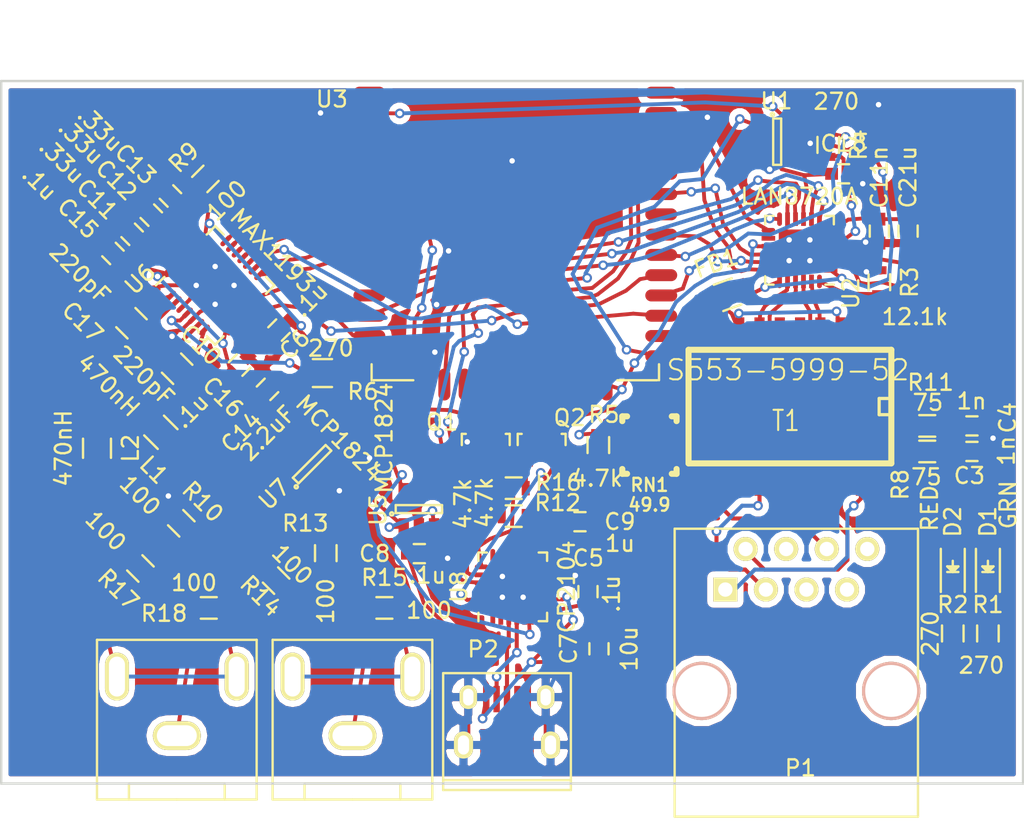
<source format=kicad_pcb>
(kicad_pcb (version 4) (host pcbnew 4.0.7-e2-6376~58~ubuntu16.04.1)

  (general
    (links 174)
    (no_connects 11)
    (area 115.924999 60.924999 180.075001 105.075001)
    (thickness 1.6)
    (drawings 4)
    (tracks 725)
    (zones 0)
    (modules 55)
    (nets 70)
  )

  (page A4)
  (layers
    (0 F.Cu signal)
    (31 B.Cu signal)
    (32 B.Adhes user)
    (33 F.Adhes user)
    (34 B.Paste user)
    (35 F.Paste user)
    (36 B.SilkS user)
    (37 F.SilkS user)
    (38 B.Mask user)
    (39 F.Mask user)
    (40 Dwgs.User user)
    (41 Cmts.User user)
    (42 Eco1.User user)
    (43 Eco2.User user)
    (44 Edge.Cuts user)
    (45 Margin user)
    (46 B.CrtYd user)
    (47 F.CrtYd user)
    (48 B.Fab user)
    (49 F.Fab user)
  )

  (setup
    (last_trace_width 0.2413)
    (trace_clearance 0.1905)
    (zone_clearance 0.381)
    (zone_45_only no)
    (trace_min 0.2)
    (segment_width 0.2)
    (edge_width 0.15)
    (via_size 0.6)
    (via_drill 0.3429)
    (via_min_size 0.4)
    (via_min_drill 0.3)
    (uvia_size 0.3)
    (uvia_drill 0.1)
    (uvias_allowed no)
    (uvia_min_size 0)
    (uvia_min_drill 0)
    (pcb_text_width 0.3)
    (pcb_text_size 1.5 1.5)
    (mod_edge_width 0.15)
    (mod_text_size 1 1)
    (mod_text_width 0.15)
    (pad_size 0.85 0.3)
    (pad_drill 0)
    (pad_to_mask_clearance 0.2)
    (aux_axis_origin 0 0)
    (visible_elements FFFFFF7F)
    (pcbplotparams
      (layerselection 0x00030_80000001)
      (usegerberextensions false)
      (excludeedgelayer true)
      (linewidth 0.100000)
      (plotframeref false)
      (viasonmask false)
      (mode 1)
      (useauxorigin false)
      (hpglpennumber 1)
      (hpglpenspeed 20)
      (hpglpendiameter 15)
      (hpglpenoverlay 2)
      (psnegative false)
      (psa4output false)
      (plotreference true)
      (plotvalue true)
      (plotinvisibletext false)
      (padsonsilk false)
      (subtractmaskfromsilk false)
      (outputformat 1)
      (mirror false)
      (drillshape 1)
      (scaleselection 1)
      (outputdirectory ""))
  )

  (net 0 "")
  (net 1 GND)
  (net 2 "Net-(C1-Pad2)")
  (net 3 "Net-(C3-Pad1)")
  (net 4 "Net-(C4-Pad1)")
  (net 5 +3V3)
  (net 6 +5V)
  (net 7 "Net-(C9-Pad1)")
  (net 8 VAA)
  (net 9 "Net-(L1-Pad2)")
  (net 10 "Net-(P1-Pad1)")
  (net 11 "Net-(P1-Pad2)")
  (net 12 "Net-(P1-Pad3)")
  (net 13 "Net-(P1-Pad6)")
  (net 14 D-)
  (net 15 D+)
  (net 16 "Net-(P3-Pad1)")
  (net 17 "Net-(RN1-Pad5)")
  (net 18 "Net-(RN1-Pad6)")
  (net 19 "Net-(RN1-Pad7)")
  (net 20 "Net-(RN1-Pad8)")
  (net 21 "Net-(R8-Pad2)")
  (net 22 "Net-(R11-Pad2)")
  (net 23 GP0)
  (net 24 emacclkout)
  (net 25 "Net-(D2-Pad2)")
  (net 26 "Net-(D1-Pad2)")
  (net 27 eRXD1)
  (net 28 eRXD0)
  (net 29 eRXER)
  (net 30 eRXDV)
  (net 31 MDIO)
  (net 32 MDC)
  (net 33 RST)
  (net 34 eTXEN)
  (net 35 eTXD0)
  (net 36 eTXD1)
  (net 37 "Net-(R3-Pad2)")
  (net 38 D0)
  (net 39 D1)
  (net 40 D2)
  (net 41 D3)
  (net 42 D4)
  (net 43 D5)
  (net 44 D6)
  (net 45 ADCCLK)
  (net 46 D7)
  (net 47 GP17)
  (net 48 ADCCLKO)
  (net 49 RTS)
  (net 50 DTR)
  (net 51 "Net-(D1-Pad1)")
  (net 52 "Net-(D2-Pad1)")
  (net 53 "Net-(Q1-Pad1)")
  (net 54 EN)
  (net 55 "Net-(Q2-Pad1)")
  (net 56 VINB+)
  (net 57 VINB-)
  (net 58 "Net-(C11-Pad2)")
  (net 59 "Net-(C12-Pad2)")
  (net 60 "Net-(C13-Pad2)")
  (net 61 VINA+)
  (net 62 VINA-)
  (net 63 "Net-(L2-Pad2)")
  (net 64 "Net-(P4-Pad1)")
  (net 65 "Net-(R9-Pad1)")
  (net 66 DAB)
  (net 67 pRX)
  (net 68 pTX)
  (net 69 "Net-(FB1-Pad1)")

  (net_class Default "This is the default net class."
    (clearance 0.1905)
    (trace_width 0.2413)
    (via_dia 0.6)
    (via_drill 0.3429)
    (uvia_dia 0.3)
    (uvia_drill 0.1)
    (add_net +3V3)
    (add_net +5V)
    (add_net ADCCLK)
    (add_net ADCCLKO)
    (add_net D+)
    (add_net D-)
    (add_net D0)
    (add_net D1)
    (add_net D2)
    (add_net D3)
    (add_net D4)
    (add_net D5)
    (add_net D6)
    (add_net D7)
    (add_net DAB)
    (add_net DTR)
    (add_net EN)
    (add_net GND)
    (add_net GP0)
    (add_net GP17)
    (add_net MDC)
    (add_net MDIO)
    (add_net "Net-(C1-Pad2)")
    (add_net "Net-(C11-Pad2)")
    (add_net "Net-(C12-Pad2)")
    (add_net "Net-(C13-Pad2)")
    (add_net "Net-(C3-Pad1)")
    (add_net "Net-(C4-Pad1)")
    (add_net "Net-(C9-Pad1)")
    (add_net "Net-(D1-Pad1)")
    (add_net "Net-(D1-Pad2)")
    (add_net "Net-(D2-Pad1)")
    (add_net "Net-(D2-Pad2)")
    (add_net "Net-(FB1-Pad1)")
    (add_net "Net-(L1-Pad2)")
    (add_net "Net-(L2-Pad2)")
    (add_net "Net-(P1-Pad1)")
    (add_net "Net-(P1-Pad2)")
    (add_net "Net-(P1-Pad3)")
    (add_net "Net-(P1-Pad6)")
    (add_net "Net-(P3-Pad1)")
    (add_net "Net-(P4-Pad1)")
    (add_net "Net-(Q1-Pad1)")
    (add_net "Net-(Q2-Pad1)")
    (add_net "Net-(R11-Pad2)")
    (add_net "Net-(R3-Pad2)")
    (add_net "Net-(R8-Pad2)")
    (add_net "Net-(R9-Pad1)")
    (add_net "Net-(RN1-Pad5)")
    (add_net "Net-(RN1-Pad6)")
    (add_net "Net-(RN1-Pad7)")
    (add_net "Net-(RN1-Pad8)")
    (add_net RST)
    (add_net RTS)
    (add_net VAA)
    (add_net VINA+)
    (add_net VINA-)
    (add_net VINB+)
    (add_net VINB-)
    (add_net eRXD0)
    (add_net eRXD1)
    (add_net eRXDV)
    (add_net eRXER)
    (add_net eTXD0)
    (add_net eTXD1)
    (add_net eTXEN)
    (add_net emacclkout)
    (add_net pRX)
    (add_net pTX)
  )

  (module BELFuse-S553 (layer F.Cu) (tedit 51002E79) (tstamp 5BB38104)
    (at 165.4 81.39 180)
    (descr "Module CMS SOJ 16 pins tres large")
    (tags "CMS SOJ")
    (path /5BAE460A)
    (attr smd)
    (fp_text reference T1 (at 0.254 -0.889 180) (layer F.SilkS)
      (effects (font (size 1.27 1.016) (thickness 0.127)))
    )
    (fp_text value S553-5999-52 (at 0.127 2.286 180) (layer F.SilkS)
      (effects (font (size 1.27 1.27) (thickness 0.127)))
    )
    (fp_line (start -6.35 -3.556) (end -6.35 3.556) (layer F.SilkS) (width 0.381))
    (fp_line (start -6.35 3.556) (end 6.35 3.556) (layer F.SilkS) (width 0.381))
    (fp_line (start 6.35 3.556) (end 6.35 -3.556) (layer F.SilkS) (width 0.381))
    (fp_line (start 6.35 -3.556) (end -6.35 -3.556) (layer F.SilkS) (width 0.381))
    (fp_line (start -6.35 -0.508) (end -5.588 -0.508) (layer F.SilkS) (width 0.2032))
    (fp_line (start -5.588 -0.508) (end -5.588 0.508) (layer F.SilkS) (width 0.2032))
    (fp_line (start -5.588 0.508) (end -6.35 0.508) (layer F.SilkS) (width 0.2032))
    (pad 1 smd rect (at -4.445 4.699 180) (size 0.635 1.778) (layers F.Cu F.Paste F.Mask)
      (net 18 "Net-(RN1-Pad6)"))
    (pad 2 smd rect (at -3.175 4.699 180) (size 0.635 1.778) (layers F.Cu F.Paste F.Mask)
      (net 69 "Net-(FB1-Pad1)"))
    (pad 3 smd rect (at -1.905 4.699 180) (size 0.635 1.778) (layers F.Cu F.Paste F.Mask)
      (net 17 "Net-(RN1-Pad5)"))
    (pad 4 smd rect (at -0.635 4.699 180) (size 0.635 1.778) (layers F.Cu F.Paste F.Mask))
    (pad 5 smd rect (at 0.635 4.699 180) (size 0.635 1.778) (layers F.Cu F.Paste F.Mask))
    (pad 6 smd rect (at 1.905 4.699 180) (size 0.635 1.778) (layers F.Cu F.Paste F.Mask)
      (net 20 "Net-(RN1-Pad8)"))
    (pad 7 smd rect (at 3.175 4.699 180) (size 0.635 1.778) (layers F.Cu F.Paste F.Mask)
      (net 69 "Net-(FB1-Pad1)"))
    (pad 8 smd rect (at 4.445 4.699 180) (size 0.635 1.778) (layers F.Cu F.Paste F.Mask)
      (net 19 "Net-(RN1-Pad7)"))
    (pad 9 smd rect (at 4.445 -4.699 180) (size 0.635 1.778) (layers F.Cu F.Paste F.Mask)
      (net 10 "Net-(P1-Pad1)"))
    (pad 10 smd rect (at 3.175 -4.699 180) (size 0.635 1.778) (layers F.Cu F.Paste F.Mask)
      (net 21 "Net-(R8-Pad2)"))
    (pad 11 smd rect (at 1.905 -4.699 180) (size 0.635 1.778) (layers F.Cu F.Paste F.Mask)
      (net 11 "Net-(P1-Pad2)"))
    (pad 12 smd rect (at 0.635 -4.699 180) (size 0.635 1.778) (layers F.Cu F.Paste F.Mask))
    (pad 13 smd rect (at -0.635 -4.699 180) (size 0.635 1.778) (layers F.Cu F.Paste F.Mask))
    (pad 14 smd rect (at -1.905 -4.699 180) (size 0.635 1.778) (layers F.Cu F.Paste F.Mask)
      (net 12 "Net-(P1-Pad3)"))
    (pad 15 smd rect (at -3.175 -4.699 180) (size 0.635 1.778) (layers F.Cu F.Paste F.Mask)
      (net 22 "Net-(R11-Pad2)"))
    (pad 16 smd rect (at -4.445 -4.699 180) (size 0.635 1.778) (layers F.Cu F.Paste F.Mask)
      (net 13 "Net-(P1-Pad6)"))
    (model smd/cms_so16.wrl
      (at (xyz 0 0 0))
      (scale (xyz 0.5 0.6 0.5))
      (rotate (xyz 0 0 0))
    )
  )

  (module RJ45_8 (layer F.Cu) (tedit 0) (tstamp 5BB380AE)
    (at 165.8 99.2)
    (tags RJ45)
    (path /5BAE4892)
    (fp_text reference P1 (at 0.254 4.826) (layer F.SilkS)
      (effects (font (size 1 1) (thickness 0.15)))
    )
    (fp_text value CONN_01X08 (at 0.14224 -0.1016) (layer F.Fab)
      (effects (font (size 1 1) (thickness 0.15)))
    )
    (fp_line (start -7.62 7.874) (end 7.62 7.874) (layer F.SilkS) (width 0.15))
    (fp_line (start 7.62 7.874) (end 7.62 -10.16) (layer F.SilkS) (width 0.15))
    (fp_line (start 7.62 -10.16) (end -7.62 -10.16) (layer F.SilkS) (width 0.15))
    (fp_line (start -7.62 -10.16) (end -7.62 7.874) (layer F.SilkS) (width 0.15))
    (pad Hole np_thru_hole circle (at 5.93852 0) (size 3.64998 3.64998) (drill 3.2512) (layers *.Cu *.SilkS *.Mask))
    (pad Hole np_thru_hole circle (at -5.9309 0) (size 3.64998 3.64998) (drill 3.2512) (layers *.Cu *.SilkS *.Mask))
    (pad 1 thru_hole rect (at -4.445 -6.35) (size 1.50114 1.50114) (drill 0.89916) (layers *.Cu *.Mask F.SilkS)
      (net 10 "Net-(P1-Pad1)"))
    (pad 2 thru_hole circle (at -3.175 -8.89) (size 1.50114 1.50114) (drill 0.89916) (layers *.Cu *.Mask F.SilkS)
      (net 11 "Net-(P1-Pad2)"))
    (pad 3 thru_hole circle (at -1.905 -6.35) (size 1.50114 1.50114) (drill 0.89916) (layers *.Cu *.Mask F.SilkS)
      (net 12 "Net-(P1-Pad3)"))
    (pad 4 thru_hole circle (at -0.635 -8.89) (size 1.50114 1.50114) (drill 0.89916) (layers *.Cu *.Mask F.SilkS))
    (pad 5 thru_hole circle (at 0.635 -6.35) (size 1.50114 1.50114) (drill 0.89916) (layers *.Cu *.Mask F.SilkS))
    (pad 6 thru_hole circle (at 1.905 -8.89) (size 1.50114 1.50114) (drill 0.89916) (layers *.Cu *.Mask F.SilkS)
      (net 13 "Net-(P1-Pad6)"))
    (pad 7 thru_hole circle (at 3.175 -6.35) (size 1.50114 1.50114) (drill 0.89916) (layers *.Cu *.Mask F.SilkS))
    (pad 8 thru_hole circle (at 4.445 -8.89) (size 1.50114 1.50114) (drill 0.89916) (layers *.Cu *.Mask F.SilkS))
    (model Connect.3dshapes/RJ45_8.wrl
      (at (xyz 0 0 0))
      (scale (xyz 0.4 0.4 0.4))
      (rotate (xyz 0 0 0))
    )
  )

  (module RCA-PJRAN1X1U02X (layer F.Cu) (tedit 0) (tstamp 5BB380D5)
    (at 138 102 180)
    (path /5BB23FB2)
    (fp_text reference P3 (at 0 0 180) (layer F.SilkS)
      (effects (font (size 1 1) (thickness 0.15)))
    )
    (fp_text value RCA (at 0 0 180) (layer F.SilkS)
      (effects (font (size 1 1) (thickness 0.15)))
    )
    (fp_line (start -3 -4) (end -3 -3) (layer F.SilkS) (width 0.15))
    (fp_line (start -3 -3) (end 3 -3) (layer F.SilkS) (width 0.15))
    (fp_line (start 3 -3) (end 3 -4) (layer F.SilkS) (width 0.15))
    (fp_line (start 0 -4) (end 5 -4) (layer F.SilkS) (width 0.15))
    (fp_line (start 5 -4) (end 5 6) (layer F.SilkS) (width 0.15))
    (fp_line (start 5 6) (end -5 6) (layer F.SilkS) (width 0.15))
    (fp_line (start -5 6) (end -5 -4) (layer F.SilkS) (width 0.15))
    (fp_line (start -5 -4) (end 0 -4) (layer F.SilkS) (width 0.15))
    (pad 1 thru_hole oval (at 0 0 180) (size 3 1.8) (drill oval 2.5 1.3) (layers *.Cu *.Mask F.SilkS)
      (net 16 "Net-(P3-Pad1)"))
    (pad 3 thru_hole oval (at -3.75 3.7 180) (size 1.5 3) (drill oval 1 2.5) (layers *.Cu *.Mask F.SilkS)
      (net 57 VINB-))
    (pad 2 thru_hole oval (at 3.75 3.7 180) (size 1.5 3) (drill oval 1 2.5) (layers *.Cu *.Mask F.SilkS)
      (net 57 VINB-))
  )

  (module ESP32-WROOM (layer F.Cu) (tedit 5BB28316) (tstamp 5BB38173)
    (at 148.2 63)
    (path /5BAF0C24)
    (fp_text reference U3 (at -11.49 -0.86) (layer F.SilkS)
      (effects (font (size 1 1) (thickness 0.15)))
    )
    (fp_text value ESP32-WROOM (at 0.25 0.25) (layer F.Fab)
      (effects (font (size 1 1) (thickness 0.15)))
    )
    (fp_line (start 9 15.74) (end 9 16.74) (layer F.SilkS) (width 0.15))
    (fp_line (start 8.89 16.74) (end 6.39 16.74) (layer F.SilkS) (width 0.15))
    (fp_line (start -9 16.74) (end -9 15.74) (layer F.SilkS) (width 0.15))
    (fp_line (start -8.89 16.74) (end -6.39 16.74) (layer F.SilkS) (width 0.15))
    (fp_line (start -9 -2) (end -9 -7) (layer F.Fab) (width 0.15))
    (fp_line (start -9 -7) (end 9 -7) (layer F.Fab) (width 0.15))
    (fp_line (start 9 -7) (end 9 -2) (layer F.Fab) (width 0.15))
    (pad 1 smd oval (at -9.14 -1.27) (size 2 0.75) (layers F.Cu F.Paste F.Mask)
      (net 1 GND))
    (pad 2 smd oval (at -9.14 0) (size 2 0.75) (layers F.Cu F.Paste F.Mask)
      (net 5 +3V3))
    (pad 3 smd oval (at -9.14 1.27) (size 2 0.75) (layers F.Cu F.Paste F.Mask)
      (net 54 EN))
    (pad 4 smd oval (at -9.14 2.54) (size 2 0.75) (layers F.Cu F.Paste F.Mask)
      (net 38 D0))
    (pad 5 smd oval (at -9.14 3.81) (size 2 0.75) (layers F.Cu F.Paste F.Mask)
      (net 39 D1))
    (pad 6 smd oval (at -9.14 5.08) (size 2 0.75) (layers F.Cu F.Paste F.Mask)
      (net 40 D2))
    (pad 7 smd oval (at -9.14 6.35) (size 2 0.75) (layers F.Cu F.Paste F.Mask)
      (net 41 D3))
    (pad 8 smd oval (at -9.14 7.62) (size 2 0.75) (layers F.Cu F.Paste F.Mask)
      (net 42 D4))
    (pad 9 smd oval (at -9.14 8.89) (size 2 0.75) (layers F.Cu F.Paste F.Mask)
      (net 43 D5))
    (pad 10 smd oval (at -9.14 10.16) (size 2 0.75) (layers F.Cu F.Paste F.Mask)
      (net 28 eRXD0))
    (pad 12 smd oval (at -9.14 12.7) (size 2 0.75) (layers F.Cu F.Paste F.Mask)
      (net 30 eRXDV))
    (pad 13 smd oval (at -9.14 13.97) (size 2 0.75) (layers F.Cu F.Paste F.Mask)
      (net 44 D6))
    (pad 14 smd oval (at -9.14 15.24) (size 2 0.75) (layers F.Cu F.Paste F.Mask)
      (net 45 ADCCLK))
    (pad 11 smd oval (at -9.14 11.43) (size 2 0.75) (layers F.Cu F.Paste F.Mask)
      (net 27 eRXD1))
    (pad 15 smd oval (at -5.715 17.01 90) (size 2 0.75) (layers F.Cu F.Paste F.Mask)
      (net 1 GND))
    (pad 16 smd oval (at -4.445 17.01 90) (size 2 0.75) (layers F.Cu F.Paste F.Mask)
      (net 29 eRXER))
    (pad 17 smd oval (at -3.175 17.01 90) (size 2 0.75) (layers F.Cu F.Paste F.Mask))
    (pad 18 smd oval (at -1.905 17.01 90) (size 2 0.75) (layers F.Cu F.Paste F.Mask))
    (pad 19 smd oval (at -0.635 17.01 90) (size 2 0.75) (layers F.Cu F.Paste F.Mask))
    (pad 20 smd oval (at 0.635 17.01 90) (size 2 0.75) (layers F.Cu F.Paste F.Mask))
    (pad 21 smd oval (at 1.905 17.01 90) (size 2 0.75) (layers F.Cu F.Paste F.Mask))
    (pad 22 smd oval (at 3.175 17.01 90) (size 2 0.75) (layers F.Cu F.Paste F.Mask))
    (pad 23 smd oval (at 4.445 17.01 90) (size 2 0.75) (layers F.Cu F.Paste F.Mask))
    (pad 24 smd oval (at 5.715 17.01 90) (size 2 0.75) (layers F.Cu F.Paste F.Mask)
      (net 33 RST))
    (pad 25 smd oval (at 9.14 15.24) (size 2 0.75) (layers F.Cu F.Paste F.Mask)
      (net 23 GP0))
    (pad 26 smd oval (at 9.14 13.97) (size 2 0.75) (layers F.Cu F.Paste F.Mask))
    (pad 27 smd oval (at 9.14 12.7) (size 2 0.75) (layers F.Cu F.Paste F.Mask)
      (net 66 DAB))
    (pad 28 smd oval (at 9.14 11.43) (size 2 0.75) (layers F.Cu F.Paste F.Mask)
      (net 47 GP17))
    (pad 29 smd oval (at 9.14 10.16) (size 2 0.75) (layers F.Cu F.Paste F.Mask)
      (net 46 D7))
    (pad 30 smd oval (at 9.14 8.89) (size 2 0.75) (layers F.Cu F.Paste F.Mask)
      (net 31 MDIO))
    (pad 31 smd oval (at 9.14 7.62) (size 2 0.75) (layers F.Cu F.Paste F.Mask)
      (net 35 eTXD0))
    (pad 32 smd oval (at 9.14 6.35) (size 2 0.75) (layers F.Cu F.Paste F.Mask))
    (pad 33 smd oval (at 9.14 5.08) (size 2 0.75) (layers F.Cu F.Paste F.Mask)
      (net 34 eTXEN))
    (pad 34 smd oval (at 9.14 3.81) (size 2 0.75) (layers F.Cu F.Paste F.Mask)
      (net 67 pRX))
    (pad 35 smd oval (at 9.14 2.54) (size 2 0.75) (layers F.Cu F.Paste F.Mask)
      (net 68 pTX))
    (pad 36 smd oval (at 9.14 1.27) (size 2 0.75) (layers F.Cu F.Paste F.Mask)
      (net 36 eTXD1))
    (pad 37 smd oval (at 9.14 0) (size 2 0.75) (layers F.Cu F.Paste F.Mask)
      (net 32 MDC))
    (pad 38 smd oval (at 9.14 -1.27) (size 2 0.75) (layers F.Cu F.Paste F.Mask)
      (net 1 GND))
    (pad 1 smd rect (at 0 6.25) (size 4 4) (layers F.Cu F.Paste F.Mask)
      (net 1 GND))
  )

  (module LED_0805 (layer F.Cu) (tedit 5BB284A7) (tstamp 5BB383E1)
    (at 177.8 91.4 90)
    (descr "LED 0805 smd package")
    (tags "LED 0805 SMD")
    (path /5BAE40AA)
    (attr smd)
    (fp_text reference D1 (at 2.8 0 90) (layer F.SilkS)
      (effects (font (size 1 1) (thickness 0.15)))
    )
    (fp_text value GRN (at 3.86 1.27 90) (layer F.SilkS)
      (effects (font (size 1 1) (thickness 0.15)))
    )
    (fp_line (start -1.6 0.75) (end 1.1 0.75) (layer F.SilkS) (width 0.15))
    (fp_line (start -1.6 -0.75) (end 1.1 -0.75) (layer F.SilkS) (width 0.15))
    (fp_line (start -0.1 0.15) (end -0.1 -0.1) (layer F.SilkS) (width 0.15))
    (fp_line (start -0.1 -0.1) (end -0.25 0.05) (layer F.SilkS) (width 0.15))
    (fp_line (start -0.35 -0.35) (end -0.35 0.35) (layer F.SilkS) (width 0.15))
    (fp_line (start 0 0) (end 0.35 0) (layer F.SilkS) (width 0.15))
    (fp_line (start -0.35 0) (end 0 -0.35) (layer F.SilkS) (width 0.15))
    (fp_line (start 0 -0.35) (end 0 0.35) (layer F.SilkS) (width 0.15))
    (fp_line (start 0 0.35) (end -0.35 0) (layer F.SilkS) (width 0.15))
    (fp_line (start 1.9 -0.95) (end 1.9 0.95) (layer F.CrtYd) (width 0.05))
    (fp_line (start 1.9 0.95) (end -1.9 0.95) (layer F.CrtYd) (width 0.05))
    (fp_line (start -1.9 0.95) (end -1.9 -0.95) (layer F.CrtYd) (width 0.05))
    (fp_line (start -1.9 -0.95) (end 1.9 -0.95) (layer F.CrtYd) (width 0.05))
    (pad 2 smd rect (at 1.04902 0 270) (size 1.19888 1.19888) (layers F.Cu F.Paste F.Mask)
      (net 26 "Net-(D1-Pad2)"))
    (pad 1 smd rect (at -1.04902 0 270) (size 1.19888 1.19888) (layers F.Cu F.Paste F.Mask)
      (net 51 "Net-(D1-Pad1)"))
    (model LEDs.3dshapes/LED_0805.wrl
      (at (xyz 0 0 0))
      (scale (xyz 1 1 1))
      (rotate (xyz 0 0 0))
    )
  )

  (module LED_0805 (layer F.Cu) (tedit 5BB284A2) (tstamp 5BB383F4)
    (at 175.6 91.4 90)
    (descr "LED 0805 smd package")
    (tags "LED 0805 SMD")
    (path /5BAE406D)
    (attr smd)
    (fp_text reference D2 (at 2.8 0 90) (layer F.SilkS)
      (effects (font (size 1 1) (thickness 0.15)))
    )
    (fp_text value RED (at 3.64 -1.45 90) (layer F.SilkS)
      (effects (font (size 1 1) (thickness 0.15)))
    )
    (fp_line (start -1.6 0.75) (end 1.1 0.75) (layer F.SilkS) (width 0.15))
    (fp_line (start -1.6 -0.75) (end 1.1 -0.75) (layer F.SilkS) (width 0.15))
    (fp_line (start -0.1 0.15) (end -0.1 -0.1) (layer F.SilkS) (width 0.15))
    (fp_line (start -0.1 -0.1) (end -0.25 0.05) (layer F.SilkS) (width 0.15))
    (fp_line (start -0.35 -0.35) (end -0.35 0.35) (layer F.SilkS) (width 0.15))
    (fp_line (start 0 0) (end 0.35 0) (layer F.SilkS) (width 0.15))
    (fp_line (start -0.35 0) (end 0 -0.35) (layer F.SilkS) (width 0.15))
    (fp_line (start 0 -0.35) (end 0 0.35) (layer F.SilkS) (width 0.15))
    (fp_line (start 0 0.35) (end -0.35 0) (layer F.SilkS) (width 0.15))
    (fp_line (start 1.9 -0.95) (end 1.9 0.95) (layer F.CrtYd) (width 0.05))
    (fp_line (start 1.9 0.95) (end -1.9 0.95) (layer F.CrtYd) (width 0.05))
    (fp_line (start -1.9 0.95) (end -1.9 -0.95) (layer F.CrtYd) (width 0.05))
    (fp_line (start -1.9 -0.95) (end 1.9 -0.95) (layer F.CrtYd) (width 0.05))
    (pad 2 smd rect (at 1.04902 0 270) (size 1.19888 1.19888) (layers F.Cu F.Paste F.Mask)
      (net 25 "Net-(D2-Pad2)"))
    (pad 1 smd rect (at -1.04902 0 270) (size 1.19888 1.19888) (layers F.Cu F.Paste F.Mask)
      (net 52 "Net-(D2-Pad1)"))
    (model LEDs.3dshapes/LED_0805.wrl
      (at (xyz 0 0 0))
      (scale (xyz 1 1 1))
      (rotate (xyz 0 0 0))
    )
  )

  (module R_0603 (layer F.Cu) (tedit 5BB2849A) (tstamp 5BB38400)
    (at 177.8 95.6 270)
    (descr "Resistor SMD 0603, reflow soldering, Vishay (see dcrcw.pdf)")
    (tags "resistor 0603")
    (path /5BAE4277)
    (attr smd)
    (fp_text reference R1 (at -1.8 0 360) (layer F.SilkS)
      (effects (font (size 1 1) (thickness 0.15)))
    )
    (fp_text value 270 (at 2 0.4 360) (layer F.SilkS)
      (effects (font (size 1 1) (thickness 0.15)))
    )
    (fp_line (start -1.3 -0.8) (end 1.3 -0.8) (layer F.CrtYd) (width 0.05))
    (fp_line (start -1.3 0.8) (end 1.3 0.8) (layer F.CrtYd) (width 0.05))
    (fp_line (start -1.3 -0.8) (end -1.3 0.8) (layer F.CrtYd) (width 0.05))
    (fp_line (start 1.3 -0.8) (end 1.3 0.8) (layer F.CrtYd) (width 0.05))
    (fp_line (start 0.5 0.675) (end -0.5 0.675) (layer F.SilkS) (width 0.15))
    (fp_line (start -0.5 -0.675) (end 0.5 -0.675) (layer F.SilkS) (width 0.15))
    (pad 1 smd rect (at -0.75 0 270) (size 0.5 0.9) (layers F.Cu F.Paste F.Mask)
      (net 51 "Net-(D1-Pad1)"))
    (pad 2 smd rect (at 0.75 0 270) (size 0.5 0.9) (layers F.Cu F.Paste F.Mask)
      (net 1 GND))
    (model Resistors_SMD.3dshapes/R_0603.wrl
      (at (xyz 0 0 0))
      (scale (xyz 1 1 1))
      (rotate (xyz 0 0 0))
    )
  )

  (module R_0603 (layer F.Cu) (tedit 5BB2849D) (tstamp 5BB3840C)
    (at 175.6 95.6 270)
    (descr "Resistor SMD 0603, reflow soldering, Vishay (see dcrcw.pdf)")
    (tags "resistor 0603")
    (path /5BAE4179)
    (attr smd)
    (fp_text reference R2 (at -1.8 0 360) (layer F.SilkS)
      (effects (font (size 1 1) (thickness 0.15)))
    )
    (fp_text value 270 (at 0 1.4 270) (layer F.SilkS)
      (effects (font (size 1 1) (thickness 0.15)))
    )
    (fp_line (start -1.3 -0.8) (end 1.3 -0.8) (layer F.CrtYd) (width 0.05))
    (fp_line (start -1.3 0.8) (end 1.3 0.8) (layer F.CrtYd) (width 0.05))
    (fp_line (start -1.3 -0.8) (end -1.3 0.8) (layer F.CrtYd) (width 0.05))
    (fp_line (start 1.3 -0.8) (end 1.3 0.8) (layer F.CrtYd) (width 0.05))
    (fp_line (start 0.5 0.675) (end -0.5 0.675) (layer F.SilkS) (width 0.15))
    (fp_line (start -0.5 -0.675) (end 0.5 -0.675) (layer F.SilkS) (width 0.15))
    (pad 1 smd rect (at -0.75 0 270) (size 0.5 0.9) (layers F.Cu F.Paste F.Mask)
      (net 52 "Net-(D2-Pad1)"))
    (pad 2 smd rect (at 0.75 0 270) (size 0.5 0.9) (layers F.Cu F.Paste F.Mask)
      (net 1 GND))
    (model Resistors_SMD.3dshapes/R_0603.wrl
      (at (xyz 0 0 0))
      (scale (xyz 1 1 1))
      (rotate (xyz 0 0 0))
    )
  )

  (module R_0603 (layer F.Cu) (tedit 5BB284D4) (tstamp 5BB38418)
    (at 171 73.6 270)
    (descr "Resistor SMD 0603, reflow soldering, Vishay (see dcrcw.pdf)")
    (tags "resistor 0603")
    (path /5BAE3F8C)
    (attr smd)
    (fp_text reference R3 (at 0 -1.9 270) (layer F.SilkS)
      (effects (font (size 1 1) (thickness 0.15)))
    )
    (fp_text value 12.1k (at 2.17 -2.23 360) (layer F.SilkS)
      (effects (font (size 1 1) (thickness 0.15)))
    )
    (fp_line (start -1.3 -0.8) (end 1.3 -0.8) (layer F.CrtYd) (width 0.05))
    (fp_line (start -1.3 0.8) (end 1.3 0.8) (layer F.CrtYd) (width 0.05))
    (fp_line (start -1.3 -0.8) (end -1.3 0.8) (layer F.CrtYd) (width 0.05))
    (fp_line (start 1.3 -0.8) (end 1.3 0.8) (layer F.CrtYd) (width 0.05))
    (fp_line (start 0.5 0.675) (end -0.5 0.675) (layer F.SilkS) (width 0.15))
    (fp_line (start -0.5 -0.675) (end 0.5 -0.675) (layer F.SilkS) (width 0.15))
    (pad 1 smd rect (at -0.75 0 270) (size 0.5 0.9) (layers F.Cu F.Paste F.Mask)
      (net 1 GND))
    (pad 2 smd rect (at 0.75 0 270) (size 0.5 0.9) (layers F.Cu F.Paste F.Mask)
      (net 37 "Net-(R3-Pad2)"))
    (model Resistors_SMD.3dshapes/R_0603.wrl
      (at (xyz 0 0 0))
      (scale (xyz 1 1 1))
      (rotate (xyz 0 0 0))
    )
  )

  (module R_0603 (layer F.Cu) (tedit 5BB28504) (tstamp 5BB38424)
    (at 167.8 65 270)
    (descr "Resistor SMD 0603, reflow soldering, Vishay (see dcrcw.pdf)")
    (tags "resistor 0603")
    (path /5BAF2316)
    (attr smd)
    (fp_text reference R4 (at 0 -1.9 270) (layer F.SilkS)
      (effects (font (size 1 1) (thickness 0.15)))
    )
    (fp_text value 270 (at -2.72 -0.51 360) (layer F.SilkS)
      (effects (font (size 1 1) (thickness 0.15)))
    )
    (fp_line (start -1.3 -0.8) (end 1.3 -0.8) (layer F.CrtYd) (width 0.05))
    (fp_line (start -1.3 0.8) (end 1.3 0.8) (layer F.CrtYd) (width 0.05))
    (fp_line (start -1.3 -0.8) (end -1.3 0.8) (layer F.CrtYd) (width 0.05))
    (fp_line (start 1.3 -0.8) (end 1.3 0.8) (layer F.CrtYd) (width 0.05))
    (fp_line (start 0.5 0.675) (end -0.5 0.675) (layer F.SilkS) (width 0.15))
    (fp_line (start -0.5 -0.675) (end 0.5 -0.675) (layer F.SilkS) (width 0.15))
    (pad 1 smd rect (at -0.75 0 270) (size 0.5 0.9) (layers F.Cu F.Paste F.Mask)
      (net 47 GP17))
    (pad 2 smd rect (at 0.75 0 270) (size 0.5 0.9) (layers F.Cu F.Paste F.Mask)
      (net 24 emacclkout))
    (model Resistors_SMD.3dshapes/R_0603.wrl
      (at (xyz 0 0 0))
      (scale (xyz 1 1 1))
      (rotate (xyz 0 0 0))
    )
  )

  (module R_0603 (layer F.Cu) (tedit 5BB283FA) (tstamp 5BB38430)
    (at 153.4 83.8 90)
    (descr "Resistor SMD 0603, reflow soldering, Vishay (see dcrcw.pdf)")
    (tags "resistor 0603")
    (path /5BAF543B)
    (attr smd)
    (fp_text reference R5 (at 1.91 0.35 180) (layer F.SilkS)
      (effects (font (size 1 1) (thickness 0.15)))
    )
    (fp_text value 4.7k (at -2.09 -0.07 180) (layer F.SilkS)
      (effects (font (size 1 1) (thickness 0.15)))
    )
    (fp_line (start -1.3 -0.8) (end 1.3 -0.8) (layer F.CrtYd) (width 0.05))
    (fp_line (start -1.3 0.8) (end 1.3 0.8) (layer F.CrtYd) (width 0.05))
    (fp_line (start -1.3 -0.8) (end -1.3 0.8) (layer F.CrtYd) (width 0.05))
    (fp_line (start 1.3 -0.8) (end 1.3 0.8) (layer F.CrtYd) (width 0.05))
    (fp_line (start 0.5 0.675) (end -0.5 0.675) (layer F.SilkS) (width 0.15))
    (fp_line (start -0.5 -0.675) (end 0.5 -0.675) (layer F.SilkS) (width 0.15))
    (pad 1 smd rect (at -0.75 0 90) (size 0.5 0.9) (layers F.Cu F.Paste F.Mask)
      (net 1 GND))
    (pad 2 smd rect (at 0.75 0 90) (size 0.5 0.9) (layers F.Cu F.Paste F.Mask)
      (net 33 RST))
    (model Resistors_SMD.3dshapes/R_0603.wrl
      (at (xyz 0 0 0))
      (scale (xyz 1 1 1))
      (rotate (xyz 0 0 0))
    )
  )

  (module R_0603 (layer F.Cu) (tedit 5BB28418) (tstamp 5BB38448)
    (at 148.1 88.25 180)
    (descr "Resistor SMD 0603, reflow soldering, Vishay (see dcrcw.pdf)")
    (tags "resistor 0603")
    (path /5BB17AB7)
    (attr smd)
    (fp_text reference R12 (at -2.75 0.83 180) (layer F.SilkS)
      (effects (font (size 1 1) (thickness 0.15)))
    )
    (fp_text value 4.7k (at 1.83 0.85 270) (layer F.SilkS)
      (effects (font (size 1 1) (thickness 0.15)))
    )
    (fp_line (start -1.3 -0.8) (end 1.3 -0.8) (layer F.CrtYd) (width 0.05))
    (fp_line (start -1.3 0.8) (end 1.3 0.8) (layer F.CrtYd) (width 0.05))
    (fp_line (start -1.3 -0.8) (end -1.3 0.8) (layer F.CrtYd) (width 0.05))
    (fp_line (start 1.3 -0.8) (end 1.3 0.8) (layer F.CrtYd) (width 0.05))
    (fp_line (start 0.5 0.675) (end -0.5 0.675) (layer F.SilkS) (width 0.15))
    (fp_line (start -0.5 -0.675) (end 0.5 -0.675) (layer F.SilkS) (width 0.15))
    (pad 1 smd rect (at -0.75 0 180) (size 0.5 0.9) (layers F.Cu F.Paste F.Mask)
      (net 50 DTR))
    (pad 2 smd rect (at 0.75 0 180) (size 0.5 0.9) (layers F.Cu F.Paste F.Mask)
      (net 53 "Net-(Q1-Pad1)"))
    (model Resistors_SMD.3dshapes/R_0603.wrl
      (at (xyz 0 0 0))
      (scale (xyz 1 1 1))
      (rotate (xyz 0 0 0))
    )
  )

  (module R_0603 (layer F.Cu) (tedit 5BB2841A) (tstamp 5BB38454)
    (at 148.1 86.5)
    (descr "Resistor SMD 0603, reflow soldering, Vishay (see dcrcw.pdf)")
    (tags "resistor 0603")
    (path /5BB19DB4)
    (attr smd)
    (fp_text reference R16 (at 2.8 -0.36) (layer F.SilkS)
      (effects (font (size 1 1) (thickness 0.15)))
    )
    (fp_text value 4.7k (at -3.18 0.98 90) (layer F.SilkS)
      (effects (font (size 1 1) (thickness 0.15)))
    )
    (fp_line (start -1.3 -0.8) (end 1.3 -0.8) (layer F.CrtYd) (width 0.05))
    (fp_line (start -1.3 0.8) (end 1.3 0.8) (layer F.CrtYd) (width 0.05))
    (fp_line (start -1.3 -0.8) (end -1.3 0.8) (layer F.CrtYd) (width 0.05))
    (fp_line (start 1.3 -0.8) (end 1.3 0.8) (layer F.CrtYd) (width 0.05))
    (fp_line (start 0.5 0.675) (end -0.5 0.675) (layer F.SilkS) (width 0.15))
    (fp_line (start -0.5 -0.675) (end 0.5 -0.675) (layer F.SilkS) (width 0.15))
    (pad 1 smd rect (at -0.75 0) (size 0.5 0.9) (layers F.Cu F.Paste F.Mask)
      (net 49 RTS))
    (pad 2 smd rect (at 0.75 0) (size 0.5 0.9) (layers F.Cu F.Paste F.Mask)
      (net 55 "Net-(Q2-Pad1)"))
    (model Resistors_SMD.3dshapes/R_0603.wrl
      (at (xyz 0 0 0))
      (scale (xyz 1 1 1))
      (rotate (xyz 0 0 0))
    )
  )

  (module R_0603 (layer F.Cu) (tedit 5BB284BF) (tstamp 5BB38568)
    (at 174 84.2 180)
    (descr "Resistor SMD 0603, reflow soldering, Vishay (see dcrcw.pdf)")
    (tags "resistor 0603")
    (path /5BAE5A30)
    (attr smd)
    (fp_text reference R8 (at 1.69 -2.08 270) (layer F.SilkS)
      (effects (font (size 1 1) (thickness 0.15)))
    )
    (fp_text value 75 (at 0.05 -1.6 180) (layer F.SilkS)
      (effects (font (size 1 1) (thickness 0.15)))
    )
    (fp_line (start -1.3 -0.8) (end 1.3 -0.8) (layer F.CrtYd) (width 0.05))
    (fp_line (start -1.3 0.8) (end 1.3 0.8) (layer F.CrtYd) (width 0.05))
    (fp_line (start -1.3 -0.8) (end -1.3 0.8) (layer F.CrtYd) (width 0.05))
    (fp_line (start 1.3 -0.8) (end 1.3 0.8) (layer F.CrtYd) (width 0.05))
    (fp_line (start 0.5 0.675) (end -0.5 0.675) (layer F.SilkS) (width 0.15))
    (fp_line (start -0.5 -0.675) (end 0.5 -0.675) (layer F.SilkS) (width 0.15))
    (pad 1 smd rect (at -0.75 0 180) (size 0.5 0.9) (layers F.Cu F.Paste F.Mask)
      (net 3 "Net-(C3-Pad1)"))
    (pad 2 smd rect (at 0.75 0 180) (size 0.5 0.9) (layers F.Cu F.Paste F.Mask)
      (net 21 "Net-(R8-Pad2)"))
    (model Resistors_SMD.3dshapes/R_0603.wrl
      (at (xyz 0 0 0))
      (scale (xyz 1 1 1))
      (rotate (xyz 0 0 0))
    )
  )

  (module R_0603 (layer F.Cu) (tedit 5BB284B4) (tstamp 5BB38574)
    (at 174 82.6 180)
    (descr "Resistor SMD 0603, reflow soldering, Vishay (see dcrcw.pdf)")
    (tags "resistor 0603")
    (path /5BAE5894)
    (attr smd)
    (fp_text reference R11 (at -0.21 2.72 180) (layer F.SilkS)
      (effects (font (size 1 1) (thickness 0.15)))
    )
    (fp_text value 75 (at -0.04 1.46 180) (layer F.SilkS)
      (effects (font (size 1 1) (thickness 0.15)))
    )
    (fp_line (start -1.3 -0.8) (end 1.3 -0.8) (layer F.CrtYd) (width 0.05))
    (fp_line (start -1.3 0.8) (end 1.3 0.8) (layer F.CrtYd) (width 0.05))
    (fp_line (start -1.3 -0.8) (end -1.3 0.8) (layer F.CrtYd) (width 0.05))
    (fp_line (start 1.3 -0.8) (end 1.3 0.8) (layer F.CrtYd) (width 0.05))
    (fp_line (start 0.5 0.675) (end -0.5 0.675) (layer F.SilkS) (width 0.15))
    (fp_line (start -0.5 -0.675) (end 0.5 -0.675) (layer F.SilkS) (width 0.15))
    (pad 1 smd rect (at -0.75 0 180) (size 0.5 0.9) (layers F.Cu F.Paste F.Mask)
      (net 4 "Net-(C4-Pad1)"))
    (pad 2 smd rect (at 0.75 0 180) (size 0.5 0.9) (layers F.Cu F.Paste F.Mask)
      (net 22 "Net-(R11-Pad2)"))
    (model Resistors_SMD.3dshapes/R_0603.wrl
      (at (xyz 0 0 0))
      (scale (xyz 1 1 1))
      (rotate (xyz 0 0 0))
    )
  )

  (module R_0603 (layer F.Cu) (tedit 5BB2831C) (tstamp 5BB386E0)
    (at 128.79 67.13 45)
    (descr "Resistor SMD 0603, reflow soldering, Vishay (see dcrcw.pdf)")
    (tags "resistor 0603")
    (path /5BAF7526)
    (attr smd)
    (fp_text reference R9 (at 0 -1.9 45) (layer F.SilkS)
      (effects (font (size 1 1) (thickness 0.15)))
    )
    (fp_text value 100 (at 0 1.9 45) (layer F.SilkS)
      (effects (font (size 1 1) (thickness 0.15)))
    )
    (fp_line (start -1.3 -0.8) (end 1.3 -0.8) (layer F.CrtYd) (width 0.05))
    (fp_line (start -1.3 0.8) (end 1.3 0.8) (layer F.CrtYd) (width 0.05))
    (fp_line (start -1.3 -0.8) (end -1.3 0.8) (layer F.CrtYd) (width 0.05))
    (fp_line (start 1.3 -0.8) (end 1.3 0.8) (layer F.CrtYd) (width 0.05))
    (fp_line (start 0.5 0.675) (end -0.5 0.675) (layer F.SilkS) (width 0.15))
    (fp_line (start -0.5 -0.675) (end 0.5 -0.675) (layer F.SilkS) (width 0.15))
    (pad 1 smd rect (at -0.75 0 45) (size 0.5 0.9) (layers F.Cu F.Paste F.Mask)
      (net 65 "Net-(R9-Pad1)"))
    (pad 2 smd rect (at 0.75 0 45) (size 0.5 0.9) (layers F.Cu F.Paste F.Mask)
      (net 5 +3V3))
    (model Resistors_SMD.3dshapes/R_0603.wrl
      (at (xyz 0 0 0))
      (scale (xyz 1 1 1))
      (rotate (xyz 0 0 0))
    )
  )

  (module R_0603 (layer F.Cu) (tedit 5BB288F8) (tstamp 5BB386EC)
    (at 127.28 88.7 315)
    (descr "Resistor SMD 0603, reflow soldering, Vishay (see dcrcw.pdf)")
    (tags "resistor 0603")
    (path /5BAEDF59)
    (attr smd)
    (fp_text reference R10 (at 0 -1.9 315) (layer F.SilkS)
      (effects (font (size 1 1) (thickness 0.15)))
    )
    (fp_text value 100 (at -3.061772 0.586899 315) (layer F.SilkS)
      (effects (font (size 1 1) (thickness 0.15)))
    )
    (fp_line (start -1.3 -0.8) (end 1.3 -0.8) (layer F.CrtYd) (width 0.05))
    (fp_line (start -1.3 0.8) (end 1.3 0.8) (layer F.CrtYd) (width 0.05))
    (fp_line (start -1.3 -0.8) (end -1.3 0.8) (layer F.CrtYd) (width 0.05))
    (fp_line (start 1.3 -0.8) (end 1.3 0.8) (layer F.CrtYd) (width 0.05))
    (fp_line (start 0.5 0.675) (end -0.5 0.675) (layer F.SilkS) (width 0.15))
    (fp_line (start -0.5 -0.675) (end 0.5 -0.675) (layer F.SilkS) (width 0.15))
    (pad 1 smd rect (at -0.75 0 315) (size 0.5 0.9) (layers F.Cu F.Paste F.Mask)
      (net 1 GND))
    (pad 2 smd rect (at 0.75 0 315) (size 0.5 0.9) (layers F.Cu F.Paste F.Mask)
      (net 62 VINA-))
    (model Resistors_SMD.3dshapes/R_0603.wrl
      (at (xyz 0 0 0))
      (scale (xyz 1 1 1))
      (rotate (xyz 0 0 0))
    )
  )

  (module C_0805 (layer F.Cu) (tedit 5BB283D9) (tstamp 5BB3886E)
    (at 127.02 79.02 315)
    (descr "Capacitor SMD 0805, reflow soldering, AVX (see smccp.pdf)")
    (tags "capacitor 0805")
    (path /5BB26975)
    (attr smd)
    (fp_text reference C10 (at 0 -2.1 315) (layer F.SilkS)
      (effects (font (size 1 1) (thickness 0.15)))
    )
    (fp_text value 220pF (at -1.166726 1.774838 315) (layer F.SilkS)
      (effects (font (size 1 1) (thickness 0.15)))
    )
    (fp_line (start -1.8 -1) (end 1.8 -1) (layer F.CrtYd) (width 0.05))
    (fp_line (start -1.8 1) (end 1.8 1) (layer F.CrtYd) (width 0.05))
    (fp_line (start -1.8 -1) (end -1.8 1) (layer F.CrtYd) (width 0.05))
    (fp_line (start 1.8 -1) (end 1.8 1) (layer F.CrtYd) (width 0.05))
    (fp_line (start 0.5 -0.85) (end -0.5 -0.85) (layer F.SilkS) (width 0.15))
    (fp_line (start -0.5 0.85) (end 0.5 0.85) (layer F.SilkS) (width 0.15))
    (pad 1 smd rect (at -1 0 315) (size 1 1.25) (layers F.Cu F.Paste F.Mask)
      (net 56 VINB+))
    (pad 2 smd rect (at 1 0 315) (size 1 1.25) (layers F.Cu F.Paste F.Mask)
      (net 57 VINB-))
    (model Capacitors_SMD.3dshapes/C_0805.wrl
      (at (xyz 0 0 0))
      (scale (xyz 1 1 1))
      (rotate (xyz 0 0 0))
    )
  )

  (module R_0603 (layer F.Cu) (tedit 5BB28914) (tstamp 5BB3887A)
    (at 136.33 90.57 270)
    (descr "Resistor SMD 0603, reflow soldering, Vishay (see dcrcw.pdf)")
    (tags "resistor 0603")
    (path /5BB24FE3)
    (attr smd)
    (fp_text reference R13 (at -1.87 1.28 360) (layer F.SilkS)
      (effects (font (size 1 1) (thickness 0.15)))
    )
    (fp_text value 100 (at 3 0 270) (layer F.SilkS)
      (effects (font (size 1 1) (thickness 0.15)))
    )
    (fp_line (start -1.3 -0.8) (end 1.3 -0.8) (layer F.CrtYd) (width 0.05))
    (fp_line (start -1.3 0.8) (end 1.3 0.8) (layer F.CrtYd) (width 0.05))
    (fp_line (start -1.3 -0.8) (end -1.3 0.8) (layer F.CrtYd) (width 0.05))
    (fp_line (start 1.3 -0.8) (end 1.3 0.8) (layer F.CrtYd) (width 0.05))
    (fp_line (start 0.5 0.675) (end -0.5 0.675) (layer F.SilkS) (width 0.15))
    (fp_line (start -0.5 -0.675) (end 0.5 -0.675) (layer F.SilkS) (width 0.15))
    (pad 1 smd rect (at -0.75 0 270) (size 0.5 0.9) (layers F.Cu F.Paste F.Mask)
      (net 1 GND))
    (pad 2 smd rect (at 0.75 0 270) (size 0.5 0.9) (layers F.Cu F.Paste F.Mask)
      (net 57 VINB-))
    (model Resistors_SMD.3dshapes/R_0603.wrl
      (at (xyz 0 0 0))
      (scale (xyz 1 1 1))
      (rotate (xyz 0 0 0))
    )
  )

  (module R_0603 (layer F.Cu) (tedit 5BB283BD) (tstamp 5BB38886)
    (at 133.22 92.29 135)
    (descr "Resistor SMD 0603, reflow soldering, Vishay (see dcrcw.pdf)")
    (tags "resistor 0603")
    (path /5BB2646E)
    (attr smd)
    (fp_text reference R14 (at 0 -1.37 135) (layer F.SilkS)
      (effects (font (size 1 1) (thickness 0.15)))
    )
    (fp_text value 100 (at 0 1.43 135) (layer F.SilkS)
      (effects (font (size 1 1) (thickness 0.15)))
    )
    (fp_line (start -1.3 -0.8) (end 1.3 -0.8) (layer F.CrtYd) (width 0.05))
    (fp_line (start -1.3 0.8) (end 1.3 0.8) (layer F.CrtYd) (width 0.05))
    (fp_line (start -1.3 -0.8) (end -1.3 0.8) (layer F.CrtYd) (width 0.05))
    (fp_line (start 1.3 -0.8) (end 1.3 0.8) (layer F.CrtYd) (width 0.05))
    (fp_line (start 0.5 0.675) (end -0.5 0.675) (layer F.SilkS) (width 0.15))
    (fp_line (start -0.5 -0.675) (end 0.5 -0.675) (layer F.SilkS) (width 0.15))
    (pad 1 smd rect (at -0.75 0 135) (size 0.5 0.9) (layers F.Cu F.Paste F.Mask)
      (net 16 "Net-(P3-Pad1)"))
    (pad 2 smd rect (at 0.75 0 135) (size 0.5 0.9) (layers F.Cu F.Paste F.Mask)
      (net 9 "Net-(L1-Pad2)"))
    (model Resistors_SMD.3dshapes/R_0603.wrl
      (at (xyz 0 0 0))
      (scale (xyz 1 1 1))
      (rotate (xyz 0 0 0))
    )
  )

  (module R_0603 (layer F.Cu) (tedit 5BB283AD) (tstamp 5BB38892)
    (at 140 94)
    (descr "Resistor SMD 0603, reflow soldering, Vishay (see dcrcw.pdf)")
    (tags "resistor 0603")
    (path /5BB26243)
    (attr smd)
    (fp_text reference R15 (at 0 -1.9) (layer F.SilkS)
      (effects (font (size 1 1) (thickness 0.15)))
    )
    (fp_text value 100 (at 2.8 0.16 180) (layer F.SilkS)
      (effects (font (size 1 1) (thickness 0.15)))
    )
    (fp_line (start -1.3 -0.8) (end 1.3 -0.8) (layer F.CrtYd) (width 0.05))
    (fp_line (start -1.3 0.8) (end 1.3 0.8) (layer F.CrtYd) (width 0.05))
    (fp_line (start -1.3 -0.8) (end -1.3 0.8) (layer F.CrtYd) (width 0.05))
    (fp_line (start 1.3 -0.8) (end 1.3 0.8) (layer F.CrtYd) (width 0.05))
    (fp_line (start 0.5 0.675) (end -0.5 0.675) (layer F.SilkS) (width 0.15))
    (fp_line (start -0.5 -0.675) (end 0.5 -0.675) (layer F.SilkS) (width 0.15))
    (pad 1 smd rect (at -0.75 0) (size 0.5 0.9) (layers F.Cu F.Paste F.Mask)
      (net 16 "Net-(P3-Pad1)"))
    (pad 2 smd rect (at 0.75 0) (size 0.5 0.9) (layers F.Cu F.Paste F.Mask)
      (net 57 VINB-))
    (model Resistors_SMD.3dshapes/R_0603.wrl
      (at (xyz 0 0 0))
      (scale (xyz 1 1 1))
      (rotate (xyz 0 0 0))
    )
  )

  (module R_0805 (layer F.Cu) (tedit 5BB28A35) (tstamp 5BB38A56)
    (at 136.12 79.29 180)
    (descr "Resistor SMD 0805, reflow soldering, Vishay (see dcrcw.pdf)")
    (tags "resistor 0805")
    (path /5BAFD32A)
    (attr smd)
    (fp_text reference R6 (at -2.54 -1.16 360) (layer F.SilkS)
      (effects (font (size 1 1) (thickness 0.15)))
    )
    (fp_text value 270 (at -0.53 1.55 180) (layer F.SilkS)
      (effects (font (size 1 1) (thickness 0.15)))
    )
    (fp_line (start -1.6 -1) (end 1.6 -1) (layer F.CrtYd) (width 0.05))
    (fp_line (start -1.6 1) (end 1.6 1) (layer F.CrtYd) (width 0.05))
    (fp_line (start -1.6 -1) (end -1.6 1) (layer F.CrtYd) (width 0.05))
    (fp_line (start 1.6 -1) (end 1.6 1) (layer F.CrtYd) (width 0.05))
    (fp_line (start 0.6 0.875) (end -0.6 0.875) (layer F.SilkS) (width 0.15))
    (fp_line (start -0.6 -0.875) (end 0.6 -0.875) (layer F.SilkS) (width 0.15))
    (pad 1 smd rect (at -0.95 0 180) (size 0.7 1.3) (layers F.Cu F.Paste F.Mask)
      (net 45 ADCCLK))
    (pad 2 smd rect (at 0.95 0 180) (size 0.7 1.3) (layers F.Cu F.Paste F.Mask)
      (net 48 ADCCLKO))
    (model Resistors_SMD.3dshapes/R_0805.wrl
      (at (xyz 0 0 0))
      (scale (xyz 1 1 1))
      (rotate (xyz 0 0 0))
    )
  )

  (module SOT-23 (layer F.Cu) (tedit 5BB283EA) (tstamp 5BB38CDE)
    (at 146.35 83.75)
    (descr "SOT-23, Standard")
    (tags SOT-23)
    (path /5BB15F9E)
    (attr smd)
    (fp_text reference Q1 (at -2.74 -1.38) (layer F.SilkS)
      (effects (font (size 1 1) (thickness 0.15)))
    )
    (fp_text value Q_NPN_BEC (at 0 -0.25) (layer F.Fab)
      (effects (font (size 1 1) (thickness 0.15)))
    )
    (fp_line (start -1.65 -1.6) (end 1.65 -1.6) (layer F.CrtYd) (width 0.05))
    (fp_line (start 1.65 -1.6) (end 1.65 1.6) (layer F.CrtYd) (width 0.05))
    (fp_line (start 1.65 1.6) (end -1.65 1.6) (layer F.CrtYd) (width 0.05))
    (fp_line (start -1.65 1.6) (end -1.65 -1.6) (layer F.CrtYd) (width 0.05))
    (fp_line (start 1.29916 -0.65024) (end 1.2509 -0.65024) (layer F.SilkS) (width 0.15))
    (fp_line (start -1.49982 0.0508) (end -1.49982 -0.65024) (layer F.SilkS) (width 0.15))
    (fp_line (start -1.49982 -0.65024) (end -1.2509 -0.65024) (layer F.SilkS) (width 0.15))
    (fp_line (start 1.29916 -0.65024) (end 1.49982 -0.65024) (layer F.SilkS) (width 0.15))
    (fp_line (start 1.49982 -0.65024) (end 1.49982 0.0508) (layer F.SilkS) (width 0.15))
    (pad 1 smd rect (at -0.95 1.00076) (size 0.8001 0.8001) (layers F.Cu F.Paste F.Mask)
      (net 53 "Net-(Q1-Pad1)"))
    (pad 2 smd rect (at 0.95 1.00076) (size 0.8001 0.8001) (layers F.Cu F.Paste F.Mask)
      (net 49 RTS))
    (pad 3 smd rect (at 0 -0.99822) (size 0.8001 0.8001) (layers F.Cu F.Paste F.Mask)
      (net 54 EN))
    (model TO_SOT_Packages_SMD.3dshapes/SOT-23.wrl
      (at (xyz 0 0 0))
      (scale (xyz 1 1 1))
      (rotate (xyz 0 0 0))
    )
  )

  (module SOT-23 (layer F.Cu) (tedit 5BB283EE) (tstamp 5BB38CEE)
    (at 149.85 83.75)
    (descr "SOT-23, Standard")
    (tags SOT-23)
    (path /5BB1852B)
    (attr smd)
    (fp_text reference Q2 (at 1.75 -1.66) (layer F.SilkS)
      (effects (font (size 1 1) (thickness 0.15)))
    )
    (fp_text value Q_NPN_BEC (at 0 0) (layer F.Fab)
      (effects (font (size 1 1) (thickness 0.15)))
    )
    (fp_line (start -1.65 -1.6) (end 1.65 -1.6) (layer F.CrtYd) (width 0.05))
    (fp_line (start 1.65 -1.6) (end 1.65 1.6) (layer F.CrtYd) (width 0.05))
    (fp_line (start 1.65 1.6) (end -1.65 1.6) (layer F.CrtYd) (width 0.05))
    (fp_line (start -1.65 1.6) (end -1.65 -1.6) (layer F.CrtYd) (width 0.05))
    (fp_line (start 1.29916 -0.65024) (end 1.2509 -0.65024) (layer F.SilkS) (width 0.15))
    (fp_line (start -1.49982 0.0508) (end -1.49982 -0.65024) (layer F.SilkS) (width 0.15))
    (fp_line (start -1.49982 -0.65024) (end -1.2509 -0.65024) (layer F.SilkS) (width 0.15))
    (fp_line (start 1.29916 -0.65024) (end 1.49982 -0.65024) (layer F.SilkS) (width 0.15))
    (fp_line (start 1.49982 -0.65024) (end 1.49982 0.0508) (layer F.SilkS) (width 0.15))
    (pad 1 smd rect (at -0.95 1.00076) (size 0.8001 0.8001) (layers F.Cu F.Paste F.Mask)
      (net 55 "Net-(Q2-Pad1)"))
    (pad 2 smd rect (at 0.95 1.00076) (size 0.8001 0.8001) (layers F.Cu F.Paste F.Mask)
      (net 50 DTR))
    (pad 3 smd rect (at 0 -0.99822) (size 0.8001 0.8001) (layers F.Cu F.Paste F.Mask)
      (net 23 GP0))
    (model TO_SOT_Packages_SMD.3dshapes/SOT-23.wrl
      (at (xyz 0 0 0))
      (scale (xyz 1 1 1))
      (rotate (xyz 0 0 0))
    )
  )

  (module C_0603 (layer F.Cu) (tedit 5BB28507) (tstamp 5BB02C29)
    (at 171 70.4 90)
    (descr "Capacitor SMD 0603, reflow soldering, AVX (see smccp.pdf)")
    (tags "capacitor 0603")
    (path /5BAE760A)
    (attr smd)
    (fp_text reference C1 (at 2.4 0 90) (layer F.SilkS)
      (effects (font (size 1 1) (thickness 0.15)))
    )
    (fp_text value 1n (at 4.4 0 90) (layer F.SilkS)
      (effects (font (size 1 1) (thickness 0.15)))
    )
    (fp_line (start -1.45 -0.75) (end 1.45 -0.75) (layer F.CrtYd) (width 0.05))
    (fp_line (start -1.45 0.75) (end 1.45 0.75) (layer F.CrtYd) (width 0.05))
    (fp_line (start -1.45 -0.75) (end -1.45 0.75) (layer F.CrtYd) (width 0.05))
    (fp_line (start 1.45 -0.75) (end 1.45 0.75) (layer F.CrtYd) (width 0.05))
    (fp_line (start -0.35 -0.6) (end 0.35 -0.6) (layer F.SilkS) (width 0.15))
    (fp_line (start 0.35 0.6) (end -0.35 0.6) (layer F.SilkS) (width 0.15))
    (pad 1 smd rect (at -0.75 0 90) (size 0.8 0.75) (layers F.Cu F.Paste F.Mask)
      (net 1 GND))
    (pad 2 smd rect (at 0.75 0 90) (size 0.8 0.75) (layers F.Cu F.Paste F.Mask)
      (net 2 "Net-(C1-Pad2)"))
    (model Capacitors_SMD.3dshapes/C_0603.wrl
      (at (xyz 0 0 0))
      (scale (xyz 1 1 1))
      (rotate (xyz 0 0 0))
    )
  )

  (module C_0603 (layer F.Cu) (tedit 5BB28509) (tstamp 5BB02C35)
    (at 172.8 70.4 90)
    (descr "Capacitor SMD 0603, reflow soldering, AVX (see smccp.pdf)")
    (tags "capacitor 0603")
    (path /5BAE76F9)
    (attr smd)
    (fp_text reference C2 (at 2.4 0 90) (layer F.SilkS)
      (effects (font (size 1 1) (thickness 0.15)))
    )
    (fp_text value 1u (at 4.4 0 90) (layer F.SilkS)
      (effects (font (size 1 1) (thickness 0.15)))
    )
    (fp_line (start -1.45 -0.75) (end 1.45 -0.75) (layer F.CrtYd) (width 0.05))
    (fp_line (start -1.45 0.75) (end 1.45 0.75) (layer F.CrtYd) (width 0.05))
    (fp_line (start -1.45 -0.75) (end -1.45 0.75) (layer F.CrtYd) (width 0.05))
    (fp_line (start 1.45 -0.75) (end 1.45 0.75) (layer F.CrtYd) (width 0.05))
    (fp_line (start -0.35 -0.6) (end 0.35 -0.6) (layer F.SilkS) (width 0.15))
    (fp_line (start 0.35 0.6) (end -0.35 0.6) (layer F.SilkS) (width 0.15))
    (pad 1 smd rect (at -0.75 0 90) (size 0.8 0.75) (layers F.Cu F.Paste F.Mask)
      (net 1 GND))
    (pad 2 smd rect (at 0.75 0 90) (size 0.8 0.75) (layers F.Cu F.Paste F.Mask)
      (net 2 "Net-(C1-Pad2)"))
    (model Capacitors_SMD.3dshapes/C_0603.wrl
      (at (xyz 0 0 0))
      (scale (xyz 1 1 1))
      (rotate (xyz 0 0 0))
    )
  )

  (module C_0603 (layer F.Cu) (tedit 5BB284CF) (tstamp 5BB02C41)
    (at 176.8 84.2)
    (descr "Capacitor SMD 0603, reflow soldering, AVX (see smccp.pdf)")
    (tags "capacitor 0603")
    (path /5BAE5AC8)
    (attr smd)
    (fp_text reference C3 (at -0.16 1.52) (layer F.SilkS)
      (effects (font (size 1 1) (thickness 0.15)))
    )
    (fp_text value 1n (at 2.16 -0.04 90) (layer F.SilkS)
      (effects (font (size 1 1) (thickness 0.15)))
    )
    (fp_line (start -1.45 -0.75) (end 1.45 -0.75) (layer F.CrtYd) (width 0.05))
    (fp_line (start -1.45 0.75) (end 1.45 0.75) (layer F.CrtYd) (width 0.05))
    (fp_line (start -1.45 -0.75) (end -1.45 0.75) (layer F.CrtYd) (width 0.05))
    (fp_line (start 1.45 -0.75) (end 1.45 0.75) (layer F.CrtYd) (width 0.05))
    (fp_line (start -0.35 -0.6) (end 0.35 -0.6) (layer F.SilkS) (width 0.15))
    (fp_line (start 0.35 0.6) (end -0.35 0.6) (layer F.SilkS) (width 0.15))
    (pad 1 smd rect (at -0.75 0) (size 0.8 0.75) (layers F.Cu F.Paste F.Mask)
      (net 3 "Net-(C3-Pad1)"))
    (pad 2 smd rect (at 0.75 0) (size 0.8 0.75) (layers F.Cu F.Paste F.Mask)
      (net 1 GND))
    (model Capacitors_SMD.3dshapes/C_0603.wrl
      (at (xyz 0 0 0))
      (scale (xyz 1 1 1))
      (rotate (xyz 0 0 0))
    )
  )

  (module C_0603 (layer F.Cu) (tedit 5BB284C9) (tstamp 5BB02C4D)
    (at 176.8 82.6)
    (descr "Capacitor SMD 0603, reflow soldering, AVX (see smccp.pdf)")
    (tags "capacitor 0603")
    (path /5BAE5C04)
    (attr smd)
    (fp_text reference C4 (at 2.24 -0.51 90) (layer F.SilkS)
      (effects (font (size 1 1) (thickness 0.15)))
    )
    (fp_text value 1n (at -0.02 -1.55) (layer F.SilkS)
      (effects (font (size 1 1) (thickness 0.15)))
    )
    (fp_line (start -1.45 -0.75) (end 1.45 -0.75) (layer F.CrtYd) (width 0.05))
    (fp_line (start -1.45 0.75) (end 1.45 0.75) (layer F.CrtYd) (width 0.05))
    (fp_line (start -1.45 -0.75) (end -1.45 0.75) (layer F.CrtYd) (width 0.05))
    (fp_line (start 1.45 -0.75) (end 1.45 0.75) (layer F.CrtYd) (width 0.05))
    (fp_line (start -0.35 -0.6) (end 0.35 -0.6) (layer F.SilkS) (width 0.15))
    (fp_line (start 0.35 0.6) (end -0.35 0.6) (layer F.SilkS) (width 0.15))
    (pad 1 smd rect (at -0.75 0) (size 0.8 0.75) (layers F.Cu F.Paste F.Mask)
      (net 4 "Net-(C4-Pad1)"))
    (pad 2 smd rect (at 0.75 0) (size 0.8 0.75) (layers F.Cu F.Paste F.Mask)
      (net 1 GND))
    (model Capacitors_SMD.3dshapes/C_0603.wrl
      (at (xyz 0 0 0))
      (scale (xyz 1 1 1))
      (rotate (xyz 0 0 0))
    )
  )

  (module C_0603 (layer F.Cu) (tedit 5BAE73A9) (tstamp 5BB02C59)
    (at 152.75 92.98 90)
    (descr "Capacitor SMD 0603, reflow soldering, AVX (see smccp.pdf)")
    (tags "capacitor 0603")
    (path /5BB2DBFF)
    (attr smd)
    (fp_text reference C5 (at 2.1 0.02 180) (layer F.SilkS)
      (effects (font (size 1 1) (thickness 0.15)))
    )
    (fp_text value .1u (at -0.14 1.48 90) (layer F.SilkS)
      (effects (font (size 1 1) (thickness 0.15)))
    )
    (fp_line (start -1.45 -0.75) (end 1.45 -0.75) (layer F.CrtYd) (width 0.05))
    (fp_line (start -1.45 0.75) (end 1.45 0.75) (layer F.CrtYd) (width 0.05))
    (fp_line (start -1.45 -0.75) (end -1.45 0.75) (layer F.CrtYd) (width 0.05))
    (fp_line (start 1.45 -0.75) (end 1.45 0.75) (layer F.CrtYd) (width 0.05))
    (fp_line (start -0.35 -0.6) (end 0.35 -0.6) (layer F.SilkS) (width 0.15))
    (fp_line (start 0.35 0.6) (end -0.35 0.6) (layer F.SilkS) (width 0.15))
    (pad 1 smd rect (at -0.75 0 90) (size 0.8 0.75) (layers F.Cu F.Paste F.Mask)
      (net 5 +3V3))
    (pad 2 smd rect (at 0.75 0 90) (size 0.8 0.75) (layers F.Cu F.Paste F.Mask)
      (net 1 GND))
    (model Capacitors_SMD.3dshapes/C_0603.wrl
      (at (xyz 0 0 0))
      (scale (xyz 1 1 1))
      (rotate (xyz 0 0 0))
    )
  )

  (module C_0603 (layer F.Cu) (tedit 5BB2894F) (tstamp 5BB02C65)
    (at 133.4 76.6 225)
    (descr "Capacitor SMD 0603, reflow soldering, AVX (see smccp.pdf)")
    (tags "capacitor 0603")
    (path /5BB2DC97)
    (attr smd)
    (fp_text reference C6 (at -0.06364 -1.336432 225) (layer F.SilkS)
      (effects (font (size 1 1) (thickness 0.15)))
    )
    (fp_text value .1u (at -2.736503 -0.049497 225) (layer F.SilkS)
      (effects (font (size 1 1) (thickness 0.15)))
    )
    (fp_line (start -1.45 -0.75) (end 1.45 -0.75) (layer F.CrtYd) (width 0.05))
    (fp_line (start -1.45 0.75) (end 1.45 0.75) (layer F.CrtYd) (width 0.05))
    (fp_line (start -1.45 -0.75) (end -1.45 0.75) (layer F.CrtYd) (width 0.05))
    (fp_line (start 1.45 -0.75) (end 1.45 0.75) (layer F.CrtYd) (width 0.05))
    (fp_line (start -0.35 -0.6) (end 0.35 -0.6) (layer F.SilkS) (width 0.15))
    (fp_line (start 0.35 0.6) (end -0.35 0.6) (layer F.SilkS) (width 0.15))
    (pad 1 smd rect (at -0.75 0 225) (size 0.8 0.75) (layers F.Cu F.Paste F.Mask)
      (net 5 +3V3))
    (pad 2 smd rect (at 0.75 0 225) (size 0.8 0.75) (layers F.Cu F.Paste F.Mask)
      (net 1 GND))
    (model Capacitors_SMD.3dshapes/C_0603.wrl
      (at (xyz 0 0 0))
      (scale (xyz 1 1 1))
      (rotate (xyz 0 0 0))
    )
  )

  (module C_0603 (layer F.Cu) (tedit 5BB2848B) (tstamp 5BB02C71)
    (at 153.44 96.56 90)
    (descr "Capacitor SMD 0603, reflow soldering, AVX (see smccp.pdf)")
    (tags "capacitor 0603")
    (path /5BB2A092)
    (attr smd)
    (fp_text reference C7 (at 0 -1.9 90) (layer F.SilkS)
      (effects (font (size 1 1) (thickness 0.15)))
    )
    (fp_text value 10u (at 0 1.9 90) (layer F.SilkS)
      (effects (font (size 1 1) (thickness 0.15)))
    )
    (fp_line (start -1.45 -0.75) (end 1.45 -0.75) (layer F.CrtYd) (width 0.05))
    (fp_line (start -1.45 0.75) (end 1.45 0.75) (layer F.CrtYd) (width 0.05))
    (fp_line (start -1.45 -0.75) (end -1.45 0.75) (layer F.CrtYd) (width 0.05))
    (fp_line (start 1.45 -0.75) (end 1.45 0.75) (layer F.CrtYd) (width 0.05))
    (fp_line (start -0.35 -0.6) (end 0.35 -0.6) (layer F.SilkS) (width 0.15))
    (fp_line (start 0.35 0.6) (end -0.35 0.6) (layer F.SilkS) (width 0.15))
    (pad 1 smd rect (at -0.75 0 90) (size 0.8 0.75) (layers F.Cu F.Paste F.Mask)
      (net 6 +5V))
    (pad 2 smd rect (at 0.75 0 90) (size 0.8 0.75) (layers F.Cu F.Paste F.Mask)
      (net 1 GND))
    (model Capacitors_SMD.3dshapes/C_0603.wrl
      (at (xyz 0 0 0))
      (scale (xyz 1 1 1))
      (rotate (xyz 0 0 0))
    )
  )

  (module C_0603 (layer F.Cu) (tedit 5BB28D5F) (tstamp 5BB02C7D)
    (at 142.19 90.6)
    (descr "Capacitor SMD 0603, reflow soldering, AVX (see smccp.pdf)")
    (tags "capacitor 0603")
    (path /5BB0E918)
    (attr smd)
    (fp_text reference C8 (at -2.8 0) (layer F.SilkS)
      (effects (font (size 1 1) (thickness 0.15)))
    )
    (fp_text value .1u (at 0.5 1.36) (layer F.SilkS)
      (effects (font (size 1 1) (thickness 0.15)))
    )
    (fp_line (start -1.45 -0.75) (end 1.45 -0.75) (layer F.CrtYd) (width 0.05))
    (fp_line (start -1.45 0.75) (end 1.45 0.75) (layer F.CrtYd) (width 0.05))
    (fp_line (start -1.45 -0.75) (end -1.45 0.75) (layer F.CrtYd) (width 0.05))
    (fp_line (start 1.45 -0.75) (end 1.45 0.75) (layer F.CrtYd) (width 0.05))
    (fp_line (start -0.35 -0.6) (end 0.35 -0.6) (layer F.SilkS) (width 0.15))
    (fp_line (start 0.35 0.6) (end -0.35 0.6) (layer F.SilkS) (width 0.15))
    (pad 1 smd rect (at -0.75 0) (size 0.8 0.75) (layers F.Cu F.Paste F.Mask)
      (net 6 +5V))
    (pad 2 smd rect (at 0.75 0) (size 0.8 0.75) (layers F.Cu F.Paste F.Mask)
      (net 1 GND))
    (model Capacitors_SMD.3dshapes/C_0603.wrl
      (at (xyz 0 0 0))
      (scale (xyz 1 1 1))
      (rotate (xyz 0 0 0))
    )
  )

  (module C_0603 (layer F.Cu) (tedit 5BB28495) (tstamp 5BB02C89)
    (at 152.25 88.6)
    (descr "Capacitor SMD 0603, reflow soldering, AVX (see smccp.pdf)")
    (tags "capacitor 0603")
    (path /5BB0B800)
    (attr smd)
    (fp_text reference C9 (at 2.5 0) (layer F.SilkS)
      (effects (font (size 1 1) (thickness 0.15)))
    )
    (fp_text value 1u (at 2.51 1.37) (layer F.SilkS)
      (effects (font (size 1 1) (thickness 0.15)))
    )
    (fp_line (start -1.45 -0.75) (end 1.45 -0.75) (layer F.CrtYd) (width 0.05))
    (fp_line (start -1.45 0.75) (end 1.45 0.75) (layer F.CrtYd) (width 0.05))
    (fp_line (start -1.45 -0.75) (end -1.45 0.75) (layer F.CrtYd) (width 0.05))
    (fp_line (start 1.45 -0.75) (end 1.45 0.75) (layer F.CrtYd) (width 0.05))
    (fp_line (start -0.35 -0.6) (end 0.35 -0.6) (layer F.SilkS) (width 0.15))
    (fp_line (start 0.35 0.6) (end -0.35 0.6) (layer F.SilkS) (width 0.15))
    (pad 1 smd rect (at -0.75 0) (size 0.8 0.75) (layers F.Cu F.Paste F.Mask)
      (net 7 "Net-(C9-Pad1)"))
    (pad 2 smd rect (at 0.75 0) (size 0.8 0.75) (layers F.Cu F.Paste F.Mask)
      (net 1 GND))
    (model Capacitors_SMD.3dshapes/C_0603.wrl
      (at (xyz 0 0 0))
      (scale (xyz 1 1 1))
      (rotate (xyz 0 0 0))
    )
  )

  (module C_0603 (layer F.Cu) (tedit 5BB28300) (tstamp 5BB02C95)
    (at 124.2 70.6 315)
    (descr "Capacitor SMD 0603, reflow soldering, AVX (see smccp.pdf)")
    (tags "capacitor 0603")
    (path /5BAF1C41)
    (attr smd)
    (fp_text reference C11 (at -3.11127 0 315) (layer F.SilkS)
      (effects (font (size 1 1) (thickness 0.15)))
    )
    (fp_text value .33u (at -6.363961 -1.838478 315) (layer F.SilkS)
      (effects (font (size 1 1) (thickness 0.15)))
    )
    (fp_line (start -1.45 -0.75) (end 1.45 -0.75) (layer F.CrtYd) (width 0.05))
    (fp_line (start -1.45 0.75) (end 1.45 0.75) (layer F.CrtYd) (width 0.05))
    (fp_line (start -1.45 -0.75) (end -1.45 0.75) (layer F.CrtYd) (width 0.05))
    (fp_line (start 1.45 -0.75) (end 1.45 0.75) (layer F.CrtYd) (width 0.05))
    (fp_line (start -0.35 -0.6) (end 0.35 -0.6) (layer F.SilkS) (width 0.15))
    (fp_line (start 0.35 0.6) (end -0.35 0.6) (layer F.SilkS) (width 0.15))
    (pad 1 smd rect (at -0.75 0 315) (size 0.8 0.75) (layers F.Cu F.Paste F.Mask)
      (net 1 GND))
    (pad 2 smd rect (at 0.75 0 315) (size 0.8 0.75) (layers F.Cu F.Paste F.Mask)
      (net 58 "Net-(C11-Pad2)"))
    (model Capacitors_SMD.3dshapes/C_0603.wrl
      (at (xyz 0 0 0))
      (scale (xyz 1 1 1))
      (rotate (xyz 0 0 0))
    )
  )

  (module C_0603 (layer F.Cu) (tedit 5BB28305) (tstamp 5BB02CA1)
    (at 125.4 69.4 315)
    (descr "Capacitor SMD 0603, reflow soldering, AVX (see smccp.pdf)")
    (tags "capacitor 0603")
    (path /5BAF1B80)
    (attr smd)
    (fp_text reference C12 (at -3.11127 0 315) (layer F.SilkS)
      (effects (font (size 1 1) (thickness 0.15)))
    )
    (fp_text value .33u (at -6.363961 1.555635 315) (layer F.SilkS)
      (effects (font (size 1 1) (thickness 0.15)))
    )
    (fp_line (start -1.45 -0.75) (end 1.45 -0.75) (layer F.CrtYd) (width 0.05))
    (fp_line (start -1.45 0.75) (end 1.45 0.75) (layer F.CrtYd) (width 0.05))
    (fp_line (start -1.45 -0.75) (end -1.45 0.75) (layer F.CrtYd) (width 0.05))
    (fp_line (start 1.45 -0.75) (end 1.45 0.75) (layer F.CrtYd) (width 0.05))
    (fp_line (start -0.35 -0.6) (end 0.35 -0.6) (layer F.SilkS) (width 0.15))
    (fp_line (start 0.35 0.6) (end -0.35 0.6) (layer F.SilkS) (width 0.15))
    (pad 1 smd rect (at -0.75 0 315) (size 0.8 0.75) (layers F.Cu F.Paste F.Mask)
      (net 1 GND))
    (pad 2 smd rect (at 0.75 0 315) (size 0.8 0.75) (layers F.Cu F.Paste F.Mask)
      (net 59 "Net-(C12-Pad2)"))
    (model Capacitors_SMD.3dshapes/C_0603.wrl
      (at (xyz 0 0 0))
      (scale (xyz 1 1 1))
      (rotate (xyz 0 0 0))
    )
  )

  (module C_0603 (layer F.Cu) (tedit 5BB282FD) (tstamp 5BB02CAD)
    (at 126.6 68.2 315)
    (descr "Capacitor SMD 0603, reflow soldering, AVX (see smccp.pdf)")
    (tags "capacitor 0603")
    (path /5BAF13DE)
    (attr smd)
    (fp_text reference C13 (at -2.969848 0.141421 315) (layer F.SilkS)
      (effects (font (size 1 1) (thickness 0.15)))
    )
    (fp_text value .33u (at -6.081118 0.141421 315) (layer F.SilkS)
      (effects (font (size 1 1) (thickness 0.15)))
    )
    (fp_line (start -1.45 -0.75) (end 1.45 -0.75) (layer F.CrtYd) (width 0.05))
    (fp_line (start -1.45 0.75) (end 1.45 0.75) (layer F.CrtYd) (width 0.05))
    (fp_line (start -1.45 -0.75) (end -1.45 0.75) (layer F.CrtYd) (width 0.05))
    (fp_line (start 1.45 -0.75) (end 1.45 0.75) (layer F.CrtYd) (width 0.05))
    (fp_line (start -0.35 -0.6) (end 0.35 -0.6) (layer F.SilkS) (width 0.15))
    (fp_line (start 0.35 0.6) (end -0.35 0.6) (layer F.SilkS) (width 0.15))
    (pad 1 smd rect (at -0.75 0 315) (size 0.8 0.75) (layers F.Cu F.Paste F.Mask)
      (net 1 GND))
    (pad 2 smd rect (at 0.75 0 315) (size 0.8 0.75) (layers F.Cu F.Paste F.Mask)
      (net 60 "Net-(C13-Pad2)"))
    (model Capacitors_SMD.3dshapes/C_0603.wrl
      (at (xyz 0 0 0))
      (scale (xyz 1 1 1))
      (rotate (xyz 0 0 0))
    )
  )

  (module C_0603 (layer F.Cu) (tedit 5BB28968) (tstamp 5BB02CB9)
    (at 132.68 80.31 45)
    (descr "Capacitor SMD 0603, reflow soldering, AVX (see smccp.pdf)")
    (tags "capacitor 0603")
    (path /5BAFAAEC)
    (attr smd)
    (fp_text reference C14 (at -3.04763 0.756604 45) (layer F.SilkS)
      (effects (font (size 1 1) (thickness 0.15)))
    )
    (fp_text value 2.2uF (at -1.937473 1.951615 45) (layer F.SilkS)
      (effects (font (size 1 1) (thickness 0.15)))
    )
    (fp_line (start -1.45 -0.75) (end 1.45 -0.75) (layer F.CrtYd) (width 0.05))
    (fp_line (start -1.45 0.75) (end 1.45 0.75) (layer F.CrtYd) (width 0.05))
    (fp_line (start -1.45 -0.75) (end -1.45 0.75) (layer F.CrtYd) (width 0.05))
    (fp_line (start 1.45 -0.75) (end 1.45 0.75) (layer F.CrtYd) (width 0.05))
    (fp_line (start -0.35 -0.6) (end 0.35 -0.6) (layer F.SilkS) (width 0.15))
    (fp_line (start 0.35 0.6) (end -0.35 0.6) (layer F.SilkS) (width 0.15))
    (pad 1 smd rect (at -0.75 0 45) (size 0.8 0.75) (layers F.Cu F.Paste F.Mask)
      (net 8 VAA))
    (pad 2 smd rect (at 0.75 0 45) (size 0.8 0.75) (layers F.Cu F.Paste F.Mask)
      (net 1 GND))
    (model Capacitors_SMD.3dshapes/C_0603.wrl
      (at (xyz 0 0 0))
      (scale (xyz 1 1 1))
      (rotate (xyz 0 0 0))
    )
  )

  (module C_0603 (layer F.Cu) (tedit 5BB2830D) (tstamp 5BB02CC5)
    (at 123 71.8 135)
    (descr "Capacitor SMD 0603, reflow soldering, AVX (see smccp.pdf)")
    (tags "capacitor 0603")
    (path /5BAFAEC8)
    (attr smd)
    (fp_text reference C15 (at 3.11127 0 135) (layer F.SilkS)
      (effects (font (size 1 1) (thickness 0.15)))
    )
    (fp_text value .1u (at 6.363961 -0.141421 135) (layer F.SilkS)
      (effects (font (size 1 1) (thickness 0.15)))
    )
    (fp_line (start -1.45 -0.75) (end 1.45 -0.75) (layer F.CrtYd) (width 0.05))
    (fp_line (start -1.45 0.75) (end 1.45 0.75) (layer F.CrtYd) (width 0.05))
    (fp_line (start -1.45 -0.75) (end -1.45 0.75) (layer F.CrtYd) (width 0.05))
    (fp_line (start 1.45 -0.75) (end 1.45 0.75) (layer F.CrtYd) (width 0.05))
    (fp_line (start -0.35 -0.6) (end 0.35 -0.6) (layer F.SilkS) (width 0.15))
    (fp_line (start 0.35 0.6) (end -0.35 0.6) (layer F.SilkS) (width 0.15))
    (pad 1 smd rect (at -0.75 0 135) (size 0.8 0.75) (layers F.Cu F.Paste F.Mask)
      (net 8 VAA))
    (pad 2 smd rect (at 0.75 0 135) (size 0.8 0.75) (layers F.Cu F.Paste F.Mask)
      (net 1 GND))
    (model Capacitors_SMD.3dshapes/C_0603.wrl
      (at (xyz 0 0 0))
      (scale (xyz 1 1 1))
      (rotate (xyz 0 0 0))
    )
  )

  (module C_0603 (layer F.Cu) (tedit 5BB28964) (tstamp 5BB02CD1)
    (at 130.93 78.79 45)
    (descr "Capacitor SMD 0603, reflow soldering, AVX (see smccp.pdf)")
    (tags "capacitor 0603")
    (path /5BAFAFB6)
    (attr smd)
    (fp_text reference C16 (at -2.149605 0.678823 135) (layer F.SilkS)
      (effects (font (size 1 1) (thickness 0.15)))
    )
    (fp_text value .1u (at -4.164859 -0.106066 45) (layer F.SilkS)
      (effects (font (size 1 1) (thickness 0.15)))
    )
    (fp_line (start -1.45 -0.75) (end 1.45 -0.75) (layer F.CrtYd) (width 0.05))
    (fp_line (start -1.45 0.75) (end 1.45 0.75) (layer F.CrtYd) (width 0.05))
    (fp_line (start -1.45 -0.75) (end -1.45 0.75) (layer F.CrtYd) (width 0.05))
    (fp_line (start 1.45 -0.75) (end 1.45 0.75) (layer F.CrtYd) (width 0.05))
    (fp_line (start -0.35 -0.6) (end 0.35 -0.6) (layer F.SilkS) (width 0.15))
    (fp_line (start 0.35 0.6) (end -0.35 0.6) (layer F.SilkS) (width 0.15))
    (pad 1 smd rect (at -0.75 0 45) (size 0.8 0.75) (layers F.Cu F.Paste F.Mask)
      (net 8 VAA))
    (pad 2 smd rect (at 0.75 0 45) (size 0.8 0.75) (layers F.Cu F.Paste F.Mask)
      (net 1 GND))
    (model Capacitors_SMD.3dshapes/C_0603.wrl
      (at (xyz 0 0 0))
      (scale (xyz 1 1 1))
      (rotate (xyz 0 0 0))
    )
  )

  (module C_0805 (layer F.Cu) (tedit 5BB2875D) (tstamp 5BB02CDD)
    (at 124.16 76.17 135)
    (descr "Capacitor SMD 0805, reflow soldering, AVX (see smccp.pdf)")
    (tags "capacitor 0805")
    (path /5BAEDF7B)
    (attr smd)
    (fp_text reference C17 (at 2.227386 -2.114249 135) (layer F.SilkS)
      (effects (font (size 1 1) (thickness 0.15)))
    )
    (fp_text value 220pF (at 4.490128 -0.077782 135) (layer F.SilkS)
      (effects (font (size 1 1) (thickness 0.15)))
    )
    (fp_line (start -1.8 -1) (end 1.8 -1) (layer F.CrtYd) (width 0.05))
    (fp_line (start -1.8 1) (end 1.8 1) (layer F.CrtYd) (width 0.05))
    (fp_line (start -1.8 -1) (end -1.8 1) (layer F.CrtYd) (width 0.05))
    (fp_line (start 1.8 -1) (end 1.8 1) (layer F.CrtYd) (width 0.05))
    (fp_line (start 0.5 -0.85) (end -0.5 -0.85) (layer F.SilkS) (width 0.15))
    (fp_line (start -0.5 0.85) (end 0.5 0.85) (layer F.SilkS) (width 0.15))
    (pad 1 smd rect (at -1 0 135) (size 1 1.25) (layers F.Cu F.Paste F.Mask)
      (net 61 VINA+))
    (pad 2 smd rect (at 1 0 135) (size 1 1.25) (layers F.Cu F.Paste F.Mask)
      (net 62 VINA-))
    (model Capacitors_SMD.3dshapes/C_0805.wrl
      (at (xyz 0 0 0))
      (scale (xyz 1 1 1))
      (rotate (xyz 0 0 0))
    )
  )

  (module R_0805 (layer F.Cu) (tedit 5BB283DE) (tstamp 5BB02CE9)
    (at 126 83 315)
    (descr "Resistor SMD 0805, reflow soldering, Vishay (see dcrcw.pdf)")
    (tags "resistor 0805")
    (path /5BB26C4D)
    (attr smd)
    (fp_text reference L1 (at 1.357645 1.979899 315) (layer F.SilkS)
      (effects (font (size 1 1) (thickness 0.15)))
    )
    (fp_text value 470nH (at -4.405275 0.247487 315) (layer F.SilkS)
      (effects (font (size 1 1) (thickness 0.15)))
    )
    (fp_line (start -1.6 -1) (end 1.6 -1) (layer F.CrtYd) (width 0.05))
    (fp_line (start -1.6 1) (end 1.6 1) (layer F.CrtYd) (width 0.05))
    (fp_line (start -1.6 -1) (end -1.6 1) (layer F.CrtYd) (width 0.05))
    (fp_line (start 1.6 -1) (end 1.6 1) (layer F.CrtYd) (width 0.05))
    (fp_line (start 0.6 0.875) (end -0.6 0.875) (layer F.SilkS) (width 0.15))
    (fp_line (start -0.6 -0.875) (end 0.6 -0.875) (layer F.SilkS) (width 0.15))
    (pad 1 smd rect (at -0.95 0 315) (size 0.7 1.3) (layers F.Cu F.Paste F.Mask)
      (net 56 VINB+))
    (pad 2 smd rect (at 0.95 0 315) (size 0.7 1.3) (layers F.Cu F.Paste F.Mask)
      (net 9 "Net-(L1-Pad2)"))
    (model Resistors_SMD.3dshapes/R_0805.wrl
      (at (xyz 0 0 0))
      (scale (xyz 1 1 1))
      (rotate (xyz 0 0 0))
    )
  )

  (module R_0805 (layer F.Cu) (tedit 5BB28391) (tstamp 5BB02CF5)
    (at 122 84 270)
    (descr "Resistor SMD 0805, reflow soldering, Vishay (see dcrcw.pdf)")
    (tags "resistor 0805")
    (path /5BAEDF85)
    (attr smd)
    (fp_text reference L2 (at 0 -2.1 270) (layer F.SilkS)
      (effects (font (size 1 1) (thickness 0.15)))
    )
    (fp_text value 470nH (at 0 2.1 270) (layer F.SilkS)
      (effects (font (size 1 1) (thickness 0.15)))
    )
    (fp_line (start -1.6 -1) (end 1.6 -1) (layer F.CrtYd) (width 0.05))
    (fp_line (start -1.6 1) (end 1.6 1) (layer F.CrtYd) (width 0.05))
    (fp_line (start -1.6 -1) (end -1.6 1) (layer F.CrtYd) (width 0.05))
    (fp_line (start 1.6 -1) (end 1.6 1) (layer F.CrtYd) (width 0.05))
    (fp_line (start 0.6 0.875) (end -0.6 0.875) (layer F.SilkS) (width 0.15))
    (fp_line (start -0.6 -0.875) (end 0.6 -0.875) (layer F.SilkS) (width 0.15))
    (pad 1 smd rect (at -0.95 0 270) (size 0.7 1.3) (layers F.Cu F.Paste F.Mask)
      (net 61 VINA+))
    (pad 2 smd rect (at 0.95 0 270) (size 0.7 1.3) (layers F.Cu F.Paste F.Mask)
      (net 63 "Net-(L2-Pad2)"))
    (model Resistors_SMD.3dshapes/R_0805.wrl
      (at (xyz 0 0 0))
      (scale (xyz 1 1 1))
      (rotate (xyz 0 0 0))
    )
  )

  (module USB_Micro-B_10103594-0001LF (layer F.Cu) (tedit 560290CC) (tstamp 5BB02D0D)
    (at 147.68 101.21)
    (descr "Micro USB Type B 10103594-0001LF")
    (tags "USB USB_B USB_micro USB_OTG")
    (path /5BB0DC91)
    (attr smd)
    (fp_text reference P2 (at -1.5 -4.625) (layer F.SilkS)
      (effects (font (size 1 1) (thickness 0.15)))
    )
    (fp_text value CONN_01X07 (at 0 6.175) (layer F.Fab)
      (effects (font (size 1 1) (thickness 0.15)))
    )
    (fp_line (start -4.25 -3.4) (end 4.25 -3.4) (layer F.CrtYd) (width 0.05))
    (fp_line (start 4.25 -3.4) (end 4.25 4.45) (layer F.CrtYd) (width 0.05))
    (fp_line (start 4.25 4.45) (end -4.25 4.45) (layer F.CrtYd) (width 0.05))
    (fp_line (start -4.25 4.45) (end -4.25 -3.4) (layer F.CrtYd) (width 0.05))
    (fp_line (start -4 4.195) (end 4 4.195) (layer F.SilkS) (width 0.15))
    (fp_line (start -4 -3.125) (end 4 -3.125) (layer F.SilkS) (width 0.15))
    (fp_line (start 4 -3.125) (end 4 4.195) (layer F.SilkS) (width 0.15))
    (fp_line (start 4 3.575) (end -4 3.575) (layer F.SilkS) (width 0.15))
    (fp_line (start -4 4.195) (end -4 -3.125) (layer F.SilkS) (width 0.15))
    (pad 1 smd rect (at -1.3 -1.5 90) (size 1.65 0.4) (layers F.Cu F.Paste F.Mask)
      (net 6 +5V))
    (pad 2 smd rect (at -0.65 -1.5 90) (size 1.65 0.4) (layers F.Cu F.Paste F.Mask)
      (net 14 D-))
    (pad 3 smd rect (at -0.0009 -1.5 90) (size 1.65 0.4) (layers F.Cu F.Paste F.Mask)
      (net 15 D+))
    (pad 4 smd rect (at 0.65 -1.5 90) (size 1.65 0.4) (layers F.Cu F.Paste F.Mask))
    (pad 5 smd rect (at 1.3 -1.5 90) (size 1.65 0.4) (layers F.Cu F.Paste F.Mask)
      (net 1 GND))
    (pad 6 thru_hole oval (at -2.425 -1.625 90) (size 1.5 1.1) (drill oval 1.05 0.65) (layers *.Cu *.Mask F.SilkS)
      (net 1 GND))
    (pad 6 thru_hole oval (at 2.425 -1.625 90) (size 1.5 1.1) (drill oval 1.05 0.65) (layers *.Cu *.Mask F.SilkS)
      (net 1 GND))
    (pad 6 thru_hole oval (at -2.725 1.375 90) (size 1.7 1.2) (drill oval 1.2 0.7) (layers *.Cu *.Mask F.SilkS)
      (net 1 GND))
    (pad 6 thru_hole oval (at 2.725 1.375 90) (size 1.7 1.2) (drill oval 1.2 0.7) (layers *.Cu *.Mask F.SilkS)
      (net 1 GND))
    (pad 6 smd rect (at -0.9625 1.625 90) (size 2.5 1.425) (layers F.Cu F.Paste F.Mask)
      (net 1 GND))
    (pad 6 smd rect (at 0.9625 1.625 90) (size 2.5 1.425) (layers F.Cu F.Paste F.Mask)
      (net 1 GND))
  )

  (module RCA-PJRAN1X1U02X (layer F.Cu) (tedit 0) (tstamp 5BB02D1C)
    (at 127 102 180)
    (path /5BAEDF52)
    (fp_text reference P4 (at 0 0 180) (layer F.SilkS)
      (effects (font (size 1 1) (thickness 0.15)))
    )
    (fp_text value RCA (at 0 0 180) (layer F.SilkS)
      (effects (font (size 1 1) (thickness 0.15)))
    )
    (fp_line (start -3 -4) (end -3 -3) (layer F.SilkS) (width 0.15))
    (fp_line (start -3 -3) (end 3 -3) (layer F.SilkS) (width 0.15))
    (fp_line (start 3 -3) (end 3 -4) (layer F.SilkS) (width 0.15))
    (fp_line (start 0 -4) (end 5 -4) (layer F.SilkS) (width 0.15))
    (fp_line (start 5 -4) (end 5 6) (layer F.SilkS) (width 0.15))
    (fp_line (start 5 6) (end -5 6) (layer F.SilkS) (width 0.15))
    (fp_line (start -5 6) (end -5 -4) (layer F.SilkS) (width 0.15))
    (fp_line (start -5 -4) (end 0 -4) (layer F.SilkS) (width 0.15))
    (pad 1 thru_hole oval (at 0 0 180) (size 3 1.8) (drill oval 2.5 1.3) (layers *.Cu *.Mask F.SilkS)
      (net 64 "Net-(P4-Pad1)"))
    (pad 3 thru_hole oval (at -3.75 3.7 180) (size 1.5 3) (drill oval 1 2.5) (layers *.Cu *.Mask F.SilkS)
      (net 62 VINA-))
    (pad 2 thru_hole oval (at 3.75 3.7 180) (size 1.5 3) (drill oval 1 2.5) (layers *.Cu *.Mask F.SilkS)
      (net 62 VINA-))
  )

  (module R_0603 (layer F.Cu) (tedit 5BB288FB) (tstamp 5BB02D28)
    (at 124.72 91.53 135)
    (descr "Resistor SMD 0603, reflow soldering, Vishay (see dcrcw.pdf)")
    (tags "resistor 0603")
    (path /5BAEDF72)
    (attr smd)
    (fp_text reference R17 (at 0.056569 -1.909188 315) (layer F.SilkS)
      (effects (font (size 1 1) (thickness 0.15)))
    )
    (fp_text value 100 (at 3.196123 0.127279 135) (layer F.SilkS)
      (effects (font (size 1 1) (thickness 0.15)))
    )
    (fp_line (start -1.3 -0.8) (end 1.3 -0.8) (layer F.CrtYd) (width 0.05))
    (fp_line (start -1.3 0.8) (end 1.3 0.8) (layer F.CrtYd) (width 0.05))
    (fp_line (start -1.3 -0.8) (end -1.3 0.8) (layer F.CrtYd) (width 0.05))
    (fp_line (start 1.3 -0.8) (end 1.3 0.8) (layer F.CrtYd) (width 0.05))
    (fp_line (start 0.5 0.675) (end -0.5 0.675) (layer F.SilkS) (width 0.15))
    (fp_line (start -0.5 -0.675) (end 0.5 -0.675) (layer F.SilkS) (width 0.15))
    (pad 1 smd rect (at -0.75 0 135) (size 0.5 0.9) (layers F.Cu F.Paste F.Mask)
      (net 64 "Net-(P4-Pad1)"))
    (pad 2 smd rect (at 0.75 0 135) (size 0.5 0.9) (layers F.Cu F.Paste F.Mask)
      (net 63 "Net-(L2-Pad2)"))
    (model Resistors_SMD.3dshapes/R_0603.wrl
      (at (xyz 0 0 0))
      (scale (xyz 1 1 1))
      (rotate (xyz 0 0 0))
    )
  )

  (module R_0603 (layer F.Cu) (tedit 5BB283C0) (tstamp 5BB02D34)
    (at 129 94)
    (descr "Resistor SMD 0603, reflow soldering, Vishay (see dcrcw.pdf)")
    (tags "resistor 0603")
    (path /5BAEDF6A)
    (attr smd)
    (fp_text reference R18 (at -2.8 0.35) (layer F.SilkS)
      (effects (font (size 1 1) (thickness 0.15)))
    )
    (fp_text value 100 (at -0.92 -1.57) (layer F.SilkS)
      (effects (font (size 1 1) (thickness 0.15)))
    )
    (fp_line (start -1.3 -0.8) (end 1.3 -0.8) (layer F.CrtYd) (width 0.05))
    (fp_line (start -1.3 0.8) (end 1.3 0.8) (layer F.CrtYd) (width 0.05))
    (fp_line (start -1.3 -0.8) (end -1.3 0.8) (layer F.CrtYd) (width 0.05))
    (fp_line (start 1.3 -0.8) (end 1.3 0.8) (layer F.CrtYd) (width 0.05))
    (fp_line (start 0.5 0.675) (end -0.5 0.675) (layer F.SilkS) (width 0.15))
    (fp_line (start -0.5 -0.675) (end 0.5 -0.675) (layer F.SilkS) (width 0.15))
    (pad 1 smd rect (at -0.75 0) (size 0.5 0.9) (layers F.Cu F.Paste F.Mask)
      (net 64 "Net-(P4-Pad1)"))
    (pad 2 smd rect (at 0.75 0) (size 0.5 0.9) (layers F.Cu F.Paste F.Mask)
      (net 62 VINA-))
    (model Resistors_SMD.3dshapes/R_0603.wrl
      (at (xyz 0 0 0))
      (scale (xyz 1 1 1))
      (rotate (xyz 0 0 0))
    )
  )

  (module NETWORK1206 (layer F.Cu) (tedit 5BB283FC) (tstamp 5BB02D48)
    (at 156.6 83.8 270)
    (path /5BAE4CB8)
    (fp_text reference RN1 (at 2.5 0 360) (layer F.SilkS)
      (effects (font (size 0.8128 0.7874) (thickness 0.1524)))
    )
    (fp_text value 49.9 (at 3.74 0 360) (layer F.SilkS)
      (effects (font (size 0.8128 0.7874) (thickness 0.1524)))
    )
    (fp_line (start 1.8 1.4) (end 1.8 1.7) (layer F.SilkS) (width 0.381))
    (fp_line (start 1.8 1.7) (end 1.5 1.7) (layer F.SilkS) (width 0.381))
    (fp_line (start -1.8 -1.4) (end -1.8 -1.7) (layer F.SilkS) (width 0.381))
    (fp_line (start -1.8 -1.7) (end -1.5 -1.7) (layer F.SilkS) (width 0.381))
    (fp_line (start 1.5 -1.7) (end 1.8 -1.7) (layer F.SilkS) (width 0.381))
    (fp_line (start 1.8 -1.7) (end 1.8 -1.4) (layer F.SilkS) (width 0.381))
    (fp_line (start -1.8 1.4) (end -1.8 1.7) (layer F.SilkS) (width 0.381))
    (fp_line (start -1.8 1.7) (end -1.5 1.7) (layer F.SilkS) (width 0.381))
    (pad 1 smd rect (at -1.2 0.93 270) (size 0.4 1) (layers F.Cu F.Paste F.Mask)
      (net 69 "Net-(FB1-Pad1)"))
    (pad 2 smd rect (at -0.4 0.93 270) (size 0.4 1) (layers F.Cu F.Paste F.Mask)
      (net 69 "Net-(FB1-Pad1)"))
    (pad 3 smd rect (at 0.4 0.93 270) (size 0.4 1) (layers F.Cu F.Paste F.Mask)
      (net 69 "Net-(FB1-Pad1)"))
    (pad 4 smd rect (at 1.2 0.93 270) (size 0.4 1) (layers F.Cu F.Paste F.Mask)
      (net 69 "Net-(FB1-Pad1)"))
    (pad 5 smd rect (at 1.2 -0.93 270) (size 0.4 1) (layers F.Cu F.Paste F.Mask)
      (net 17 "Net-(RN1-Pad5)"))
    (pad 6 smd rect (at 0.4 -0.93 270) (size 0.4 1) (layers F.Cu F.Paste F.Mask)
      (net 18 "Net-(RN1-Pad6)"))
    (pad 7 smd rect (at -0.4 -0.93 270) (size 0.4 1) (layers F.Cu F.Paste F.Mask)
      (net 19 "Net-(RN1-Pad7)"))
    (pad 8 smd rect (at -1.2 -0.93 270) (size 0.4 1) (layers F.Cu F.Paste F.Mask)
      (net 20 "Net-(RN1-Pad8)"))
  )

  (module SOT-23-5 (layer F.Cu) (tedit 5BB27C5A) (tstamp 5BB02D5A)
    (at 164.6 64.8)
    (descr "5-pin SOT23 package")
    (tags SOT-23-5)
    (path /5BAFA536)
    (attr smd)
    (fp_text reference U1 (at -0.05 -2.55) (layer F.SilkS)
      (effects (font (size 1 1) (thickness 0.15)))
    )
    (fp_text value NOR-NC7SZ02P5X (at -1.4 -1) (layer F.Fab)
      (effects (font (size 1 1) (thickness 0.15)))
    )
    (fp_line (start -1.8 -1.6) (end 1.8 -1.6) (layer F.CrtYd) (width 0.05))
    (fp_line (start 1.8 -1.6) (end 1.8 1.6) (layer F.CrtYd) (width 0.05))
    (fp_line (start 1.8 1.6) (end -1.8 1.6) (layer F.CrtYd) (width 0.05))
    (fp_line (start -1.8 1.6) (end -1.8 -1.6) (layer F.CrtYd) (width 0.05))
    (fp_circle (center -0.3 -1.7) (end -0.2 -1.7) (layer F.SilkS) (width 0.15))
    (fp_line (start 0.25 -1.45) (end -0.25 -1.45) (layer F.SilkS) (width 0.15))
    (fp_line (start 0.25 1.45) (end 0.25 -1.45) (layer F.SilkS) (width 0.15))
    (fp_line (start -0.25 1.45) (end 0.25 1.45) (layer F.SilkS) (width 0.15))
    (fp_line (start -0.25 -1.45) (end -0.25 1.45) (layer F.SilkS) (width 0.15))
    (pad 1 smd rect (at -1.1 -0.95) (size 1.06 0.65) (layers F.Cu F.Paste F.Mask)
      (net 23 GP0))
    (pad 2 smd rect (at -1.1 0) (size 1.06 0.65) (layers F.Cu F.Paste F.Mask)
      (net 1 GND))
    (pad 3 smd rect (at -1.1 0.95) (size 1.06 0.65) (layers F.Cu F.Paste F.Mask)
      (net 1 GND))
    (pad 4 smd rect (at 1.1 0.95) (size 1.06 0.65) (layers F.Cu F.Paste F.Mask)
      (net 24 emacclkout))
    (pad 5 smd rect (at 1.1 -0.95) (size 1.06 0.65) (layers F.Cu F.Paste F.Mask)
      (net 5 +3V3))
    (model TO_SOT_Packages_SMD.3dshapes/SOT-23-5.wrl
      (at (xyz 0 0 0))
      (scale (xyz 1 1 1))
      (rotate (xyz 0 0 0))
    )
  )

  (module Housings_DFN_QFN:QFN-24-1EP_4x4mm_Pitch0.5mm (layer F.Cu) (tedit 5BB2C9C8) (tstamp 5BB02D85)
    (at 166 71.6 180)
    (descr "24-Lead Plastic Quad Flat, No Lead Package (MJ) - 4x4x0.9 mm Body [QFN]; (see Microchip Packaging Specification 00000049BS.pdf)")
    (tags "QFN 0.5")
    (path /5BAE3BF8)
    (attr smd)
    (fp_text reference U2 (at -3.22 -2.69 270) (layer F.SilkS)
      (effects (font (size 1 1) (thickness 0.15)))
    )
    (fp_text value LAN8720A (at 0 3.375 180) (layer F.SilkS)
      (effects (font (size 1 1) (thickness 0.15)))
    )
    (fp_line (start -2.65 -2.65) (end -2.65 2.65) (layer F.CrtYd) (width 0.05))
    (fp_line (start 2.65 -2.65) (end 2.65 2.65) (layer F.CrtYd) (width 0.05))
    (fp_line (start -2.65 -2.65) (end 2.65 -2.65) (layer F.CrtYd) (width 0.05))
    (fp_line (start -2.65 2.65) (end 2.65 2.65) (layer F.CrtYd) (width 0.05))
    (fp_line (start 2.15 -2.15) (end 2.15 -1.625) (layer F.SilkS) (width 0.15))
    (fp_line (start -2.15 2.15) (end -2.15 1.625) (layer F.SilkS) (width 0.15))
    (fp_line (start 2.15 2.15) (end 2.15 1.625) (layer F.SilkS) (width 0.15))
    (fp_line (start -2.15 -2.15) (end -1.625 -2.15) (layer F.SilkS) (width 0.15))
    (fp_line (start -2.15 2.15) (end -1.625 2.15) (layer F.SilkS) (width 0.15))
    (fp_line (start 2.15 2.15) (end 1.625 2.15) (layer F.SilkS) (width 0.15))
    (fp_line (start 2.15 -2.15) (end 1.625 -2.15) (layer F.SilkS) (width 0.15))
    (pad 1 smd rect (at -1.95 -1.25 180) (size 0.85 0.3) (layers F.Cu F.Paste F.Mask)
      (net 5 +3V3))
    (pad 2 smd rect (at -1.95 -0.75 180) (size 0.85 0.3) (layers F.Cu F.Paste F.Mask)
      (net 25 "Net-(D2-Pad2)"))
    (pad 3 smd rect (at -1.95 -0.25 180) (size 0.85 0.3) (layers F.Cu F.Paste F.Mask)
      (net 26 "Net-(D1-Pad2)"))
    (pad 4 smd rect (at -1.95 0.25 180) (size 0.85 0.3) (layers F.Cu F.Paste F.Mask))
    (pad 5 smd rect (at -1.95 0.75 180) (size 0.85 0.3) (layers F.Cu F.Paste F.Mask)
      (net 24 emacclkout))
    (pad 6 smd oval (at -1.95 1.25 180) (size 0.85 0.3) (layers F.Cu F.Paste F.Mask)
      (net 2 "Net-(C1-Pad2)"))
    (pad 7 smd oval (at -1.25 1.95 270) (size 0.85 0.3) (layers F.Cu F.Paste F.Mask)
      (net 27 eRXD1))
    (pad 8 smd rect (at -0.75 1.95 270) (size 0.85 0.3) (layers F.Cu F.Paste F.Mask)
      (net 28 eRXD0))
    (pad 9 smd rect (at -0.25 1.95 270) (size 0.85 0.3) (layers F.Cu F.Paste F.Mask)
      (net 5 +3V3))
    (pad 10 smd rect (at 0.25 1.95 270) (size 0.85 0.3) (layers F.Cu F.Paste F.Mask)
      (net 29 eRXER))
    (pad 11 smd rect (at 0.75 1.95 270) (size 0.85 0.3) (layers F.Cu F.Paste F.Mask)
      (net 30 eRXDV))
    (pad 12 smd oval (at 1.25 1.95 270) (size 0.85 0.3) (layers F.Cu F.Paste F.Mask)
      (net 31 MDIO))
    (pad 13 smd oval (at 1.95 1.25 180) (size 0.85 0.3) (layers F.Cu F.Paste F.Mask)
      (net 32 MDC))
    (pad 14 smd rect (at 1.95 0.75 180) (size 0.85 0.3) (layers F.Cu F.Paste F.Mask))
    (pad 15 smd rect (at 1.95 0.25 180) (size 0.85 0.3) (layers F.Cu F.Paste F.Mask)
      (net 33 RST))
    (pad 16 smd rect (at 1.95 -0.25 180) (size 0.85 0.3) (layers F.Cu F.Paste F.Mask)
      (net 34 eTXEN))
    (pad 17 smd rect (at 1.95 -0.75 180) (size 0.85 0.3) (layers F.Cu F.Paste F.Mask)
      (net 35 eTXD0))
    (pad 18 smd oval (at 1.95 -1.25 180) (size 0.85 0.3) (layers F.Cu F.Paste F.Mask)
      (net 36 eTXD1))
    (pad 19 smd oval (at 1.25 -1.95 270) (size 0.85 0.3) (layers F.Cu F.Paste F.Mask)
      (net 5 +3V3))
    (pad 20 smd rect (at 0.75 -1.95 270) (size 0.85 0.3) (layers F.Cu F.Paste F.Mask)
      (net 20 "Net-(RN1-Pad8)"))
    (pad 21 smd rect (at 0.25 -1.95 270) (size 0.85 0.3) (layers F.Cu F.Paste F.Mask)
      (net 19 "Net-(RN1-Pad7)"))
    (pad 22 smd rect (at -0.25 -1.95 270) (size 0.85 0.3) (layers F.Cu F.Paste F.Mask)
      (net 18 "Net-(RN1-Pad6)"))
    (pad 23 smd rect (at -0.75 -1.95 270) (size 0.85 0.3) (layers F.Cu F.Paste F.Mask)
      (net 17 "Net-(RN1-Pad5)"))
    (pad 24 smd oval (at -1.25 -1.95 270) (size 0.85 0.3) (layers F.Cu F.Paste F.Mask)
      (net 37 "Net-(R3-Pad2)"))
    (pad 25 smd rect (at 0.65 0.65 180) (size 1.3 1.3) (layers F.Cu F.Paste F.Mask)
      (net 1 GND) (solder_paste_margin_ratio -0.2))
    (pad 25 smd rect (at 0.65 -0.65 180) (size 1.3 1.3) (layers F.Cu F.Paste F.Mask)
      (net 1 GND) (solder_paste_margin_ratio -0.2))
    (pad 25 smd rect (at -0.65 0.65 180) (size 1.3 1.3) (layers F.Cu F.Paste F.Mask)
      (net 1 GND) (solder_paste_margin_ratio -0.2))
    (pad 25 smd rect (at -0.65 -0.65 180) (size 1.3 1.3) (layers F.Cu F.Paste F.Mask)
      (net 1 GND) (solder_paste_margin_ratio -0.2))
    (model Housings_DFN_QFN.3dshapes/QFN-24-1EP_4x4mm_Pitch0.5mm.wrl
      (at (xyz 0 0 0))
      (scale (xyz 1 1 1))
      (rotate (xyz 0 0 0))
    )
  )

  (module SOT-23-5 (layer F.Cu) (tedit 5BB28BCA) (tstamp 5BB02DA9)
    (at 142.16 87.81 90)
    (descr "5-pin SOT23 package")
    (tags SOT-23-5)
    (path /5BB0ECD9)
    (attr smd)
    (fp_text reference U5 (at -0.05 -2.55 90) (layer F.SilkS)
      (effects (font (size 1 1) (thickness 0.15)))
    )
    (fp_text value MCP1824 (at 4.45 -2.17 90) (layer F.SilkS)
      (effects (font (size 1 1) (thickness 0.15)))
    )
    (fp_line (start -1.8 -1.6) (end 1.8 -1.6) (layer F.CrtYd) (width 0.05))
    (fp_line (start 1.8 -1.6) (end 1.8 1.6) (layer F.CrtYd) (width 0.05))
    (fp_line (start 1.8 1.6) (end -1.8 1.6) (layer F.CrtYd) (width 0.05))
    (fp_line (start -1.8 1.6) (end -1.8 -1.6) (layer F.CrtYd) (width 0.05))
    (fp_circle (center -0.3 -1.7) (end -0.2 -1.7) (layer F.SilkS) (width 0.15))
    (fp_line (start 0.25 -1.45) (end -0.25 -1.45) (layer F.SilkS) (width 0.15))
    (fp_line (start 0.25 1.45) (end 0.25 -1.45) (layer F.SilkS) (width 0.15))
    (fp_line (start -0.25 1.45) (end 0.25 1.45) (layer F.SilkS) (width 0.15))
    (fp_line (start -0.25 -1.45) (end -0.25 1.45) (layer F.SilkS) (width 0.15))
    (pad 1 smd rect (at -1.1 -0.95 90) (size 1.06 0.65) (layers F.Cu F.Paste F.Mask)
      (net 6 +5V))
    (pad 2 smd rect (at -1.1 0 90) (size 1.06 0.65) (layers F.Cu F.Paste F.Mask)
      (net 1 GND))
    (pad 3 smd rect (at -1.1 0.95 90) (size 1.06 0.65) (layers F.Cu F.Paste F.Mask)
      (net 6 +5V))
    (pad 4 smd rect (at 1.1 0.95 90) (size 1.06 0.65) (layers F.Cu F.Paste F.Mask))
    (pad 5 smd rect (at 1.1 -0.95 90) (size 1.06 0.65) (layers F.Cu F.Paste F.Mask)
      (net 5 +3V3))
    (model TO_SOT_Packages_SMD.3dshapes/SOT-23-5.wrl
      (at (xyz 0 0 0))
      (scale (xyz 1 1 1))
      (rotate (xyz 0 0 0))
    )
  )

  (module QFN-28-1EP_5x5mm_Pitch0.5mm (layer F.Cu) (tedit 5BB28349) (tstamp 5BB02DD8)
    (at 129.4 73.8 45)
    (descr "28-Lead Plastic Quad Flat, No Lead Package (MQ) - 5x5x0.9 mm Body [QFN or VQFN]; (see Microchip Packaging Specification 00000049BS.pdf)")
    (tags "QFN 0.5")
    (path /5BAED10A)
    (attr smd)
    (fp_text reference U6 (at -3.033488 -3.599174 45) (layer F.SilkS)
      (effects (font (size 1 1) (thickness 0.15)))
    )
    (fp_text value MAX1193 (at 4.072935 1.004092 135) (layer F.SilkS)
      (effects (font (size 1 1) (thickness 0.15)))
    )
    (fp_line (start -3.15 -3.15) (end -3.15 3.15) (layer F.CrtYd) (width 0.05))
    (fp_line (start 3.15 -3.15) (end 3.15 3.15) (layer F.CrtYd) (width 0.05))
    (fp_line (start -3.15 -3.15) (end 3.15 -3.15) (layer F.CrtYd) (width 0.05))
    (fp_line (start -3.15 3.15) (end 3.15 3.15) (layer F.CrtYd) (width 0.05))
    (fp_line (start 2.625 -2.625) (end 2.625 -1.875) (layer F.SilkS) (width 0.15))
    (fp_line (start -2.625 2.625) (end -2.625 1.875) (layer F.SilkS) (width 0.15))
    (fp_line (start 2.625 2.625) (end 2.625 1.875) (layer F.SilkS) (width 0.15))
    (fp_line (start -2.625 -2.625) (end -1.875 -2.625) (layer F.SilkS) (width 0.15))
    (fp_line (start -2.625 2.625) (end -1.875 2.625) (layer F.SilkS) (width 0.15))
    (fp_line (start 2.625 2.625) (end 1.875 2.625) (layer F.SilkS) (width 0.15))
    (fp_line (start 2.625 -2.625) (end 1.875 -2.625) (layer F.SilkS) (width 0.15))
    (pad 1 smd oval (at -2.45 -1.5 45) (size 0.85 0.3) (layers F.Cu F.Paste F.Mask)
      (net 62 VINA-))
    (pad 2 smd oval (at -2.45 -1 45) (size 0.85 0.3) (layers F.Cu F.Paste F.Mask)
      (net 61 VINA+))
    (pad 3 smd oval (at -2.45 -0.5 45) (size 0.85 0.3) (layers F.Cu F.Paste F.Mask)
      (net 1 GND))
    (pad 4 smd oval (at -2.45 0 45) (size 0.85 0.3) (layers F.Cu F.Paste F.Mask)
      (net 48 ADCCLKO))
    (pad 5 smd oval (at -2.45 0.5 45) (size 0.85 0.3) (layers F.Cu F.Paste F.Mask)
      (net 1 GND))
    (pad 6 smd oval (at -2.45 1 45) (size 0.85 0.3) (layers F.Cu F.Paste F.Mask)
      (net 56 VINB+))
    (pad 7 smd oval (at -2.45 1.5 45) (size 0.85 0.3) (layers F.Cu F.Paste F.Mask)
      (net 57 VINB-))
    (pad 8 smd oval (at -1.5 2.45 135) (size 0.85 0.3) (layers F.Cu F.Paste F.Mask)
      (net 8 VAA))
    (pad 9 smd oval (at -1 2.45 135) (size 0.85 0.3) (layers F.Cu F.Paste F.Mask)
      (net 8 VAA))
    (pad 10 smd oval (at -0.5 2.45 135) (size 0.85 0.3) (layers F.Cu F.Paste F.Mask)
      (net 1 GND))
    (pad 11 smd oval (at 0 2.45 135) (size 0.85 0.3) (layers F.Cu F.Paste F.Mask)
      (net 1 GND))
    (pad 12 smd oval (at 0.5 2.45 135) (size 0.85 0.3) (layers F.Cu F.Paste F.Mask)
      (net 5 +3V3))
    (pad 13 smd oval (at 1 2.45 135) (size 0.85 0.3) (layers F.Cu F.Paste F.Mask)
      (net 46 D7))
    (pad 14 smd oval (at 1.5 2.45 135) (size 0.85 0.3) (layers F.Cu F.Paste F.Mask)
      (net 44 D6))
    (pad 15 smd oval (at 2.45 1.5 45) (size 0.85 0.3) (layers F.Cu F.Paste F.Mask)
      (net 43 D5))
    (pad 16 smd oval (at 2.45 1 45) (size 0.85 0.3) (layers F.Cu F.Paste F.Mask)
      (net 42 D4))
    (pad 17 smd oval (at 2.45 0.5 45) (size 0.85 0.3) (layers F.Cu F.Paste F.Mask)
      (net 66 DAB))
    (pad 18 smd oval (at 2.45 0 45) (size 0.85 0.3) (layers F.Cu F.Paste F.Mask)
      (net 41 D3))
    (pad 19 smd oval (at 2.45 -0.5 45) (size 0.85 0.3) (layers F.Cu F.Paste F.Mask)
      (net 40 D2))
    (pad 20 smd oval (at 2.45 -1 45) (size 0.85 0.3) (layers F.Cu F.Paste F.Mask)
      (net 39 D1))
    (pad 21 smd oval (at 2.45 -1.5 45) (size 0.85 0.3) (layers F.Cu F.Paste F.Mask)
      (net 38 D0))
    (pad 22 smd oval (at 1.5 -2.45 135) (size 0.85 0.3) (layers F.Cu F.Paste F.Mask)
      (net 5 +3V3))
    (pad 23 smd oval (at 1 -2.45 135) (size 0.85 0.3) (layers F.Cu F.Paste F.Mask)
      (net 5 +3V3))
    (pad 24 smd oval (at 0.5 -2.45 135) (size 0.85 0.3) (layers F.Cu F.Paste F.Mask)
      (net 65 "Net-(R9-Pad1)"))
    (pad 25 smd oval (at 0 -2.45 135) (size 0.85 0.3) (layers F.Cu F.Paste F.Mask)
      (net 60 "Net-(C13-Pad2)"))
    (pad 26 smd oval (at -0.5 -2.45 135) (size 0.85 0.3) (layers F.Cu F.Paste F.Mask)
      (net 59 "Net-(C12-Pad2)"))
    (pad 27 smd oval (at -1 -2.45 135) (size 0.85 0.3) (layers F.Cu F.Paste F.Mask)
      (net 58 "Net-(C11-Pad2)"))
    (pad 28 smd oval (at -1.5 -2.45 135) (size 0.85 0.3) (layers F.Cu F.Paste F.Mask)
      (net 8 VAA))
    (pad 29 smd rect (at 0.8375 0.8375 45) (size 1.675 1.675) (layers F.Cu F.Paste F.Mask)
      (net 1 GND) (solder_paste_margin_ratio -0.2))
    (pad 29 smd rect (at 0.8375 -0.8375 45) (size 1.675 1.675) (layers F.Cu F.Paste F.Mask)
      (net 1 GND) (solder_paste_margin_ratio -0.2))
    (pad 29 smd rect (at -0.8375 0.8375 45) (size 1.675 1.675) (layers F.Cu F.Paste F.Mask)
      (net 1 GND) (solder_paste_margin_ratio -0.2))
    (pad 29 smd rect (at -0.8375 -0.8375 45) (size 1.675 1.675) (layers F.Cu F.Paste F.Mask)
      (net 1 GND) (solder_paste_margin_ratio -0.2))
    (model Housings_DFN_QFN.3dshapes/QFN-28-1EP_5x5mm_Pitch0.5mm.wrl
      (at (xyz 0 0 0))
      (scale (xyz 1 1 1))
      (rotate (xyz 0 0 0))
    )
  )

  (module SOT-23-5 (layer F.Cu) (tedit 5BB28BC2) (tstamp 5BB02DEA)
    (at 135.47 85 135)
    (descr "5-pin SOT23 package")
    (tags SOT-23-5)
    (path /5BB0FD3A)
    (attr smd)
    (fp_text reference U7 (at 0.339411 -3.012275 225) (layer F.SilkS)
      (effects (font (size 1 1) (thickness 0.15)))
    )
    (fp_text value MCP1824 (at -0.05 2.35 135) (layer F.SilkS)
      (effects (font (size 1 1) (thickness 0.15)))
    )
    (fp_line (start -1.8 -1.6) (end 1.8 -1.6) (layer F.CrtYd) (width 0.05))
    (fp_line (start 1.8 -1.6) (end 1.8 1.6) (layer F.CrtYd) (width 0.05))
    (fp_line (start 1.8 1.6) (end -1.8 1.6) (layer F.CrtYd) (width 0.05))
    (fp_line (start -1.8 1.6) (end -1.8 -1.6) (layer F.CrtYd) (width 0.05))
    (fp_circle (center -0.3 -1.7) (end -0.2 -1.7) (layer F.SilkS) (width 0.15))
    (fp_line (start 0.25 -1.45) (end -0.25 -1.45) (layer F.SilkS) (width 0.15))
    (fp_line (start 0.25 1.45) (end 0.25 -1.45) (layer F.SilkS) (width 0.15))
    (fp_line (start -0.25 1.45) (end 0.25 1.45) (layer F.SilkS) (width 0.15))
    (fp_line (start -0.25 -1.45) (end -0.25 1.45) (layer F.SilkS) (width 0.15))
    (pad 1 smd rect (at -1.1 -0.95 135) (size 1.06 0.65) (layers F.Cu F.Paste F.Mask)
      (net 6 +5V))
    (pad 2 smd rect (at -1.1 0 135) (size 1.06 0.65) (layers F.Cu F.Paste F.Mask)
      (net 1 GND))
    (pad 3 smd rect (at -1.1 0.95 135) (size 1.06 0.65) (layers F.Cu F.Paste F.Mask)
      (net 6 +5V))
    (pad 4 smd rect (at 1.1 0.95 135) (size 1.06 0.65) (layers F.Cu F.Paste F.Mask))
    (pad 5 smd rect (at 1.1 -0.95 135) (size 1.06 0.65) (layers F.Cu F.Paste F.Mask)
      (net 8 VAA))
    (model TO_SOT_Packages_SMD.3dshapes/SOT-23-5.wrl
      (at (xyz 0 0 0))
      (scale (xyz 1 1 1))
      (rotate (xyz 0 0 0))
    )
  )

  (module Housings_DFN_QFN:QFN-24-1EP_4x4mm_Pitch0.5mm (layer F.Cu) (tedit 5BB2C9CE) (tstamp 5BB02E15)
    (at 148.04 92.68 90)
    (descr "24-Lead Plastic Quad Flat, No Lead Package (MJ) - 4x4x0.9 mm Body [QFN]; (see Microchip Packaging Specification 00000049BS.pdf)")
    (tags "QFN 0.5")
    (path /5BB0B74B)
    (attr smd)
    (fp_text reference U8 (at 0 -3.375 90) (layer F.SilkS)
      (effects (font (size 1 1) (thickness 0.15)))
    )
    (fp_text value CP2104 (at 0 3.375 90) (layer F.SilkS)
      (effects (font (size 1 1) (thickness 0.15)))
    )
    (fp_line (start -2.65 -2.65) (end -2.65 2.65) (layer F.CrtYd) (width 0.05))
    (fp_line (start 2.65 -2.65) (end 2.65 2.65) (layer F.CrtYd) (width 0.05))
    (fp_line (start -2.65 -2.65) (end 2.65 -2.65) (layer F.CrtYd) (width 0.05))
    (fp_line (start -2.65 2.65) (end 2.65 2.65) (layer F.CrtYd) (width 0.05))
    (fp_line (start 2.15 -2.15) (end 2.15 -1.625) (layer F.SilkS) (width 0.15))
    (fp_line (start -2.15 2.15) (end -2.15 1.625) (layer F.SilkS) (width 0.15))
    (fp_line (start 2.15 2.15) (end 2.15 1.625) (layer F.SilkS) (width 0.15))
    (fp_line (start -2.15 -2.15) (end -1.625 -2.15) (layer F.SilkS) (width 0.15))
    (fp_line (start -2.15 2.15) (end -1.625 2.15) (layer F.SilkS) (width 0.15))
    (fp_line (start 2.15 2.15) (end 1.625 2.15) (layer F.SilkS) (width 0.15))
    (fp_line (start 2.15 -2.15) (end 1.625 -2.15) (layer F.SilkS) (width 0.15))
    (pad 1 smd oval (at -1.95 -1.25 90) (size 0.85 0.3) (layers F.Cu F.Paste F.Mask))
    (pad 2 smd rect (at -1.95 -0.75 90) (size 0.85 0.3) (layers F.Cu F.Paste F.Mask)
      (net 1 GND))
    (pad 3 smd rect (at -1.95 -0.25 90) (size 0.85 0.3) (layers F.Cu F.Paste F.Mask)
      (net 15 D+))
    (pad 4 smd rect (at -1.95 0.25 90) (size 0.85 0.3) (layers F.Cu F.Paste F.Mask)
      (net 14 D-))
    (pad 5 smd rect (at -1.95 0.75 90) (size 0.85 0.3) (layers F.Cu F.Paste F.Mask)
      (net 5 +3V3))
    (pad 6 smd oval (at -1.95 1.25 90) (size 0.85 0.3) (layers F.Cu F.Paste F.Mask)
      (net 5 +3V3))
    (pad 7 smd oval (at -1.25 1.95 180) (size 0.85 0.3) (layers F.Cu F.Paste F.Mask)
      (net 5 +3V3))
    (pad 8 smd rect (at -0.75 1.95 180) (size 0.85 0.3) (layers F.Cu F.Paste F.Mask)
      (net 6 +5V))
    (pad 9 smd rect (at -0.25 1.95 180) (size 0.85 0.3) (layers F.Cu F.Paste F.Mask))
    (pad 10 smd rect (at 0.25 1.95 180) (size 0.85 0.3) (layers F.Cu F.Paste F.Mask))
    (pad 11 smd rect (at 0.75 1.95 180) (size 0.85 0.3) (layers F.Cu F.Paste F.Mask))
    (pad 12 smd oval (at 1.25 1.95 180) (size 0.85 0.3) (layers F.Cu F.Paste F.Mask))
    (pad 13 smd oval (at 1.95 1.25 90) (size 0.85 0.3) (layers F.Cu F.Paste F.Mask))
    (pad 14 smd rect (at 1.95 0.75 90) (size 0.85 0.3) (layers F.Cu F.Paste F.Mask))
    (pad 15 smd rect (at 1.95 0.25 90) (size 0.85 0.3) (layers F.Cu F.Paste F.Mask))
    (pad 16 smd rect (at 1.95 -0.25 90) (size 0.85 0.3) (layers F.Cu F.Paste F.Mask)
      (net 7 "Net-(C9-Pad1)"))
    (pad 17 smd rect (at 1.95 -0.75 90) (size 0.85 0.3) (layers F.Cu F.Paste F.Mask))
    (pad 18 smd oval (at 1.95 -1.25 90) (size 0.85 0.3) (layers F.Cu F.Paste F.Mask))
    (pad 19 smd oval (at 1.25 -1.95 180) (size 0.85 0.3) (layers F.Cu F.Paste F.Mask)
      (net 49 RTS))
    (pad 20 smd rect (at 0.75 -1.95 180) (size 0.85 0.3) (layers F.Cu F.Paste F.Mask)
      (net 68 pTX))
    (pad 21 smd rect (at 0.25 -1.95 180) (size 0.85 0.3) (layers F.Cu F.Paste F.Mask)
      (net 67 pRX))
    (pad 22 smd rect (at -0.25 -1.95 180) (size 0.85 0.3) (layers F.Cu F.Paste F.Mask))
    (pad 23 smd rect (at -0.75 -1.95 180) (size 0.85 0.3) (layers F.Cu F.Paste F.Mask)
      (net 50 DTR))
    (pad 24 smd oval (at -1.25 -1.95 180) (size 0.85 0.3) (layers F.Cu F.Paste F.Mask))
    (pad 25 smd rect (at 0.65 0.65 90) (size 1.3 1.3) (layers F.Cu F.Paste F.Mask)
      (net 1 GND) (solder_paste_margin_ratio -0.2))
    (pad 25 smd rect (at 0.65 -0.65 90) (size 1.3 1.3) (layers F.Cu F.Paste F.Mask)
      (net 1 GND) (solder_paste_margin_ratio -0.2))
    (pad 25 smd rect (at -0.65 0.65 90) (size 1.3 1.3) (layers F.Cu F.Paste F.Mask)
      (net 1 GND) (solder_paste_margin_ratio -0.2))
    (pad 25 smd rect (at -0.65 -0.65 90) (size 1.3 1.3) (layers F.Cu F.Paste F.Mask)
      (net 1 GND) (solder_paste_margin_ratio -0.2))
    (model Housings_DFN_QFN.3dshapes/QFN-24-1EP_4x4mm_Pitch0.5mm.wrl
      (at (xyz 0 0 0))
      (scale (xyz 1 1 1))
      (rotate (xyz 0 0 0))
    )
  )

  (module R_0805 (layer F.Cu) (tedit 5415CDEB) (tstamp 5BB292B1)
    (at 161.49 74.38 20)
    (descr "Resistor SMD 0805, reflow soldering, Vishay (see dcrcw.pdf)")
    (tags "resistor 0805")
    (path /5BB3D56D)
    (attr smd)
    (fp_text reference FB1 (at 0 -2.1 20) (layer F.SilkS)
      (effects (font (size 1 1) (thickness 0.15)))
    )
    (fp_text value FB (at 0 2.1 20) (layer F.Fab)
      (effects (font (size 1 1) (thickness 0.15)))
    )
    (fp_line (start -1.6 -1) (end 1.6 -1) (layer F.CrtYd) (width 0.05))
    (fp_line (start -1.6 1) (end 1.6 1) (layer F.CrtYd) (width 0.05))
    (fp_line (start -1.6 -1) (end -1.6 1) (layer F.CrtYd) (width 0.05))
    (fp_line (start 1.6 -1) (end 1.6 1) (layer F.CrtYd) (width 0.05))
    (fp_line (start 0.6 0.875) (end -0.6 0.875) (layer F.SilkS) (width 0.15))
    (fp_line (start -0.6 -0.875) (end 0.6 -0.875) (layer F.SilkS) (width 0.15))
    (pad 1 smd rect (at -0.95 0 20) (size 0.7 1.3) (layers F.Cu F.Paste F.Mask)
      (net 69 "Net-(FB1-Pad1)"))
    (pad 2 smd rect (at 0.95 0 20) (size 0.7 1.3) (layers F.Cu F.Paste F.Mask)
      (net 5 +3V3))
    (model Resistors_SMD.3dshapes/R_0805.wrl
      (at (xyz 0 0 0))
      (scale (xyz 1 1 1))
      (rotate (xyz 0 0 0))
    )
  )

  (module C_0603 (layer F.Cu) (tedit 5415D631) (tstamp 5BB29482)
    (at 168.76 66.81)
    (descr "Capacitor SMD 0603, reflow soldering, AVX (see smccp.pdf)")
    (tags "capacitor 0603")
    (path /5BB3E669)
    (attr smd)
    (fp_text reference C18 (at 0 -1.9) (layer F.SilkS)
      (effects (font (size 1 1) (thickness 0.15)))
    )
    (fp_text value .1u (at 0 1.9) (layer F.Fab)
      (effects (font (size 1 1) (thickness 0.15)))
    )
    (fp_line (start -1.45 -0.75) (end 1.45 -0.75) (layer F.CrtYd) (width 0.05))
    (fp_line (start -1.45 0.75) (end 1.45 0.75) (layer F.CrtYd) (width 0.05))
    (fp_line (start -1.45 -0.75) (end -1.45 0.75) (layer F.CrtYd) (width 0.05))
    (fp_line (start 1.45 -0.75) (end 1.45 0.75) (layer F.CrtYd) (width 0.05))
    (fp_line (start -0.35 -0.6) (end 0.35 -0.6) (layer F.SilkS) (width 0.15))
    (fp_line (start 0.35 0.6) (end -0.35 0.6) (layer F.SilkS) (width 0.15))
    (pad 1 smd rect (at -0.75 0) (size 0.8 0.75) (layers F.Cu F.Paste F.Mask)
      (net 5 +3V3))
    (pad 2 smd rect (at 0.75 0) (size 0.8 0.75) (layers F.Cu F.Paste F.Mask)
      (net 1 GND))
    (model Capacitors_SMD.3dshapes/C_0603.wrl
      (at (xyz 0 0 0))
      (scale (xyz 1 1 1))
      (rotate (xyz 0 0 0))
    )
  )

  (gr_line (start 116 105) (end 116 61) (angle 90) (layer Edge.Cuts) (width 0.15))
  (gr_line (start 180 105) (end 116 105) (angle 90) (layer Edge.Cuts) (width 0.15))
  (gr_line (start 180 61) (end 180 105) (angle 90) (layer Edge.Cuts) (width 0.15))
  (gr_line (start 116 61) (end 180 61) (angle 90) (layer Edge.Cuts) (width 0.15))

  (segment (start 153.4 84.55) (end 151.71 84.04) (width 0.2413) (layer F.Cu) (net 1) (tstamp 5BB2CB1E))
  (segment (start 151.71 84.04) (end 151.12 83.66) (width 0.2413) (layer F.Cu) (net 1) (tstamp 5BB2CB1F))
  (segment (start 151.12 83.66) (end 146.47 83.8) (width 0.2413) (layer F.Cu) (net 1) (tstamp 5BB2CB20))
  (segment (start 146.47 83.8) (end 145.19 83.6) (width 0.2413) (layer F.Cu) (net 1) (tstamp 5BB2CB21))
  (via (at 145.19 83.6) (size 0.6) (drill 0.3429) (layers F.Cu B.Cu) (net 1))
  (segment (start 145.19 83.6) (end 145.17 83.6) (width 0.2413) (layer B.Cu) (net 1) (tstamp 5BB2CB25))
  (segment (start 142.485 80.01) (end 143.16 77.98) (width 0.2413) (layer F.Cu) (net 1) (tstamp 5BB2CB1A))
  (via (at 143.16 77.98) (size 0.6) (drill 0.3429) (layers F.Cu B.Cu) (net 1))
  (segment (start 177.55 83.32) (end 178.12 83.37) (width 0.2413) (layer F.Cu) (net 1) (tstamp 5BB2CB0F))
  (via (at 178.12 83.37) (size 0.6) (drill 0.3429) (layers F.Cu B.Cu) (net 1))
  (segment (start 178.12 83.37) (end 178.15 83.37) (width 0.2413) (layer B.Cu) (net 1) (tstamp 5BB2CB12))
  (segment (start 166.67 64.9) (end 168.97 62.51) (width 0.2413) (layer B.Cu) (net 1) (tstamp 5BB2CB07))
  (segment (start 168.97 62.51) (end 170.95 62.48) (width 0.2413) (layer B.Cu) (net 1) (tstamp 5BB2CB08))
  (via (at 170.95 62.48) (size 0.6) (drill 0.3429) (layers F.Cu B.Cu) (net 1))
  (segment (start 160.70237 63.303042) (end 160.23 63.27) (width 0.2413) (layer F.Cu) (net 1) (tstamp 5BB2CAF6))
  (via (at 160.23 63.27) (size 0.6) (drill 0.3429) (layers F.Cu B.Cu) (net 1))
  (segment (start 148.2 69.25) (end 148 66) (width 0.2413) (layer F.Cu) (net 1) (tstamp 5BB2CAF0))
  (via (at 148 66) (size 0.6) (drill 0.3429) (layers F.Cu B.Cu) (net 1))
  (segment (start 136 62.105144) (end 136 63) (width 0.2413) (layer F.Cu) (net 1) (tstamp 5BB2CAEC))
  (via (at 136 63) (size 0.6) (drill 0.3429) (layers F.Cu B.Cu) (net 1))
  (segment (start 156.59 79.26) (end 155.15 79.36) (width 0.2413) (layer B.Cu) (net 1) (tstamp 5BB295C2))
  (segment (start 155.15 79.36) (end 152.23 77.16) (width 0.2413) (layer B.Cu) (net 1) (tstamp 5BB295C3))
  (segment (start 152.23 77.16) (end 144.02 71.64) (width 0.2413) (layer B.Cu) (net 1) (tstamp 5BB295C5))
  (segment (start 165.35 72.25) (end 163.37 73.21) (width 0.2413) (layer B.Cu) (net 1) (tstamp 5BB295B0))
  (segment (start 163.37 73.21) (end 161.65 74.15) (width 0.2413) (layer B.Cu) (net 1) (tstamp 5BB295B1))
  (segment (start 161.65 74.15) (end 159.55 74.51) (width 0.2413) (layer B.Cu) (net 1) (tstamp 5BB295B3))
  (segment (start 159.55 74.51) (end 158.58 75.94) (width 0.2413) (layer B.Cu) (net 1) (tstamp 5BB295B5))
  (segment (start 158.58 75.94) (end 156.59 79.26) (width 0.2413) (layer B.Cu) (net 1) (tstamp 5BB295B7))
  (segment (start 157.34 61.73) (end 159.62 62.24) (width 0.2413) (layer F.Cu) (net 1) (tstamp 5BB29565))
  (segment (start 159.62 62.24) (end 160.70237 63.303042) (width 0.2413) (layer F.Cu) (net 1) (tstamp 5BB29566))
  (segment (start 160.70237 63.303042) (end 161.3 63.89) (width 0.2413) (layer F.Cu) (net 1) (tstamp 5BB2CAF4))
  (segment (start 161.3 63.89) (end 163.5 64.8) (width 0.2413) (layer F.Cu) (net 1) (tstamp 5BB29568))
  (segment (start 169.51 66.81) (end 169.38 65.56) (width 0.2413) (layer F.Cu) (net 1) (tstamp 5BB29559))
  (segment (start 169.38 65.56) (end 168.66 65.19) (width 0.2413) (layer F.Cu) (net 1) (tstamp 5BB2955A))
  (segment (start 168.66 65.19) (end 167.91 64.99) (width 0.2413) (layer F.Cu) (net 1) (tstamp 5BB2955B))
  (segment (start 167.91 64.99) (end 166.67 64.9) (width 0.2413) (layer F.Cu) (net 1) (tstamp 5BB2955C))
  (via (at 166.67 64.9) (size 0.6) (drill 0.3429) (layers F.Cu B.Cu) (net 1))
  (segment (start 166.67 64.9) (end 164.13 66.53) (width 0.2413) (layer B.Cu) (net 1) (tstamp 5BB2955F))
  (via (at 164.13 66.53) (size 0.6) (drill 0.3429) (layers F.Cu B.Cu) (net 1))
  (segment (start 164.13 66.53) (end 163.5 65.75) (width 0.2413) (layer F.Cu) (net 1) (tstamp 5BB29562))
  (segment (start 165.35 72.25) (end 166.65 72.25) (width 0.2413) (layer B.Cu) (net 1) (tstamp 5BB294BF))
  (segment (start 166.65 70.95) (end 165.35 70.95) (width 0.2413) (layer B.Cu) (net 1) (tstamp 5BB294BC))
  (segment (start 169.51 66.81) (end 169.96 67.43) (width 0.2413) (layer F.Cu) (net 1) (tstamp 5BB294A2))
  (via (at 169.96 67.43) (size 0.6) (drill 0.3429) (layers F.Cu B.Cu) (net 1))
  (segment (start 169.96 67.43) (end 170.51 69.8) (width 0.2413) (layer B.Cu) (net 1) (tstamp 5BB294A5))
  (segment (start 170.51 69.8) (end 170.14 71.09) (width 0.2413) (layer B.Cu) (net 1) (tstamp 5BB294A6))
  (via (at 165.35 70.95) (size 0.6) (drill 0.3429) (layers F.Cu B.Cu) (net 1))
  (segment (start 165.35 70.95) (end 164.65 71.28) (width 0.2413) (layer B.Cu) (net 1) (tstamp 5BB29338))
  (segment (start 165.35 70.95) (end 165.35 72.25) (width 0.2413) (layer F.Cu) (net 1) (tstamp 5BB29330))
  (via (at 165.35 72.25) (size 0.6) (drill 0.3429) (layers F.Cu B.Cu) (net 1))
  (segment (start 165.35 72.25) (end 165.34 72.42) (width 0.2413) (layer B.Cu) (net 1) (tstamp 5BB29333))
  (segment (start 177.55 82.6) (end 176.15 77.16) (width 0.2413) (layer F.Cu) (net 1) (tstamp 5BB29329))
  (segment (start 176.15 77.16) (end 173.98 72.14) (width 0.2413) (layer F.Cu) (net 1) (tstamp 5BB2932A))
  (segment (start 173.98 72.14) (end 172.8 71.15) (width 0.2413) (layer F.Cu) (net 1) (tstamp 5BB2932C))
  (via (at 166.65 70.95) (size 0.6) (drill 0.3429) (layers F.Cu B.Cu) (net 1))
  (segment (start 166.65 70.95) (end 170.14 71.09) (width 0.2413) (layer B.Cu) (net 1) (tstamp 5BB29057))
  (via (at 170.14 71.09) (size 0.6) (drill 0.3429) (layers F.Cu B.Cu) (net 1))
  (segment (start 170.14 71.09) (end 171 71.15) (width 0.2413) (layer F.Cu) (net 1) (tstamp 5BB2905A))
  (via (at 166.65 72.25) (size 0.6) (drill 0.3429) (layers F.Cu B.Cu) (net 1))
  (segment (start 166.65 72.25) (end 170.19 72.95) (width 0.2413) (layer B.Cu) (net 1) (tstamp 5BB2904A))
  (via (at 170.19 72.95) (size 0.6) (drill 0.3429) (layers F.Cu B.Cu) (net 1))
  (segment (start 170.19 72.95) (end 171 72.85) (width 0.2413) (layer F.Cu) (net 1) (tstamp 5BB2904D))
  (segment (start 171 71.15) (end 172.8 71.15) (width 0.2413) (layer F.Cu) (net 1) (tstamp 5BB29044))
  (segment (start 177.8 96.35) (end 175.6 96.35) (width 0.2413) (layer F.Cu) (net 1) (tstamp 5BB2902A))
  (segment (start 177.55 84.2) (end 179.02 86.75) (width 0.2413) (layer F.Cu) (net 1) (tstamp 5BB29021))
  (segment (start 179.02 86.75) (end 179.24 91.58) (width 0.2413) (layer F.Cu) (net 1) (tstamp 5BB29022))
  (segment (start 179.24 91.58) (end 179.08 96.56) (width 0.2413) (layer F.Cu) (net 1) (tstamp 5BB29024))
  (segment (start 179.08 96.56) (end 177.8 96.35) (width 0.2413) (layer F.Cu) (net 1) (tstamp 5BB29026))
  (segment (start 177.55 82.6) (end 177.55 83.32) (width 0.2413) (layer F.Cu) (net 1) (tstamp 5BB2901E))
  (segment (start 177.55 83.32) (end 177.55 84.2) (width 0.2413) (layer F.Cu) (net 1) (tstamp 5BB2CB0D))
  (segment (start 153 88.6) (end 153.4 84.55) (width 0.2413) (layer F.Cu) (net 1) (tstamp 5BB28FF9))
  (via (at 147.39 93.33) (size 0.6) (drill 0.3429) (layers F.Cu B.Cu) (net 1))
  (segment (start 147.39 93.33) (end 148.48 94.06) (width 0.2413) (layer B.Cu) (net 1) (tstamp 5BB28FDC))
  (segment (start 148.48 94.06) (end 150.24 95.2) (width 0.2413) (layer B.Cu) (net 1) (tstamp 5BB28FDD))
  (segment (start 150.24 95.2) (end 151.09 97.4) (width 0.2413) (layer B.Cu) (net 1) (tstamp 5BB28FDF))
  (segment (start 151.09 97.4) (end 150.105 99.585) (width 0.2413) (layer B.Cu) (net 1) (tstamp 5BB28FE1))
  (segment (start 147.39 93.33) (end 147.39 92.03) (width 0.2413) (layer F.Cu) (net 1) (tstamp 5BB28FC4))
  (via (at 147.39 92.03) (size 0.6) (drill 0.3429) (layers F.Cu B.Cu) (net 1))
  (segment (start 147.39 92.03) (end 145.71 93.6) (width 0.2413) (layer B.Cu) (net 1) (tstamp 5BB28FC7))
  (segment (start 145.71 93.6) (end 144.87 94.03) (width 0.2413) (layer B.Cu) (net 1) (tstamp 5BB28FC8))
  (segment (start 144.87 94.03) (end 143.7 93.53) (width 0.2413) (layer B.Cu) (net 1) (tstamp 5BB28FC9))
  (segment (start 143.7 93.53) (end 143.96 90.89) (width 0.2413) (layer B.Cu) (net 1) (tstamp 5BB28FCA))
  (via (at 143.96 90.89) (size 0.6) (drill 0.3429) (layers F.Cu B.Cu) (net 1))
  (segment (start 143.96 90.89) (end 142.94 90.6) (width 0.2413) (layer F.Cu) (net 1) (tstamp 5BB28FCE))
  (segment (start 148.69 93.33) (end 147.39 93.33) (width 0.2413) (layer F.Cu) (net 1) (tstamp 5BB28FBC))
  (via (at 148.69 93.33) (size 0.6) (drill 0.3429) (layers F.Cu B.Cu) (net 1))
  (segment (start 148.69 93.33) (end 151.24 92.03) (width 0.2413) (layer B.Cu) (net 1) (tstamp 5BB28FB4))
  (segment (start 151.24 92.03) (end 151.96 91.97) (width 0.2413) (layer B.Cu) (net 1) (tstamp 5BB28FB5))
  (via (at 151.96 91.97) (size 0.6) (drill 0.3429) (layers F.Cu B.Cu) (net 1))
  (segment (start 151.96 91.97) (end 152.75 92.23) (width 0.2413) (layer F.Cu) (net 1) (tstamp 5BB28FB8))
  (segment (start 153.44 95.81) (end 154.96 94.67) (width 0.2413) (layer F.Cu) (net 1) (tstamp 5BB28F92))
  (segment (start 154.96 94.67) (end 154.24 92.55) (width 0.2413) (layer F.Cu) (net 1) (tstamp 5BB28F93))
  (segment (start 154.24 92.55) (end 152.75 92.23) (width 0.2413) (layer F.Cu) (net 1) (tstamp 5BB28F95))
  (segment (start 147.29 94.63) (end 147.31 94) (width 0.2413) (layer F.Cu) (net 1) (tstamp 5BB28F7C))
  (segment (start 147.31 94) (end 147.39 93.33) (width 0.2413) (layer F.Cu) (net 1) (tstamp 5BB28F7D))
  (segment (start 147.39 93.33) (end 147.39 92.03) (width 0.2413) (layer F.Cu) (net 1) (tstamp 5BB28F79))
  (segment (start 148.69 93.33) (end 147.39 93.33) (width 0.2413) (layer F.Cu) (net 1) (tstamp 5BB28F76))
  (segment (start 148.69 92.03) (end 148.69 93.33) (width 0.2413) (layer F.Cu) (net 1) (tstamp 5BB28F73))
  (segment (start 153 88.6) (end 152.75 92.23) (width 0.2413) (layer F.Cu) (net 1) (tstamp 5BB28F70))
  (segment (start 142.94 90.6) (end 142.22 89.64) (width 0.2413) (layer F.Cu) (net 1) (tstamp 5BB28F4E))
  (segment (start 142.22 89.64) (end 142.16 88.91) (width 0.2413) (layer F.Cu) (net 1) (tstamp 5BB28F4F))
  (segment (start 142.16 88.91) (end 141.79 87.95) (width 0.2413) (layer F.Cu) (net 1) (tstamp 5BB28F48))
  (segment (start 141.79 87.95) (end 140.7 87.65) (width 0.2413) (layer F.Cu) (net 1) (tstamp 5BB28F49))
  (segment (start 140.7 87.65) (end 139.98 86.7) (width 0.2413) (layer F.Cu) (net 1) (tstamp 5BB28F4A))
  (segment (start 139.98 86.7) (end 139.07 84.61) (width 0.2413) (layer F.Cu) (net 1) (tstamp 5BB28F4B))
  (segment (start 142.485 80.01) (end 143.27 75) (width 0.2413) (layer F.Cu) (net 1) (tstamp 5BB28E34))
  (via (at 143.27 75) (size 0.6) (drill 0.3429) (layers F.Cu B.Cu) (net 1))
  (segment (start 143.27 75) (end 144.02 71.64) (width 0.2413) (layer B.Cu) (net 1) (tstamp 5BB28E37))
  (via (at 144.02 71.64) (size 0.6) (drill 0.3429) (layers F.Cu B.Cu) (net 1))
  (segment (start 144.02 71.64) (end 148.2 69.25) (width 0.2413) (layer F.Cu) (net 1) (tstamp 5BB28E3B))
  (segment (start 157.34 61.73) (end 151.79 61.96) (width 0.2413) (layer F.Cu) (net 1) (tstamp 5BB28E13))
  (segment (start 151.79 61.96) (end 148.2 69.25) (width 0.2413) (layer F.Cu) (net 1) (tstamp 5BB28E14))
  (segment (start 163.5 65.75) (end 163.5 64.8) (width 0.2413) (layer F.Cu) (net 1) (tstamp 5BB28E0C))
  (via (at 130.584404 73.8) (size 0.6) (drill 0.3429) (layers F.Cu B.Cu) (net 1))
  (segment (start 130.584404 73.8) (end 130.58 73.8) (width 0.2413) (layer B.Cu) (net 1) (tstamp 5BB28DAC))
  (via (at 129.4 72.615596) (size 0.6) (drill 0.3429) (layers F.Cu B.Cu) (net 1))
  (segment (start 129.4 72.615596) (end 129.4 72.62) (width 0.2413) (layer B.Cu) (net 1) (tstamp 5BB28DA7))
  (via (at 128.215596 73.8) (size 0.6) (drill 0.3429) (layers F.Cu B.Cu) (net 1))
  (segment (start 128.215596 73.8) (end 128.22 73.8) (width 0.2413) (layer B.Cu) (net 1) (tstamp 5BB28DA2))
  (via (at 129.4 74.984404) (size 0.6) (drill 0.3429) (layers F.Cu B.Cu) (net 1))
  (segment (start 129.4 74.984404) (end 129.4 74.98) (width 0.2413) (layer B.Cu) (net 1) (tstamp 5BB28D9D))
  (segment (start 126.760632 76.674057) (end 126.7 76.99) (width 0.2413) (layer F.Cu) (net 1) (tstamp 5BB28D97))
  (via (at 126.7 76.99) (size 0.6) (drill 0.3429) (layers F.Cu B.Cu) (net 1))
  (segment (start 126.74967 88.16967) (end 126.47 86.99) (width 0.2413) (layer F.Cu) (net 1) (tstamp 5BB28D90))
  (via (at 126.47 86.99) (size 0.6) (drill 0.3429) (layers F.Cu B.Cu) (net 1))
  (segment (start 126.47 86.99) (end 126.43 86.99) (width 0.2413) (layer B.Cu) (net 1) (tstamp 5BB28D93))
  (segment (start 136.33 89.82) (end 137.18 86.66) (width 0.2413) (layer F.Cu) (net 1) (tstamp 5BB28D8D))
  (segment (start 136.247817 85.777817) (end 137.18 86.66) (width 0.2413) (layer F.Cu) (net 1) (tstamp 5BB28D82))
  (via (at 137.18 86.66) (size 0.6) (drill 0.3429) (layers F.Cu B.Cu) (net 1))
  (segment (start 137.18 86.66) (end 139.07 84.61) (width 0.2413) (layer B.Cu) (net 1) (tstamp 5BB28D85))
  (via (at 139.07 84.61) (size 0.6) (drill 0.3429) (layers F.Cu B.Cu) (net 1))
  (segment (start 139.07 84.61) (end 138.956339 84.844829) (width 0.2413) (layer F.Cu) (net 1) (tstamp 5BB28D88))
  (segment (start 138.956339 84.844829) (end 136.39 82.58) (width 0.2413) (layer F.Cu) (net 1) (tstamp 5BB28D8B))
  (segment (start 136.39 82.58) (end 133.21033 79.77967) (width 0.2413) (layer F.Cu) (net 1) (tstamp 5BB28D77))
  (segment (start 128.215596 73.8) (end 126.37 73.79) (width 0.2413) (layer F.Cu) (net 1) (tstamp 5BB28D06))
  (segment (start 126.37 73.79) (end 124.84 74.04) (width 0.2413) (layer F.Cu) (net 1) (tstamp 5BB28D07))
  (segment (start 124.84 74.04) (end 123.22 73.39) (width 0.2413) (layer F.Cu) (net 1) (tstamp 5BB28D09))
  (segment (start 123.22 73.39) (end 122.24 72.34) (width 0.2413) (layer F.Cu) (net 1) (tstamp 5BB28D0B))
  (segment (start 122.24 72.34) (end 122.46967 71.26967) (width 0.2413) (layer F.Cu) (net 1) (tstamp 5BB28D0D))
  (segment (start 130.584404 73.8) (end 128.215596 73.8) (width 0.2413) (layer F.Cu) (net 1) (tstamp 5BB28C6B))
  (segment (start 129.4 72.615596) (end 130.584404 73.8) (width 0.2413) (layer F.Cu) (net 1) (tstamp 5BB28C68))
  (segment (start 129.4 74.984404) (end 129.4 72.615596) (width 0.2413) (layer F.Cu) (net 1) (tstamp 5BB28C65))
  (segment (start 131.132412 75.532412) (end 130.66 75.12) (width 0.2413) (layer F.Cu) (net 1) (tstamp 5BB28C5D))
  (segment (start 130.66 75.12) (end 130.584404 73.8) (width 0.2413) (layer F.Cu) (net 1) (tstamp 5BB28C5E))
  (segment (start 130.778858 75.885965) (end 130.33 75.39) (width 0.2413) (layer F.Cu) (net 1) (tstamp 5BB28C59))
  (segment (start 130.33 75.39) (end 129.4 74.984404) (width 0.2413) (layer F.Cu) (net 1) (tstamp 5BB28C5A))
  (segment (start 130.778858 75.885965) (end 132.309612 77.579119) (width 0.2413) (layer F.Cu) (net 1) (tstamp 5BB28C54))
  (segment (start 132.86967 77.13033) (end 131.132412 75.532412) (width 0.2413) (layer F.Cu) (net 1) (tstamp 5BB28C51))
  (segment (start 131.46033 78.25967) (end 132.309612 77.579119) (width 0.2413) (layer F.Cu) (net 1) (tstamp 5BB28C4E))
  (segment (start 132.309612 77.579119) (end 132.86967 77.13033) (width 0.2413) (layer F.Cu) (net 1) (tstamp 5BB28C57))
  (segment (start 133.21033 79.77967) (end 131.46033 78.25967) (width 0.2413) (layer F.Cu) (net 1) (tstamp 5BB28C4B))
  (segment (start 126.74967 88.16967) (end 123.91 84.17) (width 0.2413) (layer F.Cu) (net 1) (tstamp 5BB28B1F))
  (segment (start 123.91 84.17) (end 123.83 80.65) (width 0.2413) (layer F.Cu) (net 1) (tstamp 5BB28B20))
  (segment (start 123.83 80.65) (end 124.85 78.29) (width 0.2413) (layer F.Cu) (net 1) (tstamp 5BB28B22))
  (segment (start 124.85 78.29) (end 126.53 76.71) (width 0.2413) (layer F.Cu) (net 1) (tstamp 5BB28B24))
  (segment (start 126.53 76.71) (end 126.760632 76.674057) (width 0.2413) (layer F.Cu) (net 1) (tstamp 5BB28B26))
  (segment (start 126.760632 76.674057) (end 127.3 76.59) (width 0.2413) (layer F.Cu) (net 1) (tstamp 5BB28D95))
  (segment (start 127.3 76.59) (end 128.021142 75.885965) (width 0.2413) (layer F.Cu) (net 1) (tstamp 5BB28B27))
  (segment (start 128.021142 75.885965) (end 128.46 75.45) (width 0.2413) (layer F.Cu) (net 1) (tstamp 5BB28A48))
  (segment (start 128.46 75.45) (end 129.4 74.984404) (width 0.2413) (layer F.Cu) (net 1) (tstamp 5BB28A49))
  (segment (start 127.314035 75.178858) (end 127.8 74.7) (width 0.2413) (layer F.Cu) (net 1) (tstamp 5BB28A44))
  (segment (start 127.8 74.7) (end 128.215596 73.8) (width 0.2413) (layer F.Cu) (net 1) (tstamp 5BB28A45))
  (segment (start 123.66967 70.06967) (end 122.46967 71.26967) (width 0.2413) (layer F.Cu) (net 1) (tstamp 5BB28A16))
  (segment (start 124.86967 68.86967) (end 123.66967 70.06967) (width 0.2413) (layer F.Cu) (net 1) (tstamp 5BB28A13))
  (segment (start 126.06967 67.66967) (end 124.86967 68.86967) (width 0.2413) (layer F.Cu) (net 1) (tstamp 5BB28A10))
  (segment (start 139.06 61.73) (end 136 62.105144) (width 0.2413) (layer F.Cu) (net 1) (tstamp 5BB28A0B))
  (segment (start 136 62.105144) (end 130.74 62.75) (width 0.2413) (layer F.Cu) (net 1) (tstamp 5BB2CAEA))
  (segment (start 130.74 62.75) (end 126.06967 67.66967) (width 0.2413) (layer F.Cu) (net 1) (tstamp 5BB28A0C))
  (segment (start 139.06 61.73) (end 143.05 61.77) (width 0.2413) (layer F.Cu) (net 1) (tstamp 5BB28A06))
  (segment (start 143.05 61.77) (end 148.2 69.25) (width 0.2413) (layer F.Cu) (net 1) (tstamp 5BB28A07))
  (segment (start 150.105 99.585) (end 150.105 102.285) (width 0.254) (layer F.Cu) (net 1))
  (segment (start 150.105 102.285) (end 150.405 102.585) (width 0.254) (layer F.Cu) (net 1) (tstamp 5BB030EF))
  (segment (start 150.405 102.585) (end 148.8925 102.585) (width 0.254) (layer F.Cu) (net 1))
  (segment (start 148.8925 102.585) (end 148.6425 102.835) (width 0.254) (layer F.Cu) (net 1) (tstamp 5BB030EB))
  (segment (start 146.7175 102.835) (end 148.6425 102.835) (width 0.254) (layer F.Cu) (net 1))
  (segment (start 144.955 102.585) (end 146.4675 102.585) (width 0.254) (layer F.Cu) (net 1))
  (segment (start 146.4675 102.585) (end 146.7175 102.835) (width 0.254) (layer F.Cu) (net 1) (tstamp 5BB030E5))
  (segment (start 145.255 99.585) (end 145.255 102.285) (width 0.254) (layer F.Cu) (net 1))
  (segment (start 145.255 102.285) (end 144.955 102.585) (width 0.254) (layer F.Cu) (net 1) (tstamp 5BB030E2))
  (segment (start 171 69.65) (end 172.8 69.65) (width 0.2413) (layer F.Cu) (net 2) (tstamp 5BB293F4))
  (segment (start 167.95 70.35) (end 169.06 69.68) (width 0.2413) (layer F.Cu) (net 2) (tstamp 5BB293EE))
  (segment (start 169.06 69.68) (end 170.18 69.59) (width 0.2413) (layer F.Cu) (net 2) (tstamp 5BB293EF))
  (segment (start 170.18 69.59) (end 171 69.65) (width 0.2413) (layer F.Cu) (net 2) (tstamp 5BB293F1))
  (segment (start 176.05 84.2) (end 174.75 84.2) (width 0.2413) (layer F.Cu) (net 3) (tstamp 5BB29018))
  (segment (start 174.75 82.6) (end 176.05 82.6) (width 0.2413) (layer F.Cu) (net 4) (tstamp 5BB2901B))
  (segment (start 128.90551 69.687455) (end 129.05 69.92) (width 0.2413) (layer F.Cu) (net 5) (tstamp 5BB2C843))
  (via (at 129.05 69.92) (size 0.6) (drill 0.3429) (layers F.Cu B.Cu) (net 5))
  (segment (start 129.05 69.92) (end 134.79 76.33) (width 0.2413) (layer B.Cu) (net 5) (tstamp 5BB2C846))
  (via (at 134.79 76.33) (size 0.6) (drill 0.3429) (layers F.Cu B.Cu) (net 5))
  (segment (start 134.79 76.33) (end 133.93033 76.06967) (width 0.2413) (layer F.Cu) (net 5) (tstamp 5BB2C849))
  (segment (start 139.06 63) (end 140.96 63.03) (width 0.2413) (layer F.Cu) (net 5) (tstamp 5BB295C9))
  (via (at 140.96 63.03) (size 0.6) (drill 0.3429) (layers F.Cu B.Cu) (net 5))
  (segment (start 140.96 63.03) (end 160.07 62.34) (width 0.2413) (layer B.Cu) (net 5) (tstamp 5BB295CC))
  (segment (start 160.07 62.34) (end 164.32 62.59) (width 0.2413) (layer B.Cu) (net 5) (tstamp 5BB295CD))
  (via (at 164.32 62.59) (size 0.6) (drill 0.3429) (layers F.Cu B.Cu) (net 5))
  (segment (start 164.32 62.59) (end 165.7 63.85) (width 0.2413) (layer F.Cu) (net 5) (tstamp 5BB295D1))
  (segment (start 162.57 74.56) (end 163.84 73.91) (width 0.2413) (layer F.Cu) (net 5) (tstamp 5BB294D3))
  (segment (start 168.01 66.81) (end 166.29 66.9) (width 0.2413) (layer F.Cu) (net 5) (tstamp 5BB2949F))
  (segment (start 168.65 73.37) (end 170.3 73.92) (width 0.2413) (layer B.Cu) (net 5) (tstamp 5BB293F8))
  (segment (start 170.3 73.92) (end 171.6 73.4) (width 0.2413) (layer B.Cu) (net 5) (tstamp 5BB293F9))
  (segment (start 171.6 73.4) (end 171.81 70.79) (width 0.2413) (layer B.Cu) (net 5) (tstamp 5BB293FB))
  (segment (start 171.81 70.79) (end 171.22 66.71) (width 0.2413) (layer B.Cu) (net 5) (tstamp 5BB293FD))
  (via (at 171.22 66.71) (size 0.6) (drill 0.3429) (layers F.Cu B.Cu) (net 5))
  (segment (start 171.22 66.71) (end 169.31 63.15) (width 0.2413) (layer F.Cu) (net 5) (tstamp 5BB29401))
  (segment (start 169.31 63.15) (end 167.44 62.97) (width 0.2413) (layer F.Cu) (net 5) (tstamp 5BB29402))
  (segment (start 167.44 62.97) (end 165.7 63.85) (width 0.2413) (layer F.Cu) (net 5) (tstamp 5BB29404))
  (segment (start 167.95 72.85) (end 168.65 73.37) (width 0.2413) (layer F.Cu) (net 5) (tstamp 5BB29072))
  (via (at 168.65 73.37) (size 0.6) (drill 0.3429) (layers F.Cu B.Cu) (net 5))
  (segment (start 168.65 73.37) (end 163.84 73.91) (width 0.2413) (layer B.Cu) (net 5) (tstamp 5BB29075))
  (via (at 163.84 73.91) (size 0.6) (drill 0.3429) (layers F.Cu B.Cu) (net 5))
  (segment (start 163.84 73.91) (end 164.75 73.55) (width 0.2413) (layer F.Cu) (net 5) (tstamp 5BB29078))
  (segment (start 149.05 94.63) (end 149.11 95.66) (width 0.2413) (layer F.Cu) (net 5) (tstamp 5BB28FE7))
  (via (at 149.11 95.66) (size 0.6) (drill 0.3429) (layers F.Cu B.Cu) (net 5))
  (segment (start 149.11 95.66) (end 143.27 94.18) (width 0.2413) (layer B.Cu) (net 5) (tstamp 5BB28FEA))
  (segment (start 143.27 94.18) (end 139.67 89.43) (width 0.2413) (layer B.Cu) (net 5) (tstamp 5BB28FEB))
  (segment (start 139.67 89.43) (end 139.37 88) (width 0.2413) (layer B.Cu) (net 5) (tstamp 5BB28FED))
  (segment (start 139.37 88) (end 141.11 85.66) (width 0.2413) (layer B.Cu) (net 5) (tstamp 5BB28FEF))
  (via (at 141.11 85.66) (size 0.6) (drill 0.3429) (layers F.Cu B.Cu) (net 5))
  (segment (start 141.11 85.66) (end 140.963172 86.05849) (width 0.2413) (layer F.Cu) (net 5) (tstamp 5BB28FF3))
  (segment (start 140.963172 86.05849) (end 140.963172 86.058489) (width 0.2413) (layer F.Cu) (net 5) (tstamp 5BB28FF4))
  (segment (start 149.99 93.93) (end 151.1 94.08) (width 0.2413) (layer F.Cu) (net 5) (tstamp 5BB28FA2))
  (segment (start 151.1 94.08) (end 152.75 93.73) (width 0.2413) (layer F.Cu) (net 5) (tstamp 5BB28FA3))
  (segment (start 150.01 94.64) (end 149.99 93.93) (width 0.2413) (layer F.Cu) (net 5) (tstamp 5BB28F9F))
  (segment (start 149.29 94.63) (end 150.01 94.64) (width 0.2413) (layer F.Cu) (net 5) (tstamp 5BB28F9C))
  (segment (start 148.79 94.63) (end 149.05 94.63) (width 0.2413) (layer F.Cu) (net 5) (tstamp 5BB28F99))
  (segment (start 149.05 94.63) (end 149.29 94.63) (width 0.2413) (layer F.Cu) (net 5) (tstamp 5BB28FE5))
  (segment (start 134.9 76.81) (end 136.15 78.29) (width 0.2413) (layer F.Cu) (net 5) (tstamp 5BB28F3B))
  (segment (start 136.15 78.29) (end 136.2 80.59) (width 0.2413) (layer F.Cu) (net 5) (tstamp 5BB28F3C))
  (segment (start 136.2 80.59) (end 140.35 84.44) (width 0.2413) (layer F.Cu) (net 5) (tstamp 5BB28F3E))
  (segment (start 140.35 84.44) (end 140.963172 86.058489) (width 0.2413) (layer F.Cu) (net 5) (tstamp 5BB28F40))
  (segment (start 140.963172 86.058489) (end 141.21 86.71) (width 0.2413) (layer F.Cu) (net 5) (tstamp 5BB28FF6))
  (segment (start 166.29 66.9) (end 164.88 66.52) (width 0.2413) (layer F.Cu) (net 5) (tstamp 5BB28E07))
  (segment (start 164.88 66.52) (end 164.49 65.68) (width 0.2413) (layer F.Cu) (net 5) (tstamp 5BB28E08))
  (segment (start 164.49 65.68) (end 165.7 63.85) (width 0.2413) (layer F.Cu) (net 5) (tstamp 5BB28E09))
  (segment (start 166.25 69.65) (end 166.24 68.88) (width 0.2413) (layer F.Cu) (net 5) (tstamp 5BB28DDE))
  (segment (start 166.24 68.88) (end 166.38 68.46) (width 0.2413) (layer F.Cu) (net 5) (tstamp 5BB28DDF))
  (segment (start 166.38 68.46) (end 166.44 68.06) (width 0.2413) (layer F.Cu) (net 5) (tstamp 5BB28DE0))
  (segment (start 166.44 68.06) (end 166.45 67.68) (width 0.2413) (layer F.Cu) (net 5) (tstamp 5BB28DE1))
  (segment (start 166.45 67.68) (end 166.29 66.9) (width 0.2413) (layer F.Cu) (net 5) (tstamp 5BB28DE2))
  (segment (start 133.93033 76.06967) (end 134.9 76.81) (width 0.2413) (layer F.Cu) (net 5) (tstamp 5BB28CF4))
  (segment (start 131.485965 75.178858) (end 132.3 76) (width 0.2413) (layer F.Cu) (net 5) (tstamp 5BB28C61))
  (segment (start 132.3 76) (end 133.93033 76.06967) (width 0.2413) (layer F.Cu) (net 5) (tstamp 5BB28C62))
  (segment (start 129.32033 66.59967) (end 139.06 63) (width 0.2413) (layer F.Cu) (net 5) (tstamp 5BB28A32))
  (segment (start 128.728249 71.006928) (end 128.90551 69.687455) (width 0.2413) (layer F.Cu) (net 5) (tstamp 5BB28A2F))
  (segment (start 128.90551 69.687455) (end 129.32033 66.59967) (width 0.2413) (layer F.Cu) (net 5) (tstamp 5BB2C841))
  (segment (start 128.374695 71.360482) (end 128.728249 71.006928) (width 0.2413) (layer F.Cu) (net 5) (tstamp 5BB28A2C))
  (segment (start 149.99 93.43) (end 151.15 93.47) (width 0.2413) (layer F.Cu) (net 6) (tstamp 5BB28FA7))
  (segment (start 151.15 93.47) (end 151.44 93.31) (width 0.2413) (layer F.Cu) (net 6) (tstamp 5BB28FA8))
  (via (at 151.44 93.31) (size 0.6) (drill 0.3429) (layers F.Cu B.Cu) (net 6))
  (segment (start 151.44 93.31) (end 151.82 94.75) (width 0.2413) (layer B.Cu) (net 6) (tstamp 5BB28FAC))
  (via (at 151.82 94.75) (size 0.6) (drill 0.3429) (layers F.Cu B.Cu) (net 6))
  (segment (start 151.82 94.75) (end 149.21 97.4) (width 0.2413) (layer F.Cu) (net 6) (tstamp 5BB28FAF))
  (segment (start 153.44 97.31) (end 149.21 97.4) (width 0.2413) (layer F.Cu) (net 6) (tstamp 5BB28F89))
  (via (at 149.21 97.4) (size 0.6) (drill 0.3429) (layers F.Cu B.Cu) (net 6))
  (segment (start 149.21 97.4) (end 146.15 100.93) (width 0.2413) (layer B.Cu) (net 6) (tstamp 5BB28F8C))
  (via (at 146.15 100.93) (size 0.6) (drill 0.3429) (layers F.Cu B.Cu) (net 6))
  (segment (start 146.15 100.93) (end 146.38 99.71) (width 0.2413) (layer F.Cu) (net 6) (tstamp 5BB28F8F))
  (segment (start 141.44 90.6) (end 142.46 93.68) (width 0.2413) (layer F.Cu) (net 6) (tstamp 5BB28F80))
  (segment (start 142.46 93.68) (end 144.17 95.43) (width 0.2413) (layer F.Cu) (net 6) (tstamp 5BB28F81))
  (segment (start 144.17 95.43) (end 146.15 98.39) (width 0.2413) (layer F.Cu) (net 6) (tstamp 5BB28F83))
  (segment (start 146.15 98.39) (end 146.43 98.8) (width 0.2413) (layer F.Cu) (net 6) (tstamp 5BB28F85))
  (segment (start 146.43 98.8) (end 146.38 99.71) (width 0.2413) (layer F.Cu) (net 6) (tstamp 5BB28F86))
  (segment (start 143.11 88.91) (end 143.01 87.92) (width 0.2413) (layer F.Cu) (net 6) (tstamp 5BB28F55))
  (via (at 143.01 87.92) (size 0.6) (drill 0.3429) (layers F.Cu B.Cu) (net 6))
  (segment (start 143.01 87.92) (end 140.31 88.94) (width 0.2413) (layer B.Cu) (net 6) (tstamp 5BB28F58))
  (via (at 140.31 88.94) (size 0.6) (drill 0.3429) (layers F.Cu B.Cu) (net 6))
  (segment (start 140.31 88.94) (end 141.21 88.91) (width 0.2413) (layer F.Cu) (net 6) (tstamp 5BB28F5B))
  (segment (start 141.21 88.91) (end 141.44 90.6) (width 0.2413) (layer F.Cu) (net 6) (tstamp 5BB28F52))
  (segment (start 136.919569 85.106066) (end 141.21 88.91) (width 0.2413) (layer F.Cu) (net 6) (tstamp 5BB28F44))
  (segment (start 135.576066 86.449569) (end 135.07 85.53) (width 0.2413) (layer F.Cu) (net 6) (tstamp 5BB28D67))
  (segment (start 135.07 85.53) (end 135.53 85) (width 0.2413) (layer F.Cu) (net 6) (tstamp 5BB28D68))
  (segment (start 135.53 85) (end 136.33 84.65) (width 0.2413) (layer F.Cu) (net 6) (tstamp 5BB28D69))
  (segment (start 136.33 84.65) (end 136.919569 85.106066) (width 0.2413) (layer F.Cu) (net 6) (tstamp 5BB28D6A))
  (segment (start 151.5 88.6) (end 148.46 89.69) (width 0.2413) (layer F.Cu) (net 7) (tstamp 5BB28E63))
  (segment (start 148.46 89.69) (end 147.74 89.89) (width 0.2413) (layer F.Cu) (net 7) (tstamp 5BB28E64))
  (segment (start 147.74 89.89) (end 147.79 90.73) (width 0.2413) (layer F.Cu) (net 7) (tstamp 5BB28E65))
  (segment (start 134.020431 84.893934) (end 132.14967 80.84033) (width 0.2413) (layer F.Cu) (net 8) (tstamp 5BB28D7E))
  (segment (start 130.39967 79.32033) (end 129.89 77.43) (width 0.2413) (layer F.Cu) (net 8) (tstamp 5BB28C30))
  (segment (start 132.14967 80.84033) (end 130.39967 79.32033) (width 0.2413) (layer F.Cu) (net 8) (tstamp 5BB28C2D))
  (segment (start 130.071751 76.593072) (end 129.89 77.43) (width 0.2413) (layer F.Cu) (net 8) (tstamp 5BB28A3B))
  (via (at 129.89 77.43) (size 0.6) (drill 0.3429) (layers F.Cu B.Cu) (net 8))
  (segment (start 129.89 77.43) (end 125.79 73.24) (width 0.2413) (layer B.Cu) (net 8) (tstamp 5BB28A3E))
  (via (at 125.79 73.24) (size 0.6) (drill 0.3429) (layers F.Cu B.Cu) (net 8))
  (segment (start 125.79 73.24) (end 126.606928 73.128249) (width 0.2413) (layer F.Cu) (net 8) (tstamp 5BB28A41))
  (segment (start 130.071751 76.593072) (end 130.425305 76.239518) (width 0.2413) (layer F.Cu) (net 8) (tstamp 5BB28A38))
  (segment (start 126.606928 73.128249) (end 123.53033 72.33033) (width 0.2413) (layer F.Cu) (net 8) (tstamp 5BB28A35))
  (segment (start 132.68967 91.75967) (end 130.17 87.15) (width 0.2413) (layer F.Cu) (net 9) (tstamp 5BB28B0E))
  (segment (start 130.17 87.15) (end 126.671751 83.671751) (width 0.2413) (layer F.Cu) (net 9) (tstamp 5BB28B0F))
  (segment (start 161.355 92.85) (end 161.95 92.85) (width 0.254) (layer B.Cu) (net 10))
  (segment (start 161.95 92.85) (end 163.2 91.6) (width 0.254) (layer B.Cu) (net 10) (tstamp 5BB25673))
  (segment (start 163.2 91.6) (end 168.2 91.6) (width 0.254) (layer B.Cu) (net 10) (tstamp 5BB25674))
  (segment (start 168.2 91.6) (end 169 90.8) (width 0.254) (layer B.Cu) (net 10) (tstamp 5BB25676))
  (segment (start 169 90.8) (end 169 88) (width 0.254) (layer B.Cu) (net 10) (tstamp 5BB25677))
  (segment (start 169 88) (end 169.4 87.6) (width 0.254) (layer B.Cu) (net 10) (tstamp 5BB25678))
  (via (at 169.4 87.6) (size 0.6) (drill 0.3429) (layers F.Cu B.Cu) (net 10))
  (segment (start 169.4 87.6) (end 169.845 87.155) (width 0.254) (layer F.Cu) (net 10) (tstamp 5BB2567A))
  (segment (start 160.955 86.099) (end 160.955 87.555) (width 0.254) (layer F.Cu) (net 10))
  (segment (start 160.955 87.555) (end 161.8 88.4) (width 0.254) (layer F.Cu) (net 10) (tstamp 5BB2564B))
  (segment (start 161.8 88.4) (end 165.795 88.4) (width 0.254) (layer F.Cu) (net 10) (tstamp 5BB2564C))
  (segment (start 162.625 90.31) (end 162.625 90.425) (width 0.254) (layer F.Cu) (net 11))
  (segment (start 162.625 90.425) (end 163.8 91.6) (width 0.254) (layer F.Cu) (net 11) (tstamp 5BB2565A))
  (segment (start 163.8 91.6) (end 168.4 91.6) (width 0.254) (layer F.Cu) (net 11) (tstamp 5BB2565B))
  (segment (start 168.4 91.6) (end 169 91) (width 0.254) (layer F.Cu) (net 11) (tstamp 5BB2565D))
  (segment (start 169 91) (end 169 89.4) (width 0.254) (layer F.Cu) (net 11) (tstamp 5BB2565E))
  (segment (start 169 89.4) (end 167.305 87.705) (width 0.254) (layer F.Cu) (net 11) (tstamp 5BB2565F))
  (segment (start 163.495 87.505) (end 163.495 86.099) (width 0.254) (layer F.Cu) (net 11) (tstamp 5BB2566F))
  (segment (start 163.4 87.6) (end 163.495 87.505) (width 0.254) (layer F.Cu) (net 11) (tstamp 5BB2566E))
  (via (at 163.4 87.6) (size 0.6) (drill 0.3429) (layers F.Cu B.Cu) (net 11))
  (segment (start 162.4 87.6) (end 163.4 87.6) (width 0.254) (layer B.Cu) (net 11) (tstamp 5BB2566C))
  (segment (start 160.8 89.2) (end 162.4 87.6) (width 0.254) (layer B.Cu) (net 11) (tstamp 5BB2566B))
  (via (at 160.8 89.2) (size 0.6) (drill 0.3429) (layers F.Cu B.Cu) (net 11))
  (segment (start 160.8 90.8) (end 160.8 89.2) (width 0.254) (layer F.Cu) (net 11) (tstamp 5BB25669))
  (segment (start 161.6 91.6) (end 160.8 90.8) (width 0.254) (layer F.Cu) (net 11) (tstamp 5BB25668))
  (segment (start 162.6 91.6) (end 161.6 91.6) (width 0.254) (layer F.Cu) (net 11) (tstamp 5BB25667))
  (segment (start 163.895 92.85) (end 163.85 92.85) (width 0.254) (layer F.Cu) (net 12))
  (segment (start 163.85 92.85) (end 162.6 91.6) (width 0.254) (layer F.Cu) (net 12) (tstamp 5BB25666))
  (segment (start 163.8 92.755) (end 163.895 92.85) (width 0.254) (layer B.Cu) (net 12) (tstamp 5BB25656))
  (segment (start 167.305 87.705) (end 167.305 86.099) (width 0.254) (layer F.Cu) (net 12) (tstamp 5BB25661))
  (segment (start 165.795 88.4) (end 167.705 90.31) (width 0.254) (layer F.Cu) (net 13) (tstamp 5BB2564D))
  (segment (start 169.845 87.155) (end 169.845 86.099) (width 0.254) (layer F.Cu) (net 13) (tstamp 5BB2567B))
  (segment (start 148.29 94.63) (end 148.29 96.79) (width 0.254) (layer F.Cu) (net 14))
  (segment (start 147.03 98.31) (end 147.03 99.71) (width 0.254) (layer F.Cu) (net 14) (tstamp 5BB030DF))
  (via (at 147.03 98.31) (size 0.6) (drill 0.3429) (layers F.Cu B.Cu) (net 14))
  (segment (start 147.03 98.07) (end 147.03 98.31) (width 0.254) (layer B.Cu) (net 14) (tstamp 5BB030DD))
  (segment (start 148.3 96.8) (end 147.03 98.07) (width 0.254) (layer B.Cu) (net 14) (tstamp 5BB030DC))
  (via (at 148.3 96.8) (size 0.6) (drill 0.3429) (layers F.Cu B.Cu) (net 14))
  (segment (start 148.29 96.79) (end 148.3 96.8) (width 0.254) (layer F.Cu) (net 14) (tstamp 5BB030DA))
  (segment (start 147.79 94.63) (end 147.79 96.42) (width 0.254) (layer F.Cu) (net 15))
  (segment (start 147.6791 96.5309) (end 147.6791 99.71) (width 0.254) (layer F.Cu) (net 15) (tstamp 5BB030CF))
  (segment (start 147.79 96.42) (end 147.6791 96.5309) (width 0.254) (layer F.Cu) (net 15) (tstamp 5BB030CE))
  (segment (start 138 102) (end 139.25 94) (width 0.2413) (layer F.Cu) (net 16) (tstamp 5BB28B46))
  (segment (start 133.75033 92.82033) (end 139.25 94) (width 0.2413) (layer F.Cu) (net 16) (tstamp 5BB28B43))
  (segment (start 166.85 74.62) (end 167.07 75.11) (width 0.2413) (layer F.Cu) (net 17) (tstamp 5BB2CBE7))
  (segment (start 167.07 75.11) (end 167.25 75.53) (width 0.2413) (layer F.Cu) (net 17) (tstamp 5BB2CBE8))
  (segment (start 167.25 75.53) (end 167.305 76.691) (width 0.2413) (layer F.Cu) (net 17) (tstamp 5BB2CBE9) (status 800000))
  (segment (start 166.75 73.55) (end 166.85 74.62) (width 0.2413) (layer F.Cu) (net 17) (tstamp 5BB2CB70))
  (segment (start 169.845 76.691) (end 169.17 77.79) (width 0.2413) (layer F.Cu) (net 18) (tstamp 5BB2CBD9) (status 400000))
  (segment (start 169.17 77.79) (end 168.92 77.95) (width 0.2413) (layer F.Cu) (net 18) (tstamp 5BB2CBDA))
  (segment (start 168.92 77.95) (end 168.57 77.98) (width 0.2413) (layer F.Cu) (net 18) (tstamp 5BB2CBDB))
  (segment (start 168.57 77.98) (end 166.96 78) (width 0.2413) (layer F.Cu) (net 18) (tstamp 5BB2CBDC))
  (segment (start 166.96 78) (end 166.7 77.93) (width 0.2413) (layer F.Cu) (net 18) (tstamp 5BB2CBDD))
  (segment (start 166.7 77.93) (end 166.67 77.64) (width 0.2413) (layer F.Cu) (net 18) (tstamp 5BB2CBDE))
  (segment (start 166.67 77.64) (end 166.67 75.45) (width 0.2413) (layer F.Cu) (net 18) (tstamp 5BB2CBE0))
  (segment (start 166.67 75.45) (end 166.36 74.93) (width 0.2413) (layer F.Cu) (net 18) (tstamp 5BB2CBE1))
  (segment (start 166.36 74.93) (end 166.3 74.48) (width 0.2413) (layer F.Cu) (net 18) (tstamp 5BB2CBE2))
  (segment (start 166.3 74.48) (end 166.25 74.15) (width 0.2413) (layer F.Cu) (net 18) (tstamp 5BB2CBE3))
  (segment (start 166.25 74.15) (end 166.25 73.55) (width 0.2413) (layer F.Cu) (net 18) (tstamp 5BB2CBE4) (status 800000))
  (segment (start 164.17 75.55) (end 164.99 74.84) (width 0.2413) (layer F.Cu) (net 19) (tstamp 5BB2CBBA))
  (segment (start 164.99 74.84) (end 165.62 74.39) (width 0.2413) (layer F.Cu) (net 19) (tstamp 5BB2CBBB))
  (segment (start 165.62 74.39) (end 165.75 74.24) (width 0.2413) (layer F.Cu) (net 19) (tstamp 5BB2CBBC))
  (segment (start 165.75 74.24) (end 165.77 74.12) (width 0.2413) (layer F.Cu) (net 19) (tstamp 5BB2CBBD))
  (segment (start 165.77 74.12) (end 165.75 73.55) (width 0.2413) (layer F.Cu) (net 19) (tstamp 5BB2CBBE) (status 800000))
  (segment (start 160.955 76.691) (end 161.44 78.04) (width 0.2413) (layer F.Cu) (net 19) (tstamp 5BB2CB9E) (status 400000))
  (segment (start 161.44 78.04) (end 162.14 78.25) (width 0.2413) (layer F.Cu) (net 19) (tstamp 5BB2CB9F))
  (segment (start 162.14 78.25) (end 164.04 78.22) (width 0.2413) (layer F.Cu) (net 19) (tstamp 5BB2CBA0))
  (segment (start 164.04 78.22) (end 164.13 77.83) (width 0.2413) (layer F.Cu) (net 19) (tstamp 5BB2CBA1))
  (segment (start 164.13 77.83) (end 164.13 75.76) (width 0.2413) (layer F.Cu) (net 19) (tstamp 5BB2CBA3))
  (segment (start 164.13 75.76) (end 164.17 75.55) (width 0.2413) (layer F.Cu) (net 19) (tstamp 5BB2CBA4))
  (segment (start 165.25 73.55) (end 165.22 74.09) (width 0.2413) (layer F.Cu) (net 20) (tstamp 5BB2CBB2) (status 400000))
  (segment (start 165.22 74.09) (end 165.02 74.23) (width 0.2413) (layer F.Cu) (net 20) (tstamp 5BB2CBB3))
  (segment (start 165.02 74.23) (end 164.63 74.47) (width 0.2413) (layer F.Cu) (net 20) (tstamp 5BB2CBB4))
  (segment (start 164.63 74.47) (end 163.83 75.1) (width 0.2413) (layer F.Cu) (net 20) (tstamp 5BB2CBB5))
  (segment (start 163.83 75.1) (end 163.53 75.62) (width 0.2413) (layer F.Cu) (net 20) (tstamp 5BB2CBB6))
  (segment (start 163.53 75.62) (end 163.495 76.691) (width 0.2413) (layer F.Cu) (net 20) (tstamp 5BB2CBB7) (status 800000))
  (segment (start 169.16 84.28) (end 173.25 84.2) (width 0.2413) (layer F.Cu) (net 21) (tstamp 5BB29014))
  (segment (start 162.225 86.099) (end 162.61 83.82) (width 0.2413) (layer F.Cu) (net 21) (tstamp 5BB2900C))
  (segment (start 162.61 83.82) (end 165.32 82.72) (width 0.2413) (layer F.Cu) (net 21) (tstamp 5BB2900D))
  (segment (start 165.32 82.72) (end 173.25 82.6) (width 0.2413) (layer F.Cu) (net 22) (tstamp 5BB2900F))
  (segment (start 168.575 86.099) (end 169.16 84.28) (width 0.2413) (layer F.Cu) (net 22) (tstamp 5BB29013))
  (segment (start 159.92 67.14) (end 162.26 63.38) (width 0.2413) (layer B.Cu) (net 23) (tstamp 5BB295AB))
  (segment (start 152.927547 74.323585) (end 155.17 77.83) (width 0.2413) (layer B.Cu) (net 23) (tstamp 5BB295A0))
  (via (at 155.17 77.83) (size 0.6) (drill 0.3429) (layers F.Cu B.Cu) (net 23))
  (segment (start 155.17 77.83) (end 157.34 78.24) (width 0.2413) (layer F.Cu) (net 23) (tstamp 5BB295A3))
  (segment (start 163.5 63.85) (end 162.26 63.38) (width 0.2413) (layer F.Cu) (net 23) (tstamp 5BB2956C))
  (via (at 162.26 63.38) (size 0.6) (drill 0.3429) (layers F.Cu B.Cu) (net 23))
  (segment (start 159.92 67.14) (end 158.5 67.28) (width 0.2413) (layer B.Cu) (net 23) (tstamp 5BB29572))
  (segment (start 158.5 67.28) (end 156.91 68.88) (width 0.2413) (layer B.Cu) (net 23) (tstamp 5BB29574))
  (segment (start 156.91 68.88) (end 153.33 70.19) (width 0.2413) (layer B.Cu) (net 23) (tstamp 5BB29576))
  (segment (start 153.33 70.19) (end 151.79 73.09) (width 0.2413) (layer B.Cu) (net 23) (tstamp 5BB29578))
  (segment (start 151.79 73.09) (end 152.32 74.15) (width 0.2413) (layer B.Cu) (net 23) (tstamp 5BB2957A))
  (segment (start 152.32 74.15) (end 152.927547 74.323585) (width 0.2413) (layer B.Cu) (net 23) (tstamp 5BB2957F))
  (segment (start 152.927547 74.323585) (end 152.95 74.33) (width 0.2413) (layer B.Cu) (net 23) (tstamp 5BB2959E))
  (segment (start 149.85 82.75178) (end 152.55 81.89) (width 0.2413) (layer F.Cu) (net 23) (tstamp 5BB28FFC))
  (segment (start 152.55 81.89) (end 155.51 81.31) (width 0.2413) (layer F.Cu) (net 23) (tstamp 5BB28FFD))
  (segment (start 155.51 81.31) (end 157.34 78.24) (width 0.2413) (layer F.Cu) (net 23) (tstamp 5BB28FFF))
  (segment (start 169.032137 67.839519) (end 168.81 67.55) (width 0.2413) (layer F.Cu) (net 24) (tstamp 5BB294AC))
  (segment (start 168.81 67.55) (end 168.75 67.23) (width 0.2413) (layer F.Cu) (net 24) (tstamp 5BB294AD))
  (segment (start 168.75 67.23) (end 168.76 65.89) (width 0.2413) (layer F.Cu) (net 24) (tstamp 5BB294AE))
  (segment (start 168.76 65.89) (end 168.51 65.68) (width 0.2413) (layer F.Cu) (net 24) (tstamp 5BB294AF))
  (segment (start 168.51 65.68) (end 167.8 65.75) (width 0.2413) (layer F.Cu) (net 24) (tstamp 5BB294B0))
  (segment (start 169.03 67.83) (end 169.032137 67.839519) (width 0.2413) (layer F.Cu) (net 24) (tstamp 5BB293DC))
  (segment (start 169.032137 67.839519) (end 169.25 68.81) (width 0.2413) (layer F.Cu) (net 24) (tstamp 5BB294AA))
  (via (at 169.25 68.81) (size 0.6) (drill 0.3429) (layers F.Cu B.Cu) (net 24))
  (segment (start 169.25 68.81) (end 169.5 70.41) (width 0.2413) (layer B.Cu) (net 24) (tstamp 5BB293E0))
  (via (at 169.5 70.41) (size 0.6) (drill 0.3429) (layers F.Cu B.Cu) (net 24))
  (segment (start 169.5 70.41) (end 168.92 70.84) (width 0.2413) (layer F.Cu) (net 24) (tstamp 5BB293E3))
  (segment (start 168.92 70.84) (end 167.95 70.85) (width 0.2413) (layer F.Cu) (net 24) (tstamp 5BB293E4))
  (segment (start 167.8 65.75) (end 165.7 65.75) (width 0.2413) (layer F.Cu) (net 24) (tstamp 5BB293D8))
  (segment (start 167.95 72.35) (end 168.87 72.4) (width 0.2413) (layer F.Cu) (net 25) (tstamp 5BB29064))
  (segment (start 168.87 72.4) (end 169.5 73.05) (width 0.2413) (layer F.Cu) (net 25) (tstamp 5BB29065))
  (segment (start 169.5 73.05) (end 169.75 73.62) (width 0.2413) (layer F.Cu) (net 25) (tstamp 5BB29066))
  (segment (start 169.75 73.62) (end 170.2 73.72) (width 0.2413) (layer F.Cu) (net 25) (tstamp 5BB29067))
  (segment (start 170.2 73.72) (end 171.22 73.61) (width 0.2413) (layer F.Cu) (net 25) (tstamp 5BB29068))
  (segment (start 171.22 73.61) (end 172.18 73.88) (width 0.2413) (layer F.Cu) (net 25) (tstamp 5BB29069))
  (segment (start 172.18 73.88) (end 172.97 74.97) (width 0.2413) (layer F.Cu) (net 25) (tstamp 5BB2906A))
  (segment (start 175.6 90.35098) (end 174.1 85.22) (width 0.2413) (layer F.Cu) (net 25) (tstamp 5BB2903C))
  (segment (start 174.1 85.22) (end 173.86 81.2) (width 0.2413) (layer F.Cu) (net 25) (tstamp 5BB2903D))
  (segment (start 173.86 81.2) (end 172.97 74.97) (width 0.2413) (layer F.Cu) (net 25) (tstamp 5BB2903F))
  (segment (start 167.95 71.85) (end 170.56 72.08) (width 0.2413) (layer F.Cu) (net 26) (tstamp 5BB2905D))
  (segment (start 170.56 72.08) (end 172.47 72.4) (width 0.2413) (layer F.Cu) (net 26) (tstamp 5BB2905E))
  (segment (start 172.47 72.4) (end 174.1 74.25) (width 0.2413) (layer F.Cu) (net 26) (tstamp 5BB29060))
  (segment (start 177.8 90.35098) (end 176.81 84.8) (width 0.2413) (layer F.Cu) (net 26) (tstamp 5BB29034))
  (segment (start 176.81 84.8) (end 176.81 81.98) (width 0.2413) (layer F.Cu) (net 26) (tstamp 5BB29036))
  (segment (start 176.81 81.98) (end 174.1 74.25) (width 0.2413) (layer F.Cu) (net 26) (tstamp 5BB29038))
  (segment (start 167.25 69.65) (end 167.52 68.51) (width 0.2413) (layer F.Cu) (net 27) (tstamp 5BB28DEF))
  (via (at 167.52 68.51) (size 0.6) (drill 0.3429) (layers F.Cu B.Cu) (net 27))
  (segment (start 167.52 68.51) (end 165.62 67.51) (width 0.2413) (layer B.Cu) (net 27) (tstamp 5BB28DF2))
  (segment (start 165.62 67.51) (end 165.19 67.44) (width 0.2413) (layer B.Cu) (net 27) (tstamp 5BB28DF3))
  (segment (start 165.19 67.44) (end 164.75 67.67) (width 0.2413) (layer B.Cu) (net 27) (tstamp 5BB28DF4))
  (segment (start 164.75 67.67) (end 162.17 69.2) (width 0.2413) (layer B.Cu) (net 27) (tstamp 5BB28DF5))
  (segment (start 162.17 69.2) (end 155.45 71.63) (width 0.2413) (layer B.Cu) (net 27) (tstamp 5BB28DF6))
  (segment (start 139.06 74.43) (end 142.08 73.58) (width 0.2413) (layer F.Cu) (net 27) (tstamp 5BB28CE3))
  (segment (start 142.08 73.58) (end 144.21 72.97) (width 0.2413) (layer F.Cu) (net 27) (tstamp 5BB28CE4))
  (segment (start 144.21 72.97) (end 154.25 71.81) (width 0.2413) (layer F.Cu) (net 27) (tstamp 5BB28CE6))
  (via (at 154.25 71.81) (size 0.6) (drill 0.3429) (layers F.Cu B.Cu) (net 27))
  (segment (start 154.25 71.81) (end 155.45 71.63) (width 0.2413) (layer B.Cu) (net 27) (tstamp 5BB28CEA))
  (segment (start 154.66 71.08) (end 161.98 68.79) (width 0.2413) (layer B.Cu) (net 28) (tstamp 5BB294E8))
  (segment (start 161.98 68.79) (end 163.85 67.67) (width 0.2413) (layer B.Cu) (net 28) (tstamp 5BB294E9))
  (segment (start 163.85 67.67) (end 164.45 67.17) (width 0.2413) (layer B.Cu) (net 28) (tstamp 5BB294EB))
  (segment (start 164.45 67.17) (end 165.17 66.88) (width 0.2413) (layer B.Cu) (net 28) (tstamp 5BB28DFD))
  (segment (start 165.17 66.88) (end 166.3 67.2) (width 0.2413) (layer B.Cu) (net 28) (tstamp 5BB28DFE))
  (segment (start 166.3 67.2) (end 167.18 67.57) (width 0.2413) (layer B.Cu) (net 28) (tstamp 5BB28DFF))
  (via (at 167.18 67.57) (size 0.6) (drill 0.3429) (layers F.Cu B.Cu) (net 28))
  (segment (start 167.18 67.57) (end 166.87 68.35) (width 0.2413) (layer F.Cu) (net 28) (tstamp 5BB28E02))
  (segment (start 166.87 68.35) (end 166.78 68.96) (width 0.2413) (layer F.Cu) (net 28) (tstamp 5BB28E03))
  (segment (start 166.78 68.96) (end 166.75 69.65) (width 0.2413) (layer F.Cu) (net 28) (tstamp 5BB28E04))
  (segment (start 139.06 73.16) (end 141.77 73.13) (width 0.2413) (layer F.Cu) (net 28) (tstamp 5BB289F7))
  (segment (start 141.77 73.13) (end 144.15 72.4) (width 0.2413) (layer F.Cu) (net 28) (tstamp 5BB289F8))
  (segment (start 144.15 72.4) (end 151.95 71.51) (width 0.2413) (layer F.Cu) (net 28) (tstamp 5BB289FA))
  (segment (start 151.95 71.51) (end 154.66 71.08) (width 0.2413) (layer F.Cu) (net 28) (tstamp 5BB289FC))
  (via (at 154.66 71.08) (size 0.6) (drill 0.3429) (layers F.Cu B.Cu) (net 28))
  (segment (start 163.91 67.28) (end 163.4 67.21) (width 0.2413) (layer F.Cu) (net 29) (tstamp 5BB28E1C))
  (via (at 163.4 67.21) (size 0.6) (drill 0.3429) (layers F.Cu B.Cu) (net 29))
  (segment (start 163.4 67.21) (end 161.72 68.39) (width 0.2413) (layer B.Cu) (net 29) (tstamp 5BB28E1F))
  (segment (start 161.72 68.39) (end 153.98 70.53) (width 0.2413) (layer B.Cu) (net 29) (tstamp 5BB28E20))
  (segment (start 153.98 70.53) (end 152.6 73.05) (width 0.2413) (layer B.Cu) (net 29) (tstamp 5BB28E22))
  (segment (start 152.6 73.05) (end 152.7 73.33) (width 0.2413) (layer B.Cu) (net 29) (tstamp 5BB28E24))
  (via (at 152.7 73.33) (size 0.6) (drill 0.3429) (layers F.Cu B.Cu) (net 29))
  (segment (start 152.7 73.33) (end 145.1 74.1) (width 0.2413) (layer F.Cu) (net 29) (tstamp 5BB28E28))
  (segment (start 145.1 74.1) (end 144.05 75.8) (width 0.2413) (layer F.Cu) (net 29) (tstamp 5BB28E29))
  (segment (start 144.05 75.8) (end 143.755 80.01) (width 0.2413) (layer F.Cu) (net 29) (tstamp 5BB28E2B))
  (segment (start 165.75 69.65) (end 165.71 68.72) (width 0.2413) (layer F.Cu) (net 29) (tstamp 5BB28DD5))
  (segment (start 165.71 68.72) (end 165.95 68.32) (width 0.2413) (layer F.Cu) (net 29) (tstamp 5BB28DD6))
  (segment (start 165.95 68.32) (end 166 67.81) (width 0.2413) (layer F.Cu) (net 29) (tstamp 5BB28DD7))
  (segment (start 166 67.81) (end 165.78 67.43) (width 0.2413) (layer F.Cu) (net 29) (tstamp 5BB28DD8))
  (segment (start 165.78 67.43) (end 163.91 67.28) (width 0.2413) (layer F.Cu) (net 29) (tstamp 5BB28DD9))
  (segment (start 162.45 69.56) (end 163.52 68.99) (width 0.2413) (layer B.Cu) (net 30) (tstamp 5BB29352))
  (segment (start 163.52 68.99) (end 164.27 68.52) (width 0.2413) (layer B.Cu) (net 30) (tstamp 5BB29353))
  (segment (start 164.27 68.52) (end 165.33 68.1) (width 0.2413) (layer B.Cu) (net 30) (tstamp 5BB29354))
  (via (at 165.33 68.1) (size 0.6) (drill 0.3429) (layers F.Cu B.Cu) (net 30))
  (segment (start 165.33 68.1) (end 165.24 68.9) (width 0.2413) (layer F.Cu) (net 30) (tstamp 5BB28DD1))
  (segment (start 165.24 68.9) (end 165.25 69.65) (width 0.2413) (layer F.Cu) (net 30) (tstamp 5BB28DD2))
  (segment (start 139.06 75.7) (end 144.37 73.48) (width 0.2413) (layer F.Cu) (net 30) (tstamp 5BB28DAF))
  (segment (start 144.37 73.48) (end 153.7 72.54) (width 0.2413) (layer F.Cu) (net 30) (tstamp 5BB28DB0))
  (via (at 153.7 72.54) (size 0.6) (drill 0.3429) (layers F.Cu B.Cu) (net 30))
  (segment (start 153.7 72.54) (end 154.86 72.42) (width 0.2413) (layer B.Cu) (net 30) (tstamp 5BB28DB4))
  (segment (start 154.86 72.42) (end 156.32 72.05) (width 0.2413) (layer B.Cu) (net 30) (tstamp 5BB28DB5))
  (segment (start 156.32 72.05) (end 162.45 69.56) (width 0.2413) (layer B.Cu) (net 30) (tstamp 5BB28DB7))
  (segment (start 161.9 70.32) (end 160.44 71.29) (width 0.2413) (layer B.Cu) (net 31) (tstamp 5BB293C2))
  (segment (start 160.44 71.29) (end 158.85 71.99) (width 0.2413) (layer B.Cu) (net 31) (tstamp 5BB293C3))
  (segment (start 164.75 69.65) (end 164.13 69.61) (width 0.2413) (layer F.Cu) (net 31) (tstamp 5BB29342))
  (via (at 164.13 69.61) (size 0.6) (drill 0.3429) (layers F.Cu B.Cu) (net 31))
  (segment (start 164.13 69.61) (end 163.15 69.81) (width 0.2413) (layer B.Cu) (net 31) (tstamp 5BB29346))
  (segment (start 163.15 69.81) (end 161.9 70.32) (width 0.2413) (layer B.Cu) (net 31) (tstamp 5BB29347))
  (via (at 158.85 71.99) (size 0.6) (drill 0.3429) (layers F.Cu B.Cu) (net 31))
  (segment (start 158.85 71.99) (end 157.34 71.89) (width 0.2413) (layer F.Cu) (net 31) (tstamp 5BB2934F))
  (segment (start 164.05 70.35) (end 162.65 69.55) (width 0.2413) (layer F.Cu) (net 32) (tstamp 5BB29357))
  (segment (start 162.65 69.55) (end 160.31 64.91) (width 0.2413) (layer F.Cu) (net 32) (tstamp 5BB29358))
  (segment (start 160.31 64.91) (end 158.67 63.11) (width 0.2413) (layer F.Cu) (net 32) (tstamp 5BB2935A))
  (segment (start 158.67 63.11) (end 157.34 63) (width 0.2413) (layer F.Cu) (net 32) (tstamp 5BB2935E))
  (segment (start 157.11 76.92) (end 155.66 78.67) (width 0.2413) (layer B.Cu) (net 33) (tstamp 5BB295BC))
  (via (at 155.66 78.67) (size 0.6) (drill 0.3429) (layers F.Cu B.Cu) (net 33))
  (segment (start 155.66 78.67) (end 154.88 80.32) (width 0.2413) (layer F.Cu) (net 33) (tstamp 5BB295BF))
  (segment (start 159.46 73.83) (end 158.27 74.84) (width 0.2413) (layer B.Cu) (net 33) (tstamp 5BB2954A))
  (segment (start 158.27 74.84) (end 157.11 76.92) (width 0.2413) (layer B.Cu) (net 33) (tstamp 5BB2954B))
  (segment (start 164.05 71.35) (end 163.37 71.35) (width 0.2413) (layer F.Cu) (net 33) (tstamp 5BB29533))
  (segment (start 163.37 71.35) (end 163.08 71.21) (width 0.2413) (layer F.Cu) (net 33) (tstamp 5BB29534))
  (via (at 163.08 71.21) (size 0.6) (drill 0.3429) (layers F.Cu B.Cu) (net 33))
  (segment (start 163.08 71.21) (end 162.97 72.43) (width 0.2413) (layer B.Cu) (net 33) (tstamp 5BB29537))
  (segment (start 162.97 72.43) (end 162.83 72.79) (width 0.2413) (layer B.Cu) (net 33) (tstamp 5BB2953A))
  (segment (start 162.83 72.79) (end 160.56 73.17) (width 0.2413) (layer B.Cu) (net 33) (tstamp 5BB2953B))
  (segment (start 160.56 73.17) (end 159.46 73.83) (width 0.2413) (layer B.Cu) (net 33) (tstamp 5BB2953C))
  (segment (start 153.4 83.05) (end 152.2 83.15) (width 0.2413) (layer F.Cu) (net 33) (tstamp 5BB29003))
  (via (at 152.2 83.15) (size 0.6) (drill 0.3429) (layers F.Cu B.Cu) (net 33))
  (segment (start 152.2 83.15) (end 154.88 80.32) (width 0.2413) (layer B.Cu) (net 33) (tstamp 5BB29006))
  (via (at 154.88 80.32) (size 0.6) (drill 0.3429) (layers F.Cu B.Cu) (net 33))
  (segment (start 154.88 80.32) (end 153.915 80.01) (width 0.2413) (layer F.Cu) (net 33) (tstamp 5BB29009))
  (segment (start 157.34 68.08) (end 159.22 67.94) (width 0.2413) (layer F.Cu) (net 34) (tstamp 5BB29381))
  (via (at 159.22 67.94) (size 0.6) (drill 0.3429) (layers F.Cu B.Cu) (net 34))
  (segment (start 159.22 67.94) (end 160.72 67.72) (width 0.2413) (layer B.Cu) (net 34) (tstamp 5BB29384))
  (via (at 160.72 67.72) (size 0.6) (drill 0.3429) (layers F.Cu B.Cu) (net 34))
  (segment (start 160.72 67.72) (end 161.21 69.93) (width 0.2413) (layer F.Cu) (net 34) (tstamp 5BB29387))
  (segment (start 161.21 69.93) (end 162.28 71.48) (width 0.2413) (layer F.Cu) (net 34) (tstamp 5BB29388))
  (segment (start 162.28 71.48) (end 162.92 71.88) (width 0.2413) (layer F.Cu) (net 34) (tstamp 5BB2938A))
  (segment (start 162.92 71.88) (end 164.05 71.85) (width 0.2413) (layer F.Cu) (net 34) (tstamp 5BB2938B))
  (via (at 160.88 72.31) (size 0.6) (drill 0.3429) (layers F.Cu B.Cu) (net 35))
  (segment (start 160.88 72.31) (end 162.34 72.25) (width 0.2413) (layer B.Cu) (net 35) (tstamp 5BB29397))
  (via (at 162.34 72.25) (size 0.6) (drill 0.3429) (layers F.Cu B.Cu) (net 35))
  (segment (start 162.34 72.25) (end 162.88 72.33) (width 0.2413) (layer F.Cu) (net 35) (tstamp 5BB2939A))
  (segment (start 162.88 72.33) (end 164.05 72.35) (width 0.2413) (layer F.Cu) (net 35) (tstamp 5BB2939B))
  (segment (start 157.34 70.62) (end 159.569427 70.731464) (width 0.2413) (layer F.Cu) (net 35) (tstamp 5BB2938E))
  (segment (start 159.569427 70.731464) (end 160.357443 71.221627) (width 0.2413) (layer F.Cu) (net 35) (tstamp 5BB2938F))
  (segment (start 160.357443 71.221627) (end 160.88 72.31) (width 0.2413) (layer F.Cu) (net 35) (tstamp 5BB29391))
  (segment (start 162.8 72.788525) (end 162.35 72.91) (width 0.2413) (layer F.Cu) (net 36) (tstamp 5BB293A5))
  (segment (start 162.35 72.91) (end 161.95 72.83) (width 0.2413) (layer F.Cu) (net 36) (tstamp 5BB293A6))
  (segment (start 161.95 72.83) (end 161.69 72.44) (width 0.2413) (layer F.Cu) (net 36) (tstamp 5BB293A7))
  (segment (start 161.69 72.44) (end 161.66 72.01) (width 0.2413) (layer F.Cu) (net 36) (tstamp 5BB293A8))
  (segment (start 161.66 72.01) (end 161.54 71.4) (width 0.2413) (layer F.Cu) (net 36) (tstamp 5BB293A9))
  (segment (start 161.54 71.4) (end 160.71 70.31) (width 0.2413) (layer F.Cu) (net 36) (tstamp 5BB293AA))
  (segment (start 160.71 70.31) (end 160.04 68.45) (width 0.2413) (layer F.Cu) (net 36) (tstamp 5BB29377))
  (segment (start 160.04 68.45) (end 159.820952 65.153842) (width 0.2413) (layer F.Cu) (net 36) (tstamp 5BB29379))
  (segment (start 157.34 64.27) (end 158.39 64.18) (width 0.2413) (layer F.Cu) (net 36) (tstamp 5BB29362))
  (segment (start 158.39 64.18) (end 159.820952 65.153842) (width 0.2413) (layer F.Cu) (net 36) (tstamp 5BB29363))
  (segment (start 159.820952 65.153842) (end 159.83 65.16) (width 0.2413) (layer F.Cu) (net 36) (tstamp 5BB2937F))
  (segment (start 162.83 72.79) (end 162.8 72.788525) (width 0.2413) (layer F.Cu) (net 36) (tstamp 5BB2936F))
  (segment (start 162.8 72.788525) (end 164.05 72.85) (width 0.2413) (layer F.Cu) (net 36) (tstamp 5BB293A3))
  (segment (start 171 74.35) (end 168.86 74.31) (width 0.2413) (layer F.Cu) (net 37) (tstamp 5BB2906D))
  (segment (start 168.86 74.31) (end 167.25 73.55) (width 0.2413) (layer F.Cu) (net 37) (tstamp 5BB2906E))
  (segment (start 130.071751 71.006928) (end 130.95 70.16) (width 0.2413) (layer F.Cu) (net 38) (tstamp 5BB289A1))
  (segment (start 130.95 70.16) (end 137.54 65.92) (width 0.2413) (layer F.Cu) (net 38) (tstamp 5BB289A2))
  (segment (start 137.54 65.92) (end 139.06 65.54) (width 0.2413) (layer F.Cu) (net 38) (tstamp 5BB289A3))
  (segment (start 130.425305 71.360482) (end 131.23 70.55) (width 0.2413) (layer F.Cu) (net 39) (tstamp 5BB289A7))
  (segment (start 131.23 70.55) (end 137.4 67.14) (width 0.2413) (layer F.Cu) (net 39) (tstamp 5BB289A8))
  (segment (start 137.4 67.14) (end 139.06 66.81) (width 0.2413) (layer F.Cu) (net 39) (tstamp 5BB289A9))
  (segment (start 130.778858 71.714035) (end 131.5 70.98) (width 0.2413) (layer F.Cu) (net 40) (tstamp 5BB289AD))
  (segment (start 131.5 70.98) (end 137.55 68.31) (width 0.2413) (layer F.Cu) (net 40) (tstamp 5BB289AE))
  (segment (start 137.55 68.31) (end 139.06 68.08) (width 0.2413) (layer F.Cu) (net 40) (tstamp 5BB289AF))
  (segment (start 131.132412 72.067588) (end 131.75 71.49) (width 0.2413) (layer F.Cu) (net 41) (tstamp 5BB289B4))
  (segment (start 131.75 71.49) (end 137.63 69.47) (width 0.2413) (layer F.Cu) (net 41) (tstamp 5BB289B5))
  (segment (start 137.63 69.47) (end 139.06 69.35) (width 0.2413) (layer F.Cu) (net 41) (tstamp 5BB289B6))
  (segment (start 139.06 70.62) (end 135.11 72.07) (width 0.2413) (layer F.Cu) (net 42) (tstamp 5BB289D9))
  (segment (start 131.839518 72.774695) (end 132.2 72.42) (width 0.2413) (layer F.Cu) (net 42) (tstamp 5BB289C7))
  (segment (start 132.2 72.42) (end 135.11 72.07) (width 0.2413) (layer F.Cu) (net 42) (tstamp 5BB289C8))
  (segment (start 132.193072 73.128249) (end 135.34 72.74) (width 0.2413) (layer F.Cu) (net 43) (tstamp 5BB289CF))
  (segment (start 135.34 72.74) (end 137.55 72.04) (width 0.2413) (layer F.Cu) (net 43) (tstamp 5BB289D0))
  (segment (start 137.55 72.04) (end 139.06 71.89) (width 0.2413) (layer F.Cu) (net 43) (tstamp 5BB289D2))
  (segment (start 132.193072 74.471751) (end 133.67 73.96) (width 0.2413) (layer F.Cu) (net 44) (tstamp 5BB289DC))
  (segment (start 133.67 73.96) (end 136.31 75.13) (width 0.2413) (layer F.Cu) (net 44) (tstamp 5BB289DD))
  (segment (start 136.31 75.13) (end 138.03 76.92) (width 0.2413) (layer F.Cu) (net 44) (tstamp 5BB289DF))
  (segment (start 138.03 76.92) (end 139.06 76.97) (width 0.2413) (layer F.Cu) (net 44) (tstamp 5BB289E1))
  (segment (start 137.07 79.29) (end 139.06 78.24) (width 0.2413) (layer F.Cu) (net 45) (tstamp 5BB28CE0))
  (segment (start 155.13 74.13) (end 153.39 75) (width 0.2413) (layer F.Cu) (net 46) (tstamp 5BB29589))
  (segment (start 153.39 75) (end 148.24 75.51) (width 0.2413) (layer F.Cu) (net 46) (tstamp 5BB2958A))
  (segment (start 148.24 75.51) (end 146.72 76) (width 0.2413) (layer F.Cu) (net 46) (tstamp 5BB2958C))
  (via (at 146.72 76) (size 0.6) (drill 0.3429) (layers F.Cu B.Cu) (net 46))
  (segment (start 146.72 76) (end 143.26 76.28) (width 0.2413) (layer B.Cu) (net 46) (tstamp 5BB29590))
  (segment (start 136.66 76.66) (end 143.26 76.28) (width 0.2413) (layer B.Cu) (net 46) (tstamp 5BB28E46))
  (segment (start 131.839518 74.825305) (end 132.34 75.35) (width 0.2413) (layer F.Cu) (net 46) (tstamp 5BB289E5))
  (segment (start 132.34 75.35) (end 133.53 75.03) (width 0.2413) (layer F.Cu) (net 46) (tstamp 5BB289E6))
  (segment (start 133.53 75.03) (end 134.65 75.18) (width 0.2413) (layer F.Cu) (net 46) (tstamp 5BB289E7))
  (segment (start 134.65 75.18) (end 136.66 76.66) (width 0.2413) (layer F.Cu) (net 46) (tstamp 5BB289E9))
  (via (at 136.66 76.66) (size 0.6) (drill 0.3429) (layers F.Cu B.Cu) (net 46))
  (segment (start 155.13 74.13) (end 156.01 73.41) (width 0.2413) (layer F.Cu) (net 46) (tstamp 5BB289F3))
  (segment (start 156.01 73.41) (end 157.34 73.16) (width 0.2413) (layer F.Cu) (net 46) (tstamp 5BB289F4))
  (segment (start 168.18 68.45) (end 168.08 66.9) (width 0.2413) (layer B.Cu) (net 47) (tstamp 5BB294B3))
  (segment (start 168.08 66.9) (end 168.89 64.5) (width 0.2413) (layer B.Cu) (net 47) (tstamp 5BB294B4))
  (via (at 168.89 64.5) (size 0.6) (drill 0.3429) (layers F.Cu B.Cu) (net 47))
  (segment (start 168.89 64.5) (end 167.8 64.25) (width 0.2413) (layer F.Cu) (net 47) (tstamp 5BB294B8))
  (segment (start 160.23 72.1) (end 160.51 71.77) (width 0.2413) (layer B.Cu) (net 47) (tstamp 5BB293C7))
  (segment (start 160.51 71.77) (end 160.73 71.69) (width 0.2413) (layer B.Cu) (net 47) (tstamp 5BB293C8))
  (segment (start 160.73 71.69) (end 161.33 71.6) (width 0.2413) (layer B.Cu) (net 47) (tstamp 5BB293C9))
  (segment (start 161.33 71.6) (end 162.79 70.55) (width 0.2413) (layer B.Cu) (net 47) (tstamp 5BB293CA))
  (segment (start 162.79 70.55) (end 164.18 70.61) (width 0.2413) (layer B.Cu) (net 47) (tstamp 5BB293CB))
  (segment (start 164.18 70.61) (end 167.86 69.04) (width 0.2413) (layer B.Cu) (net 47) (tstamp 5BB293CD))
  (segment (start 167.86 69.04) (end 168.14 68.81) (width 0.2413) (layer B.Cu) (net 47) (tstamp 5BB293D0))
  (segment (start 168.14 68.81) (end 168.18 68.45) (width 0.2413) (layer B.Cu) (net 47) (tstamp 5BB293D1))
  (segment (start 157.34 74.43) (end 158.69 74) (width 0.2413) (layer F.Cu) (net 47) (tstamp 5BB293B9))
  (segment (start 158.69 74) (end 159.09 72.88) (width 0.2413) (layer F.Cu) (net 47) (tstamp 5BB293BA))
  (via (at 159.09 72.88) (size 0.6) (drill 0.3429) (layers F.Cu B.Cu) (net 47))
  (segment (start 159.09 72.88) (end 160.23 72.1) (width 0.2413) (layer B.Cu) (net 47) (tstamp 5BB293BE))
  (segment (start 135.17 79.29) (end 134.07 78.66) (width 0.2413) (layer F.Cu) (net 48) (tstamp 5BB28CD4))
  (via (at 134.07 78.66) (size 0.6) (drill 0.3429) (layers F.Cu B.Cu) (net 48))
  (segment (start 134.07 78.66) (end 129.8 78.56) (width 0.2413) (layer B.Cu) (net 48) (tstamp 5BB28CD7))
  (segment (start 129.8 78.56) (end 126.67 76) (width 0.2413) (layer B.Cu) (net 48) (tstamp 5BB28CD8))
  (via (at 126.67 76) (size 0.6) (drill 0.3429) (layers F.Cu B.Cu) (net 48))
  (segment (start 126.67 76) (end 127.2 76) (width 0.2413) (layer F.Cu) (net 48) (tstamp 5BB28CDC))
  (segment (start 127.2 76) (end 127.667588 75.532412) (width 0.2413) (layer F.Cu) (net 48) (tstamp 5BB28CDD))
  (segment (start 147.35 86.5) (end 148.07 87.05) (width 0.2413) (layer F.Cu) (net 49) (tstamp 5BB28E5B))
  (segment (start 148.07 87.05) (end 147.98 89.15) (width 0.2413) (layer F.Cu) (net 49) (tstamp 5BB28E5C))
  (segment (start 147.98 89.15) (end 146.63 89.67) (width 0.2413) (layer F.Cu) (net 49) (tstamp 5BB28E5D))
  (segment (start 146.63 89.67) (end 145.87 90.17) (width 0.2413) (layer F.Cu) (net 49) (tstamp 5BB28E5F))
  (segment (start 145.87 90.17) (end 146.09 91.43) (width 0.2413) (layer F.Cu) (net 49) (tstamp 5BB28E60))
  (segment (start 147.35 86.5) (end 147.3 84.75076) (width 0.2413) (layer F.Cu) (net 49) (tstamp 5BB28E51))
  (segment (start 146.09 93.43) (end 145.18 93.5) (width 0.2413) (layer F.Cu) (net 50) (tstamp 5BB28F5F))
  (segment (start 145.18 93.5) (end 144.8 93.13) (width 0.2413) (layer F.Cu) (net 50) (tstamp 5BB28F60))
  (via (at 144.8 93.13) (size 0.6) (drill 0.3429) (layers F.Cu B.Cu) (net 50))
  (segment (start 144.8 93.13) (end 146.43 90.45) (width 0.2413) (layer B.Cu) (net 50) (tstamp 5BB28F66))
  (segment (start 146.43 90.45) (end 149.79 85.54) (width 0.2413) (layer B.Cu) (net 50) (tstamp 5BB28F67))
  (via (at 149.79 85.54) (size 0.6) (drill 0.3429) (layers F.Cu B.Cu) (net 50))
  (segment (start 149.79 85.54) (end 150.132211 85.949095) (width 0.2413) (layer F.Cu) (net 50) (tstamp 5BB28F6B))
  (segment (start 148.85 88.25) (end 150.132211 85.949095) (width 0.2413) (layer F.Cu) (net 50) (tstamp 5BB28E54))
  (segment (start 150.132211 85.949095) (end 150.8 84.75076) (width 0.2413) (layer F.Cu) (net 50) (tstamp 5BB28F6E))
  (segment (start 177.8 94.85) (end 177.8 92.44902) (width 0.2413) (layer F.Cu) (net 51) (tstamp 5BB29031))
  (segment (start 175.6 92.44902) (end 175.6 94.85) (width 0.2413) (layer F.Cu) (net 52) (tstamp 5BB2902E))
  (segment (start 145.4 84.75076) (end 147.35 88.25) (width 0.2413) (layer F.Cu) (net 53) (tstamp 5BB28E4E))
  (segment (start 141.899548 75.945609) (end 142.34 75.21) (width 0.2413) (layer F.Cu) (net 54) (tstamp 5BB28F26))
  (via (at 142.34 75.21) (size 0.6) (drill 0.3429) (layers F.Cu B.Cu) (net 54))
  (segment (start 142.34 75.21) (end 143 71.6) (width 0.2413) (layer B.Cu) (net 54) (tstamp 5BB28F29))
  (via (at 143 71.6) (size 0.6) (drill 0.3429) (layers F.Cu B.Cu) (net 54))
  (segment (start 143 71.6) (end 141.33 64.41) (width 0.2413) (layer F.Cu) (net 54) (tstamp 5BB28F2C))
  (segment (start 141.33 64.41) (end 139.06 64.27) (width 0.2413) (layer F.Cu) (net 54) (tstamp 5BB28F2D))
  (segment (start 146.35 82.75178) (end 144.99 81.85) (width 0.2413) (layer F.Cu) (net 54) (tstamp 5BB28F18))
  (segment (start 144.99 81.85) (end 144.02 81.61) (width 0.2413) (layer F.Cu) (net 54) (tstamp 5BB28F19))
  (segment (start 144.02 81.61) (end 142.51 81.56) (width 0.2413) (layer F.Cu) (net 54) (tstamp 5BB28F1B))
  (segment (start 142.51 81.56) (end 141.69 80.92) (width 0.2413) (layer F.Cu) (net 54) (tstamp 5BB28F1D))
  (segment (start 141.69 80.92) (end 141.899548 75.945609) (width 0.2413) (layer F.Cu) (net 54) (tstamp 5BB28F1F))
  (segment (start 141.899548 75.945609) (end 141.9 75.94) (width 0.2413) (layer F.Cu) (net 54) (tstamp 5BB28F24))
  (segment (start 141.9 75.94) (end 141.89 75.94) (width 0.2413) (layer F.Cu) (net 54) (tstamp 5BB28F21))
  (segment (start 148.85 86.5) (end 148.9 84.75076) (width 0.2413) (layer F.Cu) (net 55) (tstamp 5BB28E57))
  (segment (start 126.312893 78.312893) (end 125.68 80.39) (width 0.2413) (layer F.Cu) (net 56) (tstamp 5BB28A9C))
  (segment (start 125.68 80.39) (end 125.328249 82.328249) (width 0.2413) (layer F.Cu) (net 56) (tstamp 5BB28A9D))
  (segment (start 126.312893 78.312893) (end 128.374695 76.239518) (width 0.2413) (layer F.Cu) (net 56) (tstamp 5BB28A8C))
  (segment (start 136.33 91.32) (end 133.54 89.9) (width 0.2413) (layer F.Cu) (net 57) (tstamp 5BB28B79))
  (segment (start 133.54 89.9) (end 128.67 83.78) (width 0.2413) (layer F.Cu) (net 57) (tstamp 5BB28B7A))
  (segment (start 128.67 83.78) (end 127.727107 79.727107) (width 0.2413) (layer F.Cu) (net 57) (tstamp 5BB28B7C))
  (segment (start 140.75 94) (end 138.48 91.79) (width 0.2413) (layer F.Cu) (net 57) (tstamp 5BB28B74))
  (segment (start 138.48 91.79) (end 136.33 91.32) (width 0.2413) (layer F.Cu) (net 57) (tstamp 5BB28B75))
  (segment (start 141.75 98.3) (end 140.75 94) (width 0.2413) (layer F.Cu) (net 57) (tstamp 5BB28B4C))
  (segment (start 134.25 98.3) (end 141.75 98.3) (width 0.2413) (layer B.Cu) (net 57) (tstamp 5BB28B49))
  (segment (start 128.728249 76.593072) (end 127.727107 79.727107) (width 0.2413) (layer F.Cu) (net 57) (tstamp 5BB28A93))
  (segment (start 124.73033 71.13033) (end 126.52 72.37) (width 0.2413) (layer F.Cu) (net 58) (tstamp 5BB28A19))
  (segment (start 126.52 72.37) (end 126.960482 72.774695) (width 0.2413) (layer F.Cu) (net 58) (tstamp 5BB28A1A))
  (segment (start 127.314035 72.421142) (end 126.6 71.72) (width 0.2413) (layer F.Cu) (net 59) (tstamp 5BB28A1D))
  (segment (start 126.6 71.72) (end 125.93033 69.93033) (width 0.2413) (layer F.Cu) (net 59) (tstamp 5BB28A1E))
  (segment (start 127.667588 72.067588) (end 126.97 71.43) (width 0.2413) (layer F.Cu) (net 60) (tstamp 5BB28A21))
  (segment (start 126.97 71.43) (end 127.13033 68.73033) (width 0.2413) (layer F.Cu) (net 60) (tstamp 5BB28A22))
  (segment (start 124.867107 76.877107) (end 122.29 81.27) (width 0.2413) (layer F.Cu) (net 61) (tstamp 5BB28A96))
  (segment (start 122.29 81.27) (end 122 83.05) (width 0.2413) (layer F.Cu) (net 61) (tstamp 5BB28A97))
  (segment (start 124.867107 76.877107) (end 126.960482 74.825305) (width 0.2413) (layer F.Cu) (net 61) (tstamp 5BB28A89))
  (segment (start 127.85 89.28) (end 129.75 94) (width 0.2413) (layer F.Cu) (net 62) (tstamp 5BB28AD4))
  (segment (start 123.25 98.3) (end 121.09 89.77) (width 0.2413) (layer F.Cu) (net 62) (tstamp 5BB28AB5))
  (segment (start 121.09 89.77) (end 120.56 82.03) (width 0.2413) (layer F.Cu) (net 62) (tstamp 5BB28AB6))
  (segment (start 120.56 82.03) (end 123.452893 75.462893) (width 0.2413) (layer F.Cu) (net 62) (tstamp 5BB28AB8))
  (segment (start 123.25 98.3) (end 130.75 98.3) (width 0.2413) (layer B.Cu) (net 62) (tstamp 5BB28AAD))
  (segment (start 129.75 94) (end 130.75 98.3) (width 0.2413) (layer F.Cu) (net 62) (tstamp 5BB28AA7))
  (segment (start 123.452893 75.462893) (end 126.606928 74.471751) (width 0.2413) (layer F.Cu) (net 62) (tstamp 5BB28A90))
  (segment (start 122 84.95) (end 124.18967 90.99967) (width 0.2413) (layer F.Cu) (net 63) (tstamp 5BB28AA1))
  (segment (start 127 102) (end 128.25 94) (width 0.2413) (layer F.Cu) (net 64) (tstamp 5BB28AAA))
  (segment (start 125.25033 92.06033) (end 128.25 94) (width 0.2413) (layer F.Cu) (net 64) (tstamp 5BB28AA4))
  (segment (start 128.021142 71.714035) (end 127.48 71.17) (width 0.2413) (layer F.Cu) (net 65) (tstamp 5BB28A26))
  (segment (start 127.48 71.17) (end 128.16 68.55) (width 0.2413) (layer F.Cu) (net 65) (tstamp 5BB28A27))
  (segment (start 128.16 68.55) (end 128.25967 67.66033) (width 0.2413) (layer F.Cu) (net 65) (tstamp 5BB28A28))
  (segment (start 143.137255 75.709508) (end 145.1 75.45) (width 0.2413) (layer B.Cu) (net 66) (tstamp 5BB29593))
  (segment (start 145.1 75.45) (end 146.35 75.09) (width 0.2413) (layer B.Cu) (net 66) (tstamp 5BB29594))
  (segment (start 146.35 75.09) (end 146.81 75.26) (width 0.2413) (layer B.Cu) (net 66) (tstamp 5BB29596))
  (segment (start 146.81 75.26) (end 147.29 75.54) (width 0.2413) (layer B.Cu) (net 66) (tstamp 5BB29597))
  (segment (start 147.29 75.54) (end 148.33 76.23) (width 0.2413) (layer B.Cu) (net 66) (tstamp 5BB29598))
  (via (at 148.33 76.23) (size 0.6) (drill 0.3429) (layers F.Cu B.Cu) (net 66))
  (segment (start 148.33 76.23) (end 155.59 75.57) (width 0.2413) (layer F.Cu) (net 66) (tstamp 5BB2959B))
  (segment (start 143.137255 75.709508) (end 142.31 75.87) (width 0.2413) (layer B.Cu) (net 66) (tstamp 5BB28F33))
  (segment (start 142.31 75.87) (end 141.64 75.87) (width 0.2413) (layer B.Cu) (net 66) (tstamp 5BB28F34))
  (segment (start 141.64 75.87) (end 141.02 75.64) (width 0.2413) (layer B.Cu) (net 66) (tstamp 5BB28F35))
  (segment (start 141.02 75.64) (end 133.72 71.56) (width 0.2413) (layer B.Cu) (net 66) (tstamp 5BB28F36))
  (segment (start 143.137255 75.709508) (end 143.13 75.71) (width 0.2413) (layer B.Cu) (net 66) (tstamp 5BB28F31))
  (segment (start 131.485965 72.421142) (end 131.95 71.93) (width 0.2413) (layer F.Cu) (net 66) (tstamp 5BB289BD))
  (segment (start 131.95 71.93) (end 133.72 71.56) (width 0.2413) (layer F.Cu) (net 66) (tstamp 5BB289BE))
  (via (at 133.72 71.56) (size 0.6) (drill 0.3429) (layers F.Cu B.Cu) (net 66))
  (segment (start 155.59 75.57) (end 157.34 75.7) (width 0.2413) (layer F.Cu) (net 66) (tstamp 5BB289C4))
  (segment (start 144.34889 77.64458) (end 144.69 77.28) (width 0.2413) (layer B.Cu) (net 67) (tstamp 5BB2C95D))
  (segment (start 144.69 77.28) (end 145.88 76.79) (width 0.2413) (layer B.Cu) (net 67) (tstamp 5BB2C95E))
  (segment (start 157.34 66.81) (end 155.97 66.83) (width 0.2413) (layer F.Cu) (net 67) (tstamp 5BB28F01))
  (segment (start 155.97 66.83) (end 155.86 67.21) (width 0.2413) (layer F.Cu) (net 67) (tstamp 5BB28F02))
  (segment (start 155.86 67.21) (end 155.92 71.11) (width 0.2413) (layer F.Cu) (net 67) (tstamp 5BB28F03))
  (segment (start 155.92 71.11) (end 155.43 72.22) (width 0.2413) (layer F.Cu) (net 67) (tstamp 5BB28F04))
  (segment (start 155.43 72.22) (end 154.63 73.37) (width 0.2413) (layer F.Cu) (net 67) (tstamp 5BB28F06))
  (segment (start 154.63 73.37) (end 153.36 74.36) (width 0.2413) (layer F.Cu) (net 67) (tstamp 5BB28F08))
  (segment (start 153.36 74.36) (end 152.92 74.54) (width 0.2413) (layer F.Cu) (net 67) (tstamp 5BB28F0A))
  (segment (start 152.92 74.54) (end 145.86 75.18) (width 0.2413) (layer F.Cu) (net 67) (tstamp 5BB28F0B))
  (segment (start 145.86 75.18) (end 145.53 75.62) (width 0.2413) (layer F.Cu) (net 67) (tstamp 5BB28F0C))
  (segment (start 145.53 75.62) (end 145.88 76.79) (width 0.2413) (layer F.Cu) (net 67) (tstamp 5BB28F0D))
  (via (at 145.88 76.79) (size 0.6) (drill 0.3429) (layers F.Cu B.Cu) (net 67))
  (segment (start 146.09 92.43) (end 145.02 92.35) (width 0.2413) (layer F.Cu) (net 67) (tstamp 5BB28ECA))
  (segment (start 145.02 92.35) (end 144.63 92.08) (width 0.2413) (layer F.Cu) (net 67) (tstamp 5BB28ECB))
  (segment (start 144.63 92.08) (end 144.66 86.35) (width 0.2413) (layer F.Cu) (net 67) (tstamp 5BB28ECC))
  (segment (start 144.66 86.35) (end 143.85 85.21) (width 0.2413) (layer F.Cu) (net 67) (tstamp 5BB28ECD))
  (segment (start 143.85 85.21) (end 143.44 83.04) (width 0.2413) (layer F.Cu) (net 67) (tstamp 5BB28ECF))
  (via (at 143.44 83.04) (size 0.6) (drill 0.3429) (layers F.Cu B.Cu) (net 67))
  (segment (start 143.44 83.04) (end 143.24 82.22) (width 0.2413) (layer B.Cu) (net 67) (tstamp 5BB28ED3))
  (segment (start 143.24 82.22) (end 144.34889 77.64458) (width 0.2413) (layer B.Cu) (net 67) (tstamp 5BB28ED4))
  (segment (start 144.34889 77.64458) (end 144.35 77.64) (width 0.2413) (layer B.Cu) (net 67) (tstamp 5BB2C95B))
  (segment (start 144.54 79.79) (end 145 77.96) (width 0.2413) (layer B.Cu) (net 68) (tstamp 5BB28EEE))
  (via (at 145 77.96) (size 0.6) (drill 0.3429) (layers F.Cu B.Cu) (net 68))
  (segment (start 145 77.96) (end 144.9 75.59) (width 0.2413) (layer F.Cu) (net 68) (tstamp 5BB28EF1))
  (segment (start 144.9 75.59) (end 145.44 74.57) (width 0.2413) (layer F.Cu) (net 68) (tstamp 5BB28EF2))
  (segment (start 145.44 74.57) (end 153.02 73.96) (width 0.2413) (layer F.Cu) (net 68) (tstamp 5BB28EF4))
  (segment (start 153.02 73.96) (end 154.32 72.92) (width 0.2413) (layer F.Cu) (net 68) (tstamp 5BB28EF6))
  (segment (start 154.32 72.92) (end 155.1 71.8) (width 0.2413) (layer F.Cu) (net 68) (tstamp 5BB28EF8))
  (segment (start 155.1 71.8) (end 155.46 70.94) (width 0.2413) (layer F.Cu) (net 68) (tstamp 5BB28EFA))
  (segment (start 155.46 70.94) (end 155.37 66.23) (width 0.2413) (layer F.Cu) (net 68) (tstamp 5BB28EFB))
  (segment (start 155.37 66.23) (end 155.87 65.62) (width 0.2413) (layer F.Cu) (net 68) (tstamp 5BB28EFC))
  (segment (start 155.87 65.62) (end 157.34 65.54) (width 0.2413) (layer F.Cu) (net 68) (tstamp 5BB28EFD))
  (segment (start 146.09 91.93) (end 145.37 91.9) (width 0.2413) (layer F.Cu) (net 68) (tstamp 5BB28E7B))
  (segment (start 145.37 91.9) (end 145.18 91.78) (width 0.2413) (layer F.Cu) (net 68) (tstamp 5BB28E7C))
  (segment (start 145.18 91.78) (end 145.16 86.12) (width 0.2413) (layer F.Cu) (net 68) (tstamp 5BB28E7D))
  (segment (start 145.16 86.12) (end 144.44 84.96) (width 0.2413) (layer F.Cu) (net 68) (tstamp 5BB28E7E))
  (segment (start 144.44 84.96) (end 143.97 82.34) (width 0.2413) (layer F.Cu) (net 68) (tstamp 5BB28E80))
  (via (at 143.97 82.34) (size 0.6) (drill 0.3429) (layers F.Cu B.Cu) (net 68))
  (segment (start 143.97 82.34) (end 144.54 79.79) (width 0.2413) (layer B.Cu) (net 68) (tstamp 5BB28E84))
  (segment (start 144.54 79.79) (end 144.551277 79.705512) (width 0.2413) (layer B.Cu) (net 68) (tstamp 5BB28EEC))
  (segment (start 168.575 76.691) (end 168.32 75.43) (width 0.2413) (layer F.Cu) (net 69) (tstamp 5BB2CBEC) (status 400000))
  (via (at 168.32 75.43) (size 0.6) (drill 0.3429) (layers F.Cu B.Cu) (net 69))
  (segment (start 168.32 75.43) (end 162.2 75.56) (width 0.2413) (layer B.Cu) (net 69) (tstamp 5BB2CBEF))
  (via (at 162.2 75.56) (size 0.6) (drill 0.3429) (layers F.Cu B.Cu) (net 69))
  (segment (start 162.2 75.56) (end 162.225 76.691) (width 0.2413) (layer F.Cu) (net 69) (tstamp 5BB2CBF2) (status 800000))
  (segment (start 160.597292 74.704919) (end 159.68 75.61) (width 0.2413) (layer F.Cu) (net 69) (tstamp 5BB2CBC2) (status 400000))
  (segment (start 159.68 75.61) (end 159.41 77.66) (width 0.2413) (layer F.Cu) (net 69) (tstamp 5BB2CBC3))
  (segment (start 159.41 77.66) (end 159.28 79.54) (width 0.2413) (layer F.Cu) (net 69) (tstamp 5BB2CBC4))
  (segment (start 159.28 79.54) (end 158.43 80.59) (width 0.2413) (layer F.Cu) (net 69) (tstamp 5BB2CBC6))
  (segment (start 158.43 80.59) (end 156.12 81.95) (width 0.2413) (layer F.Cu) (net 69) (tstamp 5BB2CBC8))
  (segment (start 156.12 81.95) (end 155.67 82.6) (width 0.2413) (layer F.Cu) (net 69) (tstamp 5BB2CBCA) (status 800000))
  (segment (start 162.225 76.691) (end 161.75 75.56) (width 0.2413) (layer F.Cu) (net 69) (tstamp 5BB2CB99) (status 400000))
  (segment (start 161.75 75.56) (end 160.597292 74.704919) (width 0.2413) (layer F.Cu) (net 69) (tstamp 5BB2CB9A) (status 800000))
  (segment (start 155.67 84.2) (end 155.67 85) (width 0.2413) (layer F.Cu) (net 69) (tstamp 5BB290A9))
  (segment (start 155.67 83.4) (end 155.67 84.2) (width 0.2413) (layer F.Cu) (net 69) (tstamp 5BB290A6))
  (segment (start 155.67 82.6) (end 155.67 83.4) (width 0.2413) (layer F.Cu) (net 69) (tstamp 5BB290A3))

  (zone (net 1) (net_name GND) (layer F.Cu) (tstamp 5BB2CAE5) (hatch edge 0.508)
    (connect_pads (clearance 0.381))
    (min_thickness 0.254)
    (fill yes (arc_segments 16) (thermal_gap 0.508) (thermal_bridge_width 0.508))
    (polygon
      (pts
        (xy 116 105) (xy 116 61) (xy 180 61) (xy 180 105)
      )
    )
    (filled_polygon
      (pts
        (xy 137.593277 61.603) (xy 138.933 61.603) (xy 138.933 61.583) (xy 139.187 61.583) (xy 139.187 61.603)
        (xy 140.526723 61.603) (xy 140.543227 61.583) (xy 155.856773 61.583) (xy 155.873277 61.603) (xy 157.213 61.603)
        (xy 157.213 61.583) (xy 157.467 61.583) (xy 157.467 61.603) (xy 158.806723 61.603) (xy 158.823227 61.583)
        (xy 179.417 61.583) (xy 179.417 104.417) (xy 149.9048 104.417) (xy 149.99 104.211309) (xy 149.99 104.009985)
        (xy 149.995624 104.013286) (xy 150.087391 104.028462) (xy 150.278 103.903731) (xy 150.278 102.712) (xy 150.532 102.712)
        (xy 150.532 103.903731) (xy 150.722609 104.028462) (xy 150.814376 104.013286) (xy 151.234125 103.766933) (xy 151.527647 103.378701)
        (xy 151.650256 102.907696) (xy 151.487547 102.712) (xy 150.532 102.712) (xy 150.278 102.712) (xy 150.258 102.712)
        (xy 150.258 102.458) (xy 150.278 102.458) (xy 150.278 101.266269) (xy 150.532 101.266269) (xy 150.532 102.458)
        (xy 151.487547 102.458) (xy 151.650256 102.262304) (xy 151.527647 101.791299) (xy 151.234125 101.403067) (xy 150.814376 101.156714)
        (xy 150.722609 101.141538) (xy 150.532 101.266269) (xy 150.278 101.266269) (xy 150.087391 101.141538) (xy 149.995624 101.156714)
        (xy 149.88794 101.219915) (xy 149.714699 101.046673) (xy 149.609802 101.003223) (xy 149.712604 100.900421) (xy 149.756474 100.924006)
        (xy 149.795256 100.928803) (xy 149.978 100.803361) (xy 149.978 99.712) (xy 150.232 99.712) (xy 150.232 100.803361)
        (xy 150.414744 100.928803) (xy 150.453526 100.924006) (xy 150.862875 100.703929) (xy 151.156844 100.343954) (xy 151.29068 99.898883)
        (xy 151.135148 99.712) (xy 150.232 99.712) (xy 149.978 99.712) (xy 149.958 99.712) (xy 149.958 99.662024)
        (xy 157.535706 99.662024) (xy 157.890134 100.519806) (xy 158.545842 101.176659) (xy 159.403004 101.532584) (xy 160.331124 101.533394)
        (xy 161.188906 101.178966) (xy 161.845759 100.523258) (xy 162.201684 99.666096) (xy 162.201687 99.662024) (xy 169.405126 99.662024)
        (xy 169.759554 100.519806) (xy 170.415262 101.176659) (xy 171.272424 101.532584) (xy 172.200544 101.533394) (xy 173.058326 101.178966)
        (xy 173.715179 100.523258) (xy 174.071104 99.666096) (xy 174.071914 98.737976) (xy 173.717486 97.880194) (xy 173.061778 97.223341)
        (xy 172.204616 96.867416) (xy 171.276496 96.866606) (xy 170.418714 97.221034) (xy 169.761861 97.876742) (xy 169.405936 98.733904)
        (xy 169.405126 99.662024) (xy 162.201687 99.662024) (xy 162.202494 98.737976) (xy 161.848066 97.880194) (xy 161.192358 97.223341)
        (xy 160.335196 96.867416) (xy 159.407076 96.866606) (xy 158.549294 97.221034) (xy 157.892441 97.876742) (xy 157.536516 98.733904)
        (xy 157.535706 99.662024) (xy 149.958 99.662024) (xy 149.958 99.458) (xy 149.978 99.458) (xy 149.978 98.366639)
        (xy 150.232 98.366639) (xy 150.232 99.458) (xy 151.135148 99.458) (xy 151.29068 99.271117) (xy 151.156844 98.826046)
        (xy 150.862875 98.466071) (xy 150.453526 98.245994) (xy 150.414744 98.241197) (xy 150.232 98.366639) (xy 149.978 98.366639)
        (xy 149.795256 98.241197) (xy 149.756474 98.245994) (xy 149.550017 98.356991) (xy 149.539699 98.346673) (xy 149.30631 98.25)
        (xy 149.23875 98.25) (xy 149.08 98.40875) (xy 149.08 98.793175) (xy 149.053156 98.826046) (xy 149.043132 98.859382)
        (xy 149.01253 98.696747) (xy 148.901272 98.523847) (xy 148.88 98.509312) (xy 148.88 98.40875) (xy 148.72125 98.25)
        (xy 148.65369 98.25) (xy 148.420301 98.346673) (xy 148.399926 98.367048) (xy 148.3141 98.367048) (xy 148.3141 97.608013)
        (xy 148.421731 97.608107) (xy 148.524611 97.857097) (xy 148.751707 98.08459) (xy 149.048574 98.20786) (xy 149.370016 98.20814)
        (xy 149.667097 98.085389) (xy 149.734982 98.017623) (xy 152.619786 97.956244) (xy 152.693728 98.071153) (xy 152.863488 98.187145)
        (xy 153.065 98.227952) (xy 153.815 98.227952) (xy 154.003253 98.19253) (xy 154.176153 98.081272) (xy 154.292145 97.911512)
        (xy 154.332952 97.71) (xy 154.332952 96.91) (xy 154.29753 96.721747) (xy 154.259844 96.663181) (xy 154.289275 96.63375)
        (xy 174.515 96.63375) (xy 174.515 96.726309) (xy 174.611673 96.959698) (xy 174.790301 97.138327) (xy 175.02369 97.235)
        (xy 175.31425 97.235) (xy 175.473 97.07625) (xy 175.473 96.475) (xy 175.727 96.475) (xy 175.727 97.07625)
        (xy 175.88575 97.235) (xy 176.17631 97.235) (xy 176.409699 97.138327) (xy 176.588327 96.959698) (xy 176.685 96.726309)
        (xy 176.685 96.63375) (xy 176.715 96.63375) (xy 176.715 96.726309) (xy 176.811673 96.959698) (xy 176.990301 97.138327)
        (xy 177.22369 97.235) (xy 177.51425 97.235) (xy 177.673 97.07625) (xy 177.673 96.475) (xy 177.927 96.475)
        (xy 177.927 97.07625) (xy 178.08575 97.235) (xy 178.37631 97.235) (xy 178.609699 97.138327) (xy 178.788327 96.959698)
        (xy 178.885 96.726309) (xy 178.885 96.63375) (xy 178.72625 96.475) (xy 177.927 96.475) (xy 177.673 96.475)
        (xy 176.87375 96.475) (xy 176.715 96.63375) (xy 176.685 96.63375) (xy 176.52625 96.475) (xy 175.727 96.475)
        (xy 175.473 96.475) (xy 174.67375 96.475) (xy 174.515 96.63375) (xy 154.289275 96.63375) (xy 154.353327 96.569698)
        (xy 154.45 96.336309) (xy 154.45 96.09575) (xy 154.29125 95.937) (xy 153.567 95.937) (xy 153.567 95.957)
        (xy 153.313 95.957) (xy 153.313 95.937) (xy 152.58875 95.937) (xy 152.43 96.09575) (xy 152.43 96.336309)
        (xy 152.526673 96.569698) (xy 152.619357 96.662383) (xy 152.594199 96.699203) (xy 150.743804 96.738573) (xy 151.906483 95.558076)
        (xy 151.980016 95.55814) (xy 152.277097 95.435389) (xy 152.430663 95.282091) (xy 152.43 95.283691) (xy 152.43 95.52425)
        (xy 152.58875 95.683) (xy 153.313 95.683) (xy 153.313 94.93375) (xy 153.567 94.93375) (xy 153.567 95.683)
        (xy 154.29125 95.683) (xy 154.45 95.52425) (xy 154.45 95.283691) (xy 154.353327 95.050302) (xy 154.174699 94.871673)
        (xy 153.94131 94.775) (xy 153.72575 94.775) (xy 153.567 94.93375) (xy 153.313 94.93375) (xy 153.15425 94.775)
        (xy 152.93869 94.775) (xy 152.705301 94.871673) (xy 152.601098 94.975877) (xy 152.62786 94.911426) (xy 152.62809 94.647952)
        (xy 153.125 94.647952) (xy 153.313253 94.61253) (xy 153.486153 94.501272) (xy 153.602145 94.331512) (xy 153.642952 94.13)
        (xy 153.642952 93.33) (xy 153.60753 93.141747) (xy 153.569844 93.083181) (xy 153.663327 92.989698) (xy 153.76 92.756309)
        (xy 153.76 92.51575) (xy 153.60125 92.357) (xy 152.877 92.357) (xy 152.877 92.377) (xy 152.623 92.377)
        (xy 152.623 92.357) (xy 151.89875 92.357) (xy 151.74 92.51575) (xy 151.74 92.559681) (xy 151.601426 92.50214)
        (xy 151.279984 92.50186) (xy 150.982903 92.624611) (xy 150.916236 92.691162) (xy 150.913445 92.676329) (xy 150.932952 92.58)
        (xy 150.932952 92.28) (xy 150.913445 92.176329) (xy 150.932952 92.08) (xy 150.932952 91.78) (xy 150.918594 91.703691)
        (xy 151.74 91.703691) (xy 151.74 91.94425) (xy 151.89875 92.103) (xy 152.623 92.103) (xy 152.623 91.35375)
        (xy 152.877 91.35375) (xy 152.877 92.103) (xy 153.60125 92.103) (xy 153.76 91.94425) (xy 153.76 91.703691)
        (xy 153.663327 91.470302) (xy 153.484699 91.291673) (xy 153.25131 91.195) (xy 153.03575 91.195) (xy 152.877 91.35375)
        (xy 152.623 91.35375) (xy 152.46425 91.195) (xy 152.24869 91.195) (xy 152.015301 91.291673) (xy 151.836673 91.470302)
        (xy 151.74 91.703691) (xy 150.918594 91.703691) (xy 150.903157 91.621653) (xy 150.941279 91.43) (xy 150.891192 91.178194)
        (xy 150.748555 90.964724) (xy 150.535085 90.822087) (xy 150.283279 90.772) (xy 149.948 90.772) (xy 149.948 90.436721)
        (xy 149.897913 90.184915) (xy 149.755276 89.971445) (xy 149.679276 89.920663) (xy 150.954394 89.463466) (xy 151.1 89.492952)
        (xy 151.9 89.492952) (xy 152.088253 89.45753) (xy 152.146819 89.419844) (xy 152.240302 89.513327) (xy 152.473691 89.61)
        (xy 152.71425 89.61) (xy 152.873 89.45125) (xy 152.873 88.727) (xy 153.127 88.727) (xy 153.127 89.45125)
        (xy 153.28575 89.61) (xy 153.526309 89.61) (xy 153.759698 89.513327) (xy 153.938327 89.334699) (xy 154.035 89.10131)
        (xy 154.035 88.88575) (xy 153.87625 88.727) (xy 153.127 88.727) (xy 152.873 88.727) (xy 152.853 88.727)
        (xy 152.853 88.473) (xy 152.873 88.473) (xy 152.873 87.74875) (xy 153.127 87.74875) (xy 153.127 88.473)
        (xy 153.87625 88.473) (xy 154.035 88.31425) (xy 154.035 88.09869) (xy 153.938327 87.865301) (xy 153.759698 87.686673)
        (xy 153.526309 87.59) (xy 153.28575 87.59) (xy 153.127 87.74875) (xy 152.873 87.74875) (xy 152.71425 87.59)
        (xy 152.473691 87.59) (xy 152.240302 87.686673) (xy 152.147617 87.779357) (xy 152.101512 87.747855) (xy 151.9 87.707048)
        (xy 151.1 87.707048) (xy 150.911747 87.74247) (xy 150.738847 87.853728) (xy 150.622855 88.023488) (xy 150.582048 88.225)
        (xy 150.582048 88.261296) (xy 149.617952 88.606975) (xy 149.617952 88.163362) (xy 150.681351 86.255111) (xy 151.008102 85.668762)
        (xy 151.20005 85.668762) (xy 151.388303 85.63334) (xy 151.561203 85.522082) (xy 151.677195 85.352322) (xy 151.718002 85.15081)
        (xy 151.718002 84.83375) (xy 152.315 84.83375) (xy 152.315 84.926309) (xy 152.411673 85.159698) (xy 152.590301 85.338327)
        (xy 152.82369 85.435) (xy 153.11425 85.435) (xy 153.273 85.27625) (xy 153.273 84.675) (xy 153.527 84.675)
        (xy 153.527 85.27625) (xy 153.68575 85.435) (xy 153.97631 85.435) (xy 154.209699 85.338327) (xy 154.388327 85.159698)
        (xy 154.485 84.926309) (xy 154.485 84.83375) (xy 154.32625 84.675) (xy 153.527 84.675) (xy 153.273 84.675)
        (xy 152.47375 84.675) (xy 152.315 84.83375) (xy 151.718002 84.83375) (xy 151.718002 84.35071) (xy 151.68258 84.162457)
        (xy 151.571322 83.989557) (xy 151.401562 83.873565) (xy 151.20005 83.832758) (xy 150.39995 83.832758) (xy 150.211697 83.86818)
        (xy 150.038797 83.979438) (xy 149.922805 84.149198) (xy 149.881998 84.35071) (xy 149.881998 84.73208) (xy 149.818002 84.732024)
        (xy 149.818002 84.35071) (xy 149.78258 84.162457) (xy 149.671322 83.989557) (xy 149.501562 83.873565) (xy 149.30005 83.832758)
        (xy 148.49995 83.832758) (xy 148.311697 83.86818) (xy 148.138797 83.979438) (xy 148.100694 84.035203) (xy 148.071322 83.989557)
        (xy 147.901562 83.873565) (xy 147.70005 83.832758) (xy 146.89995 83.832758) (xy 146.711697 83.86818) (xy 146.538797 83.979438)
        (xy 146.422805 84.149198) (xy 146.381998 84.35071) (xy 146.381998 85.15081) (xy 146.40208 85.257536) (xy 146.318002 85.10666)
        (xy 146.318002 84.35071) (xy 146.28258 84.162457) (xy 146.171322 83.989557) (xy 146.001562 83.873565) (xy 145.80005 83.832758)
        (xy 144.99995 83.832758) (xy 144.880502 83.855234) (xy 144.679945 82.737232) (xy 144.77786 82.501426) (xy 144.777893 82.46365)
        (xy 145.431998 82.89737) (xy 145.431998 83.15183) (xy 145.46742 83.340083) (xy 145.578678 83.512983) (xy 145.748438 83.628975)
        (xy 145.94995 83.669782) (xy 146.75005 83.669782) (xy 146.938303 83.63436) (xy 147.111203 83.523102) (xy 147.227195 83.353342)
        (xy 147.268002 83.15183) (xy 147.268002 82.35173) (xy 147.23258 82.163477) (xy 147.121322 81.990577) (xy 146.951562 81.874585)
        (xy 146.75005 81.833778) (xy 146.103106 81.833778) (xy 145.466087 81.411388) (xy 145.649375 81.288918) (xy 145.66 81.273017)
        (xy 145.670625 81.288918) (xy 145.957091 81.480329) (xy 146.295 81.547543) (xy 146.632909 81.480329) (xy 146.919375 81.288918)
        (xy 146.93 81.273017) (xy 146.940625 81.288918) (xy 147.227091 81.480329) (xy 147.565 81.547543) (xy 147.902909 81.480329)
        (xy 148.189375 81.288918) (xy 148.2 81.273017) (xy 148.210625 81.288918) (xy 148.497091 81.480329) (xy 148.835 81.547543)
        (xy 149.172909 81.480329) (xy 149.459375 81.288918) (xy 149.47 81.273017) (xy 149.480625 81.288918) (xy 149.767091 81.480329)
        (xy 150.105 81.547543) (xy 150.442909 81.480329) (xy 150.729375 81.288918) (xy 150.74 81.273017) (xy 150.750625 81.288918)
        (xy 151.037091 81.480329) (xy 151.375 81.547543) (xy 151.712909 81.480329) (xy 151.999375 81.288918) (xy 152.01 81.273017)
        (xy 152.020625 81.288918) (xy 152.132187 81.363462) (xy 150.476795 81.891826) (xy 150.451562 81.874585) (xy 150.25005 81.833778)
        (xy 149.44995 81.833778) (xy 149.261697 81.8692) (xy 149.088797 81.980458) (xy 148.972805 82.150218) (xy 148.931998 82.35173)
        (xy 148.931998 83.15183) (xy 148.96742 83.340083) (xy 149.078678 83.512983) (xy 149.248438 83.628975) (xy 149.44995 83.669782)
        (xy 150.25005 83.669782) (xy 150.438303 83.63436) (xy 150.611203 83.523102) (xy 150.727195 83.353342) (xy 150.768002 83.15183)
        (xy 150.768002 83.118669) (xy 151.425224 82.908899) (xy 151.39214 82.988574) (xy 151.39186 83.310016) (xy 151.514611 83.607097)
        (xy 151.741707 83.83459) (xy 152.038574 83.95786) (xy 152.360016 83.95814) (xy 152.417648 83.934327) (xy 152.411673 83.940302)
        (xy 152.315 84.173691) (xy 152.315 84.26625) (xy 152.47375 84.425) (xy 153.273 84.425) (xy 153.273 84.403)
        (xy 153.527 84.403) (xy 153.527 84.425) (xy 154.32625 84.425) (xy 154.485 84.26625) (xy 154.485 84.173691)
        (xy 154.388327 83.940302) (xy 154.209699 83.761673) (xy 154.125114 83.726637) (xy 154.211153 83.671272) (xy 154.327145 83.501512)
        (xy 154.367952 83.3) (xy 154.367952 82.8) (xy 154.33253 82.611747) (xy 154.221272 82.438847) (xy 154.051512 82.322855)
        (xy 153.85 82.282048) (xy 153.818495 82.282048) (xy 154.762094 82.097154) (xy 154.692855 82.198488) (xy 154.652048 82.4)
        (xy 154.652048 82.8) (xy 154.68747 82.988253) (xy 154.693474 82.997583) (xy 154.692855 82.998488) (xy 154.652048 83.2)
        (xy 154.652048 83.6) (xy 154.68747 83.788253) (xy 154.693474 83.797583) (xy 154.692855 83.798488) (xy 154.652048 84)
        (xy 154.652048 84.4) (xy 154.68747 84.588253) (xy 154.693474 84.597583) (xy 154.692855 84.598488) (xy 154.652048 84.8)
        (xy 154.652048 85.2) (xy 154.68747 85.388253) (xy 154.798728 85.561153) (xy 154.968488 85.677145) (xy 155.17 85.717952)
        (xy 156.17 85.717952) (xy 156.358253 85.68253) (xy 156.531153 85.571272) (xy 156.600207 85.470208) (xy 156.658728 85.561153)
        (xy 156.828488 85.677145) (xy 157.03 85.717952) (xy 158.03 85.717952) (xy 158.218253 85.68253) (xy 158.391153 85.571272)
        (xy 158.507145 85.401512) (xy 158.547952 85.2) (xy 158.547952 84.8) (xy 158.51253 84.611747) (xy 158.506526 84.602417)
        (xy 158.507145 84.601512) (xy 158.547952 84.4) (xy 158.547952 84) (xy 158.51253 83.811747) (xy 158.506526 83.802417)
        (xy 158.507145 83.801512) (xy 158.547952 83.6) (xy 158.547952 83.2) (xy 158.51253 83.011747) (xy 158.506526 83.002417)
        (xy 158.507145 83.001512) (xy 158.547952 82.8) (xy 158.547952 82.4) (xy 158.51253 82.211747) (xy 158.401272 82.038847)
        (xy 158.231512 81.922855) (xy 158.03 81.882048) (xy 157.474513 81.882048) (xy 158.748943 81.131734) (xy 158.832518 81.057174)
        (xy 158.918615 80.985545) (xy 159.768615 79.935545) (xy 159.80068 79.874576) (xy 159.842818 79.820067) (xy 159.857225 79.767061)
        (xy 159.88279 79.718451) (xy 159.889083 79.649845) (xy 159.907152 79.583367) (xy 160.035809 77.722788) (xy 160.119548 77.086993)
        (xy 160.119548 77.58) (xy 160.15497 77.768253) (xy 160.266228 77.941153) (xy 160.435988 78.057145) (xy 160.6375 78.097952)
        (xy 160.792791 78.097952) (xy 160.848422 78.252687) (xy 160.872685 78.293028) (xy 160.886491 78.338043) (xy 160.935324 78.397175)
        (xy 160.974845 78.462885) (xy 161.012702 78.490872) (xy 161.042681 78.527174) (xy 161.11042 78.563114) (xy 161.172084 78.608702)
        (xy 161.217772 78.620072) (xy 161.259359 78.642137) (xy 161.959358 78.852137) (xy 162.0552 78.86128) (xy 162.149925 78.878572)
        (xy 164.049925 78.848572) (xy 164.09635 78.838573) (xy 164.143815 78.840019) (xy 164.215143 78.812988) (xy 164.289714 78.796927)
        (xy 164.328778 78.769923) (xy 164.373184 78.753095) (xy 164.428737 78.700826) (xy 164.491486 78.65745) (xy 164.517244 78.617551)
        (xy 164.551828 78.585011) (xy 164.583149 78.515464) (xy 164.624523 78.451375) (xy 164.633051 78.404656) (xy 164.652551 78.361358)
        (xy 164.713337 78.097952) (xy 165.0825 78.097952) (xy 165.270753 78.06253) (xy 165.401107 77.97865) (xy 165.515988 78.057145)
        (xy 165.7175 78.097952) (xy 166.105925 78.097952) (xy 166.11329 78.119733) (xy 166.147041 78.229061) (xy 166.152471 78.235612)
        (xy 166.155197 78.243674) (xy 166.230548 78.329802) (xy 166.303578 78.417905) (xy 166.311103 78.42188) (xy 166.316706 78.428284)
        (xy 166.419265 78.479013) (xy 166.520467 78.532469) (xy 166.528941 78.533262) (xy 166.536568 78.537034) (xy 166.796567 78.607034)
        (xy 166.88282 78.612791) (xy 166.967809 78.628602) (xy 168.577808 78.608602) (xy 168.600569 78.60378) (xy 168.623687 78.606353)
        (xy 168.973687 78.576353) (xy 169.001499 78.5683) (xy 169.030452 78.568871) (xy 169.118491 78.534423) (xy 169.209295 78.50813)
        (xy 169.231909 78.490045) (xy 169.258876 78.479494) (xy 169.508876 78.319494) (xy 169.522201 78.306685) (xy 169.538996 78.298963)
        (xy 169.610183 78.222109) (xy 169.685709 78.149507) (xy 169.693119 78.132571) (xy 169.705679 78.119011) (xy 169.718613 78.097952)
        (xy 170.1625 78.097952) (xy 170.350753 78.06253) (xy 170.523653 77.951272) (xy 170.639645 77.781512) (xy 170.680452 77.58)
        (xy 170.680452 75.802) (xy 170.64503 75.613747) (xy 170.533772 75.440847) (xy 170.364012 75.324855) (xy 170.1625 75.284048)
        (xy 169.5275 75.284048) (xy 169.339247 75.31947) (xy 169.208893 75.40335) (xy 169.128072 75.348127) (xy 169.12814 75.269984)
        (xy 169.005389 74.972903) (xy 168.973422 74.94088) (xy 170.182122 74.963472) (xy 170.348488 75.077145) (xy 170.55 75.117952)
        (xy 171.45 75.117952) (xy 171.638253 75.08253) (xy 171.811153 74.971272) (xy 171.927145 74.801512) (xy 171.958667 74.645852)
        (xy 172.369672 75.212935) (xy 173.234009 81.263289) (xy 173.256024 81.632048) (xy 173 81.632048) (xy 172.811747 81.66747)
        (xy 172.638847 81.778728) (xy 172.522855 81.948488) (xy 172.515991 81.982385) (xy 165.310488 82.091422) (xy 165.19728 82.115727)
        (xy 165.083563 82.137507) (xy 162.373564 83.237507) (xy 162.312467 83.277705) (xy 162.245733 83.307642) (xy 162.210969 83.344483)
        (xy 162.16865 83.372326) (xy 162.127583 83.432851) (xy 162.077391 83.486042) (xy 162.059372 83.533382) (xy 162.030929 83.575301)
        (xy 162.01615 83.646932) (xy 161.990133 83.715284) (xy 161.824165 84.697728) (xy 161.719247 84.71747) (xy 161.588893 84.80135)
        (xy 161.474012 84.722855) (xy 161.2725 84.682048) (xy 160.6375 84.682048) (xy 160.449247 84.71747) (xy 160.276347 84.828728)
        (xy 160.160355 84.998488) (xy 160.119548 85.2) (xy 160.119548 86.978) (xy 160.15497 87.166253) (xy 160.266228 87.339153)
        (xy 160.32 87.375894) (xy 160.32 87.555) (xy 160.368336 87.798004) (xy 160.505987 88.004013) (xy 160.894056 88.392081)
        (xy 160.639984 88.39186) (xy 160.342903 88.514611) (xy 160.11541 88.741707) (xy 159.99214 89.038574) (xy 159.99186 89.360016)
        (xy 160.114611 89.657097) (xy 160.165 89.707574) (xy 160.165 90.8) (xy 160.213336 91.043004) (xy 160.350987 91.249013)
        (xy 160.683452 91.581478) (xy 160.60443 91.581478) (xy 160.416177 91.6169) (xy 160.243277 91.728158) (xy 160.127285 91.897918)
        (xy 160.086478 92.09943) (xy 160.086478 93.60057) (xy 160.1219 93.788823) (xy 160.233158 93.961723) (xy 160.402918 94.077715)
        (xy 160.60443 94.118522) (xy 162.10557 94.118522) (xy 162.293823 94.0831) (xy 162.466723 93.971842) (xy 162.582715 93.802082)
        (xy 162.623522 93.60057) (xy 162.623522 92.521548) (xy 162.655392 92.553418) (xy 162.636649 92.598557) (xy 162.636212 93.099247)
        (xy 162.827414 93.561991) (xy 163.181146 93.916342) (xy 163.643557 94.108351) (xy 164.144247 94.108788) (xy 164.606991 93.917586)
        (xy 164.961342 93.563854) (xy 165.153351 93.101443) (xy 165.153788 92.600753) (xy 165.002662 92.235) (xy 165.32761 92.235)
        (xy 165.176649 92.598557) (xy 165.176212 93.099247) (xy 165.367414 93.561991) (xy 165.721146 93.916342) (xy 166.183557 94.108351)
        (xy 166.684247 94.108788) (xy 167.146991 93.917586) (xy 167.501342 93.563854) (xy 167.693351 93.101443) (xy 167.693788 92.600753)
        (xy 167.542662 92.235) (xy 167.86761 92.235) (xy 167.716649 92.598557) (xy 167.716212 93.099247) (xy 167.907414 93.561991)
        (xy 168.261146 93.916342) (xy 168.723557 94.108351) (xy 169.224247 94.108788) (xy 169.686991 93.917586) (xy 170.041342 93.563854)
        (xy 170.233351 93.101443) (xy 170.233788 92.600753) (xy 170.042586 92.138009) (xy 169.688854 91.783658) (xy 169.282924 91.615102)
        (xy 169.449013 91.449013) (xy 169.511033 91.356194) (xy 169.531146 91.376342) (xy 169.993557 91.568351) (xy 170.494247 91.568788)
        (xy 170.956991 91.377586) (xy 171.311342 91.023854) (xy 171.503351 90.561443) (xy 171.503788 90.060753) (xy 171.312586 89.598009)
        (xy 170.958854 89.243658) (xy 170.496443 89.051649) (xy 169.995753 89.051212) (xy 169.598289 89.215441) (xy 169.586664 89.156996)
        (xy 169.449013 88.950987) (xy 167.94 87.441974) (xy 167.94 87.377362) (xy 167.941107 87.37665) (xy 168.055988 87.455145)
        (xy 168.2575 87.495952) (xy 168.59209 87.495952) (xy 168.59186 87.760016) (xy 168.714611 88.057097) (xy 168.941707 88.28459)
        (xy 169.238574 88.40786) (xy 169.560016 88.40814) (xy 169.857097 88.285389) (xy 170.08459 88.058293) (xy 170.20786 87.761426)
        (xy 170.207922 87.690104) (xy 170.294013 87.604013) (xy 170.419402 87.416356) (xy 170.523653 87.349272) (xy 170.639645 87.179512)
        (xy 170.680452 86.978) (xy 170.680452 85.2) (xy 170.64503 85.011747) (xy 170.561131 84.881364) (xy 172.520549 84.843038)
        (xy 172.628728 85.011153) (xy 172.798488 85.127145) (xy 173 85.167952) (xy 173.467123 85.167952) (xy 173.472467 85.257465)
        (xy 173.490383 85.32592) (xy 173.496606 85.396397) (xy 174.657798 89.368434) (xy 174.639407 89.380268) (xy 174.523415 89.550028)
        (xy 174.482608 89.75154) (xy 174.482608 90.95042) (xy 174.51803 91.138673) (xy 174.629288 91.311573) (xy 174.759867 91.400794)
        (xy 174.639407 91.478308) (xy 174.523415 91.648068) (xy 174.482608 91.84958) (xy 174.482608 93.04846) (xy 174.51803 93.236713)
        (xy 174.629288 93.409613) (xy 174.799048 93.525605) (xy 174.97135 93.560497) (xy 174.97135 94.115663) (xy 174.961747 94.11747)
        (xy 174.788847 94.228728) (xy 174.672855 94.398488) (xy 174.632048 94.6) (xy 174.632048 95.1) (xy 174.66747 95.288253)
        (xy 174.778728 95.461153) (xy 174.874687 95.526719) (xy 174.790301 95.561673) (xy 174.611673 95.740302) (xy 174.515 95.973691)
        (xy 174.515 96.06625) (xy 174.67375 96.225) (xy 175.473 96.225) (xy 175.473 96.203) (xy 175.727 96.203)
        (xy 175.727 96.225) (xy 176.52625 96.225) (xy 176.685 96.06625) (xy 176.685 95.973691) (xy 176.588327 95.740302)
        (xy 176.409699 95.561673) (xy 176.325114 95.526637) (xy 176.411153 95.471272) (xy 176.527145 95.301512) (xy 176.567952 95.1)
        (xy 176.567952 94.6) (xy 176.53253 94.411747) (xy 176.421272 94.238847) (xy 176.251512 94.122855) (xy 176.22865 94.118225)
        (xy 176.22865 93.560916) (xy 176.387693 93.53099) (xy 176.560593 93.419732) (xy 176.676585 93.249972) (xy 176.699361 93.137498)
        (xy 176.71803 93.236713) (xy 176.829288 93.409613) (xy 176.999048 93.525605) (xy 177.17135 93.560497) (xy 177.17135 94.115663)
        (xy 177.161747 94.11747) (xy 176.988847 94.228728) (xy 176.872855 94.398488) (xy 176.832048 94.6) (xy 176.832048 95.1)
        (xy 176.86747 95.288253) (xy 176.978728 95.461153) (xy 177.074687 95.526719) (xy 176.990301 95.561673) (xy 176.811673 95.740302)
        (xy 176.715 95.973691) (xy 176.715 96.06625) (xy 176.87375 96.225) (xy 177.673 96.225) (xy 177.673 96.203)
        (xy 177.927 96.203) (xy 177.927 96.225) (xy 178.72625 96.225) (xy 178.885 96.06625) (xy 178.885 95.973691)
        (xy 178.788327 95.740302) (xy 178.609699 95.561673) (xy 178.525114 95.526637) (xy 178.611153 95.471272) (xy 178.727145 95.301512)
        (xy 178.767952 95.1) (xy 178.767952 94.6) (xy 178.73253 94.411747) (xy 178.621272 94.238847) (xy 178.451512 94.122855)
        (xy 178.42865 94.118225) (xy 178.42865 93.560916) (xy 178.587693 93.53099) (xy 178.760593 93.419732) (xy 178.876585 93.249972)
        (xy 178.917392 93.04846) (xy 178.917392 91.84958) (xy 178.88197 91.661327) (xy 178.770712 91.488427) (xy 178.640133 91.399206)
        (xy 178.760593 91.321692) (xy 178.876585 91.151932) (xy 178.917392 90.95042) (xy 178.917392 89.75154) (xy 178.88197 89.563287)
        (xy 178.770712 89.390387) (xy 178.600952 89.274395) (xy 178.39944 89.233588) (xy 178.239286 89.233588) (xy 177.43865 84.744382)
        (xy 177.43865 84.327) (xy 177.677 84.327) (xy 177.677 85.05125) (xy 177.83575 85.21) (xy 178.076309 85.21)
        (xy 178.309698 85.113327) (xy 178.488327 84.934699) (xy 178.585 84.70131) (xy 178.585 84.48575) (xy 178.42625 84.327)
        (xy 177.677 84.327) (xy 177.43865 84.327) (xy 177.43865 82.727) (xy 177.677 82.727) (xy 177.677 84.073)
        (xy 178.42625 84.073) (xy 178.585 83.91425) (xy 178.585 83.69869) (xy 178.488327 83.465301) (xy 178.423026 83.4)
        (xy 178.488327 83.334699) (xy 178.585 83.10131) (xy 178.585 82.88575) (xy 178.42625 82.727) (xy 177.677 82.727)
        (xy 177.43865 82.727) (xy 177.43865 81.98) (xy 177.423 81.901322) (xy 177.423 81.74875) (xy 177.677 81.74875)
        (xy 177.677 82.473) (xy 178.42625 82.473) (xy 178.585 82.31425) (xy 178.585 82.09869) (xy 178.488327 81.865301)
        (xy 178.309698 81.686673) (xy 178.076309 81.59) (xy 177.83575 81.59) (xy 177.677 81.74875) (xy 177.423 81.74875)
        (xy 177.380026 81.705776) (xy 174.693249 74.042018) (xy 174.632072 73.938449) (xy 174.571683 73.834409) (xy 173.11842 72.185)
        (xy 173.30131 72.185) (xy 173.534699 72.088327) (xy 173.713327 71.909698) (xy 173.81 71.676309) (xy 173.81 71.43575)
        (xy 173.65125 71.277) (xy 172.927 71.277) (xy 172.927 71.297) (xy 172.673 71.297) (xy 172.673 71.277)
        (xy 171.94875 71.277) (xy 171.9 71.32575) (xy 171.85125 71.277) (xy 171.127 71.277) (xy 171.127 71.297)
        (xy 170.873 71.297) (xy 170.873 71.277) (xy 170.14875 71.277) (xy 170.024064 71.401686) (xy 169.30358 71.338195)
        (xy 169.465742 71.217971) (xy 169.660016 71.21814) (xy 169.957097 71.095389) (xy 170.089233 70.963483) (xy 170.14875 71.023)
        (xy 170.873 71.023) (xy 170.873 71.003) (xy 171.127 71.003) (xy 171.127 71.023) (xy 171.85125 71.023)
        (xy 171.9 70.97425) (xy 171.94875 71.023) (xy 172.673 71.023) (xy 172.673 71.003) (xy 172.927 71.003)
        (xy 172.927 71.023) (xy 173.65125 71.023) (xy 173.81 70.86425) (xy 173.81 70.623691) (xy 173.713327 70.390302)
        (xy 173.620643 70.297617) (xy 173.652145 70.251512) (xy 173.692952 70.05) (xy 173.692952 69.25) (xy 173.65753 69.061747)
        (xy 173.546272 68.888847) (xy 173.376512 68.772855) (xy 173.175 68.732048) (xy 172.425 68.732048) (xy 172.236747 68.76747)
        (xy 172.063847 68.878728) (xy 171.966398 69.02135) (xy 171.831535 69.02135) (xy 171.746272 68.888847) (xy 171.576512 68.772855)
        (xy 171.375 68.732048) (xy 170.625 68.732048) (xy 170.436747 68.76747) (xy 170.263847 68.878728) (xy 170.204433 68.965684)
        (xy 170.177782 68.968987) (xy 170.129646 68.96337) (xy 170.057862 68.969138) (xy 170.05814 68.649984) (xy 169.935389 68.352903)
        (xy 169.749989 68.167179) (xy 169.645521 67.701821) (xy 169.64552 67.701819) (xy 169.64552 67.701816) (xy 169.643383 67.692297)
        (xy 169.639866 67.684361) (xy 169.639373 67.676837) (xy 1
... [75276 chars truncated]
</source>
